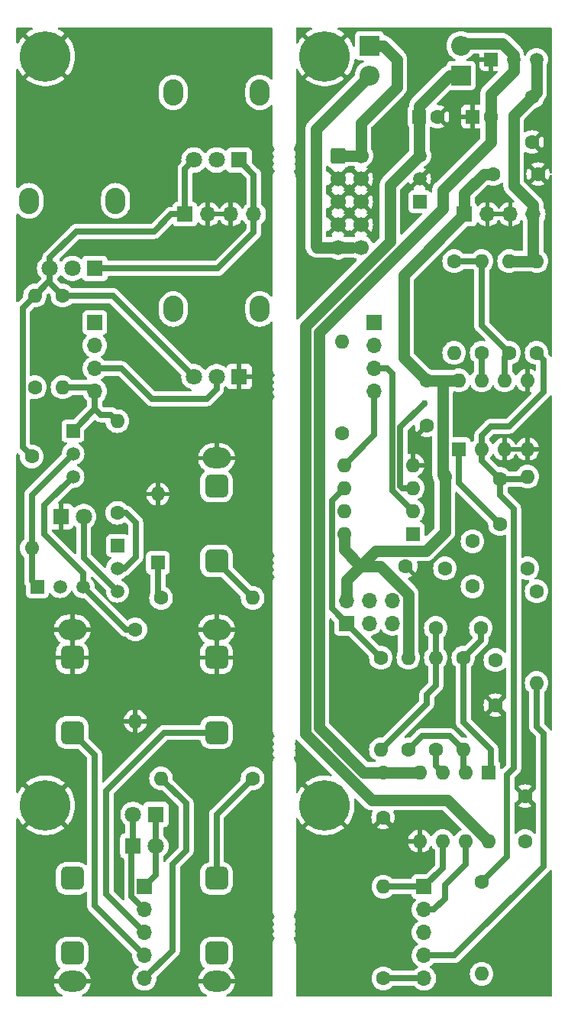
<source format=gtl>
%TF.GenerationSoftware,KiCad,Pcbnew,7.0.2-0*%
%TF.CreationDate,2023-07-19T20:31:15+01:00*%
%TF.ProjectId,attiny-modulator,61747469-6e79-42d6-9d6f-64756c61746f,rev02*%
%TF.SameCoordinates,Original*%
%TF.FileFunction,Copper,L1,Top*%
%TF.FilePolarity,Positive*%
%FSLAX46Y46*%
G04 Gerber Fmt 4.6, Leading zero omitted, Abs format (unit mm)*
G04 Created by KiCad (PCBNEW 7.0.2-0) date 2023-07-19 20:31:15*
%MOMM*%
%LPD*%
G01*
G04 APERTURE LIST*
G04 Aperture macros list*
%AMRoundRect*
0 Rectangle with rounded corners*
0 $1 Rounding radius*
0 $2 $3 $4 $5 $6 $7 $8 $9 X,Y pos of 4 corners*
0 Add a 4 corners polygon primitive as box body*
4,1,4,$2,$3,$4,$5,$6,$7,$8,$9,$2,$3,0*
0 Add four circle primitives for the rounded corners*
1,1,$1+$1,$2,$3*
1,1,$1+$1,$4,$5*
1,1,$1+$1,$6,$7*
1,1,$1+$1,$8,$9*
0 Add four rect primitives between the rounded corners*
20,1,$1+$1,$2,$3,$4,$5,0*
20,1,$1+$1,$4,$5,$6,$7,0*
20,1,$1+$1,$6,$7,$8,$9,0*
20,1,$1+$1,$8,$9,$2,$3,0*%
G04 Aperture macros list end*
%TA.AperFunction,ComponentPad*%
%ADD10C,1.600000*%
%TD*%
%TA.AperFunction,ComponentPad*%
%ADD11O,1.600000X1.600000*%
%TD*%
%TA.AperFunction,ComponentPad*%
%ADD12R,1.600000X1.600000*%
%TD*%
%TA.AperFunction,ComponentPad*%
%ADD13R,1.700000X1.700000*%
%TD*%
%TA.AperFunction,ComponentPad*%
%ADD14O,1.700000X1.700000*%
%TD*%
%TA.AperFunction,ComponentPad*%
%ADD15C,5.600000*%
%TD*%
%TA.AperFunction,ComponentPad*%
%ADD16R,1.500000X1.500000*%
%TD*%
%TA.AperFunction,ComponentPad*%
%ADD17C,1.500000*%
%TD*%
%TA.AperFunction,ComponentPad*%
%ADD18R,2.200000X2.200000*%
%TD*%
%TA.AperFunction,ComponentPad*%
%ADD19O,2.200000X2.200000*%
%TD*%
%TA.AperFunction,ComponentPad*%
%ADD20RoundRect,0.250000X-0.600000X-0.600000X0.600000X-0.600000X0.600000X0.600000X-0.600000X0.600000X0*%
%TD*%
%TA.AperFunction,ComponentPad*%
%ADD21C,1.700000*%
%TD*%
%TA.AperFunction,ComponentPad*%
%ADD22O,3.100000X2.300000*%
%TD*%
%TA.AperFunction,ComponentPad*%
%ADD23RoundRect,0.650000X0.650000X0.650000X-0.650000X0.650000X-0.650000X-0.650000X0.650000X-0.650000X0*%
%TD*%
%TA.AperFunction,ComponentPad*%
%ADD24R,1.800000X1.800000*%
%TD*%
%TA.AperFunction,ComponentPad*%
%ADD25C,1.800000*%
%TD*%
%TA.AperFunction,ComponentPad*%
%ADD26O,2.200000X2.900000*%
%TD*%
%TA.AperFunction,ComponentPad*%
%ADD27RoundRect,0.650000X-0.650000X-0.650000X0.650000X-0.650000X0.650000X0.650000X-0.650000X0.650000X0*%
%TD*%
%TA.AperFunction,ViaPad*%
%ADD28C,0.762000*%
%TD*%
%TA.AperFunction,Conductor*%
%ADD29C,0.635000*%
%TD*%
%TA.AperFunction,Conductor*%
%ADD30C,1.270000*%
%TD*%
G04 APERTURE END LIST*
D10*
%TO.P,R19,1*%
%TO.N,Net-(Q1-E)*%
X113500000Y-117000000D03*
D11*
%TO.P,R19,2*%
%TO.N,GND*%
X113500000Y-127160000D03*
%TD*%
D10*
%TO.P,C7,1*%
%TO.N,VCC*%
X156718000Y-140462000D03*
%TO.P,C7,2*%
%TO.N,GND*%
X156718000Y-135462000D03*
%TD*%
%TO.P,R23,1*%
%TO.N,Net-(Q3-C)*%
X102362000Y-90170000D03*
D11*
%TO.P,R23,2*%
%TO.N,+5V*%
X102362000Y-80010000D03*
%TD*%
D10*
%TO.P,R4,1*%
%TO.N,Net-(U2A--)*%
X157988000Y-86360000D03*
D11*
%TO.P,R4,2*%
%TO.N,-5V*%
X157988000Y-76200000D03*
%TD*%
D10*
%TO.P,R12,1*%
%TO.N,Net-(U6A-+)*%
X146812000Y-130302000D03*
D11*
%TO.P,R12,2*%
%TO.N,Net-(C11-Pad2)*%
X146812000Y-120142000D03*
%TD*%
D10*
%TO.P,R7,1*%
%TO.N,/MCU_RESET*%
X147828000Y-110236000D03*
D11*
%TO.P,R7,2*%
%TO.N,+5V*%
X147828000Y-100076000D03*
%TD*%
D10*
%TO.P,R2,1*%
%TO.N,Net-(U2A--)*%
X136398000Y-95250000D03*
D11*
%TO.P,R2,2*%
%TO.N,/POT1_MAIN*%
X136398000Y-85090000D03*
%TD*%
D10*
%TO.P,R9,1*%
%TO.N,/OUT_MAIN*%
X149860000Y-120142000D03*
D11*
%TO.P,R9,2*%
%TO.N,Net-(U6A--)*%
X149860000Y-130302000D03*
%TD*%
D10*
%TO.P,R17,1*%
%TO.N,Net-(J11-Tip)*%
X126500000Y-133500000D03*
D11*
%TO.P,R17,2*%
%TO.N,/OUT_CTRL*%
X116340000Y-133500000D03*
%TD*%
D10*
%TO.P,C12,1*%
%TO.N,/OUT_MAIN*%
X151812000Y-116840000D03*
%TO.P,C12,2*%
%TO.N,Net-(C11-Pad2)*%
X146812000Y-116840000D03*
%TD*%
D12*
%TO.P,D6,1,K*%
%TO.N,Net-(D6-K)*%
X116000000Y-109620000D03*
D11*
%TO.P,D6,2,A*%
%TO.N,GND*%
X116000000Y-102000000D03*
%TD*%
D10*
%TO.P,R20,1*%
%TO.N,+5V*%
X102000000Y-97840000D03*
D11*
%TO.P,R20,2*%
%TO.N,Net-(Q1-C)*%
X102000000Y-108000000D03*
%TD*%
D10*
%TO.P,C6,1*%
%TO.N,+5V*%
X145796000Y-89408000D03*
%TO.P,C6,2*%
%TO.N,GND*%
X145796000Y-94408000D03*
%TD*%
D12*
%TO.P,U2,1*%
%TO.N,/MCU_ADC_1*%
X149352000Y-97028000D03*
D11*
%TO.P,U2,2,-*%
%TO.N,Net-(U2A--)*%
X151892000Y-97028000D03*
%TO.P,U2,3,+*%
%TO.N,GND*%
X154432000Y-97028000D03*
%TO.P,U2,4,V-*%
X156972000Y-97028000D03*
%TO.P,U2,5,+*%
X156972000Y-89408000D03*
%TO.P,U2,6,-*%
%TO.N,Net-(U2B--)*%
X154432000Y-89408000D03*
%TO.P,U2,7*%
%TO.N,/MCU_ADC_2*%
X151892000Y-89408000D03*
%TO.P,U2,8,V+*%
%TO.N,+5V*%
X149352000Y-89408000D03*
%TD*%
D13*
%TO.P,J10,1,Pin_1*%
%TO.N,+5V*%
X119000000Y-71000000D03*
D14*
%TO.P,J10,2,Pin_2*%
%TO.N,GND*%
X121540000Y-71000000D03*
%TO.P,J10,3,Pin_3*%
X124080000Y-71000000D03*
%TO.P,J10,4,Pin_4*%
%TO.N,-5V*%
X126620000Y-71000000D03*
%TD*%
D15*
%TO.P,H3,1,1*%
%TO.N,GND*%
X134500000Y-136500000D03*
%TD*%
D16*
%TO.P,Q3,1,C*%
%TO.N,Net-(Q3-C)*%
X111506000Y-107696000D03*
D17*
%TO.P,Q3,2,B*%
%TO.N,Net-(Q3-B)*%
X111506000Y-110236000D03*
%TO.P,Q3,3,E*%
%TO.N,Net-(D5-A)*%
X111506000Y-112776000D03*
%TD*%
D10*
%TO.P,C11,1*%
%TO.N,GND*%
X153416000Y-125396000D03*
%TO.P,C11,2*%
%TO.N,Net-(C11-Pad2)*%
X153416000Y-120396000D03*
%TD*%
D15*
%TO.P,H2,1,1*%
%TO.N,GND*%
X103500000Y-53500000D03*
%TD*%
%TO.P,H1,1,1*%
%TO.N,GND*%
X103500000Y-136500000D03*
%TD*%
D18*
%TO.P,D2,1,K*%
%TO.N,Net-(D2-K)*%
X139446000Y-52324000D03*
D19*
%TO.P,D2,2,A*%
%TO.N,VEE*%
X149606000Y-52324000D03*
%TD*%
D12*
%TO.P,C3,1*%
%TO.N,VCC*%
X145000000Y-60198000D03*
D10*
%TO.P,C3,2*%
%TO.N,GND*%
X147000000Y-60198000D03*
%TD*%
D12*
%TO.P,U6,1*%
%TO.N,/OUT_MAIN*%
X152654000Y-132842000D03*
D11*
%TO.P,U6,2,-*%
%TO.N,Net-(U6A--)*%
X150114000Y-132842000D03*
%TO.P,U6,3,+*%
%TO.N,Net-(U6A-+)*%
X147574000Y-132842000D03*
%TO.P,U6,4,V-*%
%TO.N,VEE*%
X145034000Y-132842000D03*
%TO.P,U6,5,+*%
%TO.N,GND*%
X145034000Y-140462000D03*
%TO.P,U6,6,-*%
%TO.N,/LED_NEG_MAIN*%
X147574000Y-140462000D03*
%TO.P,U6,7*%
%TO.N,/LED_POS_MAIN*%
X150114000Y-140462000D03*
%TO.P,U6,8,V+*%
%TO.N,VCC*%
X152654000Y-140462000D03*
%TD*%
D12*
%TO.P,C5,1*%
%TO.N,GND*%
X150908000Y-60198000D03*
D10*
%TO.P,C5,2*%
%TO.N,VEE*%
X152908000Y-60198000D03*
%TD*%
%TO.P,R24,1*%
%TO.N,Net-(U2B--)*%
X157988000Y-112776000D03*
D11*
%TO.P,R24,2*%
%TO.N,/CV2_MAIN*%
X157988000Y-122936000D03*
%TD*%
D10*
%TO.P,R18,1*%
%TO.N,Net-(D6-K)*%
X116340000Y-113500000D03*
D11*
%TO.P,R18,2*%
%TO.N,Net-(J3-Tip)*%
X126500000Y-113500000D03*
%TD*%
D10*
%TO.P,C2,1*%
%TO.N,GND*%
X157500000Y-63000000D03*
%TO.P,C2,2*%
%TO.N,-5V*%
X157500000Y-58000000D03*
%TD*%
D16*
%TO.P,Q1,1,C*%
%TO.N,Net-(Q1-C)*%
X102616000Y-112268000D03*
D17*
%TO.P,Q1,2,B*%
%TO.N,Net-(D6-K)*%
X105156000Y-112268000D03*
%TO.P,Q1,3,E*%
%TO.N,Net-(Q1-E)*%
X107696000Y-112268000D03*
%TD*%
D10*
%TO.P,R5,1*%
%TO.N,/MCU_ADC_1*%
X156972000Y-110236000D03*
D11*
%TO.P,R5,2*%
%TO.N,Net-(U2A--)*%
X156972000Y-100076000D03*
%TD*%
D13*
%TO.P,J13,1,Pin_1*%
%TO.N,/LED_NEG_CTRL*%
X114500000Y-145500000D03*
D14*
%TO.P,J13,2,Pin_2*%
%TO.N,/LED_POS_CTRL*%
X114500000Y-148040000D03*
%TO.P,J13,3,Pin_3*%
%TO.N,/CV1_CTRL*%
X114500000Y-150580000D03*
%TO.P,J13,4,Pin_4*%
%TO.N,/CV2_CTRL*%
X114500000Y-153120000D03*
%TO.P,J13,5,Pin_5*%
%TO.N,/OUT_CTRL*%
X114500000Y-155660000D03*
%TD*%
D10*
%TO.P,C10,1*%
%TO.N,+5V*%
X138470000Y-109982000D03*
%TO.P,C10,2*%
%TO.N,GND*%
X143470000Y-109982000D03*
%TD*%
D13*
%TO.P,J7,1,Pin_1*%
%TO.N,/POT1_CTRL*%
X109000000Y-83000000D03*
D14*
%TO.P,J7,2,Pin_2*%
%TO.N,/POT2_CTRL*%
X109000000Y-85540000D03*
%TO.P,J7,3,Pin_3*%
%TO.N,/POT3_CTRL*%
X109000000Y-88080000D03*
%TO.P,J7,4,Pin_4*%
%TO.N,/TRIG_CTRL*%
X109000000Y-90620000D03*
%TD*%
D16*
%TO.P,Q2,1,C*%
%TO.N,/TRIG_CTRL*%
X106574000Y-94996000D03*
D17*
%TO.P,Q2,2,B*%
%TO.N,Net-(Q1-C)*%
X106574000Y-97536000D03*
%TO.P,Q2,3,E*%
%TO.N,Net-(Q1-E)*%
X106574000Y-100076000D03*
%TD*%
D10*
%TO.P,C9,1*%
%TO.N,Net-(U2B--)*%
X150876000Y-112228000D03*
%TO.P,C9,2*%
%TO.N,/MCU_ADC_2*%
X150876000Y-107228000D03*
%TD*%
D15*
%TO.P,H4,1,1*%
%TO.N,GND*%
X134500000Y-53500000D03*
%TD*%
D13*
%TO.P,J6,1,MISO*%
%TO.N,/MCU_PWM*%
X136906000Y-116332000D03*
D14*
%TO.P,J6,2,VCC*%
%TO.N,+5V*%
X136906000Y-113792000D03*
%TO.P,J6,3,SCK*%
%TO.N,/MCU_ADC_1*%
X139446000Y-116332000D03*
%TO.P,J6,4,MOSI*%
%TO.N,/MCU_TRIG*%
X139446000Y-113792000D03*
%TO.P,J6,5,~{RST}*%
%TO.N,/MCU_RESET*%
X141986000Y-116332000D03*
%TO.P,J6,6,GND*%
%TO.N,GND*%
X141986000Y-113792000D03*
%TD*%
D20*
%TO.P,J1,1,-12V*%
%TO.N,Net-(D2-K)*%
X135960000Y-64500000D03*
D21*
%TO.P,J1,2,-12V*%
X138500000Y-64500000D03*
%TO.P,J1,3,GND*%
%TO.N,GND*%
X135960000Y-67040000D03*
%TO.P,J1,4,GND*%
X138500000Y-67040000D03*
%TO.P,J1,5,GND*%
X135960000Y-69580000D03*
%TO.P,J1,6,GND*%
X138500000Y-69580000D03*
%TO.P,J1,7,GND*%
X135960000Y-72120000D03*
%TO.P,J1,8,GND*%
X138500000Y-72120000D03*
%TO.P,J1,9,+12V*%
%TO.N,Net-(D1-A)*%
X135960000Y-74660000D03*
%TO.P,J1,10,+12V*%
X138500000Y-74660000D03*
%TD*%
D10*
%TO.P,C1,1*%
%TO.N,+5V*%
X153162000Y-66548000D03*
%TO.P,C1,2*%
%TO.N,GND*%
X158162000Y-66548000D03*
%TD*%
%TO.P,R10,1*%
%TO.N,Net-(U6A--)*%
X143764000Y-130302000D03*
D11*
%TO.P,R10,2*%
%TO.N,+5V*%
X143764000Y-120142000D03*
%TD*%
D10*
%TO.P,R21,1*%
%TO.N,+5V*%
X105410000Y-80010000D03*
D11*
%TO.P,R21,2*%
%TO.N,/TRIG_CTRL*%
X105410000Y-90170000D03*
%TD*%
D10*
%TO.P,R22,1*%
%TO.N,Net-(Q3-B)*%
X111500000Y-104080000D03*
D11*
%TO.P,R22,2*%
%TO.N,/TRIG_CTRL*%
X111500000Y-93920000D03*
%TD*%
D18*
%TO.P,D1,1,K*%
%TO.N,VCC*%
X149606000Y-55626000D03*
D19*
%TO.P,D1,2,A*%
%TO.N,Net-(D1-A)*%
X139446000Y-55626000D03*
%TD*%
D12*
%TO.P,U1,1,~{RESET}/PB5*%
%TO.N,/MCU_RESET*%
X144262000Y-106416000D03*
D11*
%TO.P,U1,2,XTAL1/PB3*%
%TO.N,/MCU_ADC_3*%
X144262000Y-103876000D03*
%TO.P,U1,3,XTAL2/PB4*%
%TO.N,/MCU_ADC_2*%
X144262000Y-101336000D03*
%TO.P,U1,4,GND*%
%TO.N,GND*%
X144262000Y-98796000D03*
%TO.P,U1,5,AREF/PB0*%
%TO.N,/MCU_TRIG*%
X136642000Y-98796000D03*
%TO.P,U1,6,PB1*%
%TO.N,/MCU_PWM*%
X136642000Y-101336000D03*
%TO.P,U1,7,PB2*%
%TO.N,/MCU_ADC_1*%
X136642000Y-103876000D03*
%TO.P,U1,8,VCC*%
%TO.N,+5V*%
X136642000Y-106416000D03*
%TD*%
D10*
%TO.P,C4,1*%
%TO.N,Net-(U2A--)*%
X153924000Y-100330000D03*
%TO.P,C4,2*%
%TO.N,/MCU_ADC_1*%
X153924000Y-105330000D03*
%TD*%
D16*
%TO.P,U5,1,GND*%
%TO.N,GND*%
X152908000Y-53848000D03*
D17*
%TO.P,U5,2,VI*%
%TO.N,VEE*%
X155448000Y-53848000D03*
%TO.P,U5,3,VO*%
%TO.N,-5V*%
X157988000Y-53848000D03*
%TD*%
D10*
%TO.P,C8,1*%
%TO.N,GND*%
X140970000Y-137842000D03*
%TO.P,C8,2*%
%TO.N,VEE*%
X140970000Y-132842000D03*
%TD*%
D16*
%TO.P,U4,1,VO*%
%TO.N,+5V*%
X145034000Y-69596000D03*
D17*
%TO.P,U4,2,GND*%
%TO.N,GND*%
X145034000Y-67056000D03*
%TO.P,U4,3,VI*%
%TO.N,VCC*%
X145034000Y-64516000D03*
%TD*%
D10*
%TO.P,R25,1*%
%TO.N,Net-(U2B--)*%
X154940000Y-86360000D03*
D11*
%TO.P,R25,2*%
%TO.N,-5V*%
X154940000Y-76200000D03*
%TD*%
D10*
%TO.P,R6,1*%
%TO.N,/OUT_MAIN*%
X141000000Y-155660000D03*
D11*
%TO.P,R6,2*%
%TO.N,/LED_NEG_MAIN*%
X141000000Y-145500000D03*
%TD*%
D10*
%TO.P,R26,1*%
%TO.N,/MCU_ADC_2*%
X151892000Y-86360000D03*
D11*
%TO.P,R26,2*%
%TO.N,Net-(U2B--)*%
X151892000Y-76200000D03*
%TD*%
D10*
%TO.P,R11,1*%
%TO.N,/MCU_PWM*%
X140716000Y-120142000D03*
D11*
%TO.P,R11,2*%
%TO.N,Net-(C11-Pad2)*%
X140716000Y-130302000D03*
%TD*%
D10*
%TO.P,R3,1*%
%TO.N,Net-(U2B--)*%
X148844000Y-76200000D03*
D11*
%TO.P,R3,2*%
%TO.N,/POT2_MAIN*%
X148844000Y-86360000D03*
%TD*%
D10*
%TO.P,R1,1*%
%TO.N,Net-(U2A--)*%
X151892000Y-145000000D03*
D11*
%TO.P,R1,2*%
%TO.N,/CV1_MAIN*%
X151892000Y-155160000D03*
%TD*%
D22*
%TO.P,J11,1,Sleeve*%
%TO.N,GND*%
X122500000Y-155980000D03*
D23*
%TO.P,J11,2,Tip*%
%TO.N,Net-(J11-Tip)*%
X122500000Y-144580000D03*
%TO.P,J11,3,Tip_normalize*%
%TO.N,unconnected-(J11-Tip_normalize-Pad3)*%
X122500000Y-152880000D03*
%TD*%
D24*
%TO.P,D5,1,K*%
%TO.N,GND*%
X105225000Y-104500000D03*
D25*
%TO.P,D5,2,A*%
%TO.N,Net-(D5-A)*%
X107765000Y-104500000D03*
%TD*%
D26*
%TO.P,RV2,*%
%TO.N,*%
X111300000Y-69500000D03*
X101700000Y-69500000D03*
D24*
%TO.P,RV2,1,1*%
%TO.N,-5V*%
X109000000Y-77000000D03*
D25*
%TO.P,RV2,2,2*%
%TO.N,/POT2_CTRL*%
X106500000Y-77000000D03*
%TO.P,RV2,3,3*%
%TO.N,+5V*%
X104000000Y-77000000D03*
%TD*%
D22*
%TO.P,J5,1,Sleeve*%
%TO.N,GND*%
X122500000Y-117020000D03*
D27*
%TO.P,J5,2,Tip*%
%TO.N,/CV1_CTRL*%
X122500000Y-128420000D03*
%TO.P,J5,3,Tip_normalize*%
%TO.N,GND*%
X122500000Y-120120000D03*
%TD*%
D13*
%TO.P,J9,1,Pin_1*%
%TO.N,+5V*%
X150000000Y-71000000D03*
D14*
%TO.P,J9,2,Pin_2*%
%TO.N,GND*%
X152540000Y-71000000D03*
%TO.P,J9,3,Pin_3*%
X155080000Y-71000000D03*
%TO.P,J9,4,Pin_4*%
%TO.N,-5V*%
X157620000Y-71000000D03*
%TD*%
D22*
%TO.P,J4,1,Sleeve*%
%TO.N,GND*%
X106500000Y-155980000D03*
D23*
%TO.P,J4,2,Tip*%
%TO.N,Net-(J11-Tip)*%
X106500000Y-144580000D03*
%TO.P,J4,3,Tip_normalize*%
%TO.N,unconnected-(J4-Tip_normalize-Pad3)*%
X106500000Y-152880000D03*
%TD*%
D26*
%TO.P,RV3,*%
%TO.N,*%
X127300000Y-81500000D03*
X117700000Y-81500000D03*
D24*
%TO.P,RV3,1,1*%
%TO.N,GND*%
X125000000Y-89000000D03*
D25*
%TO.P,RV3,2,2*%
%TO.N,/POT3_CTRL*%
X122500000Y-89000000D03*
%TO.P,RV3,3,3*%
%TO.N,+5V*%
X120000000Y-89000000D03*
%TD*%
D24*
%TO.P,D3,1,K*%
%TO.N,/LED_NEG_CTRL*%
X115775000Y-137500000D03*
D25*
%TO.P,D3,2,A*%
%TO.N,/LED_POS_CTRL*%
X113235000Y-137500000D03*
%TD*%
D26*
%TO.P,RV1,*%
%TO.N,*%
X127300000Y-57500000D03*
X117700000Y-57500000D03*
D24*
%TO.P,RV1,1,1*%
%TO.N,-5V*%
X125000000Y-65000000D03*
D25*
%TO.P,RV1,2,2*%
%TO.N,/POT1_CTRL*%
X122500000Y-65000000D03*
%TO.P,RV1,3,3*%
%TO.N,+5V*%
X120000000Y-65000000D03*
%TD*%
D22*
%TO.P,J3,1,Sleeve*%
%TO.N,GND*%
X122500000Y-98020000D03*
D27*
%TO.P,J3,2,Tip*%
%TO.N,Net-(J3-Tip)*%
X122500000Y-109420000D03*
%TO.P,J3,3,Tip_normalize*%
%TO.N,unconnected-(J3-Tip_normalize-Pad3)*%
X122500000Y-101120000D03*
%TD*%
D24*
%TO.P,D4,1,K*%
%TO.N,/LED_POS_CTRL*%
X113225000Y-141000000D03*
D25*
%TO.P,D4,2,A*%
%TO.N,/LED_NEG_CTRL*%
X115765000Y-141000000D03*
%TD*%
D13*
%TO.P,J12,1,Pin_1*%
%TO.N,/LED_NEG_MAIN*%
X145500000Y-145500000D03*
D14*
%TO.P,J12,2,Pin_2*%
%TO.N,/LED_POS_MAIN*%
X145500000Y-148040000D03*
%TO.P,J12,3,Pin_3*%
%TO.N,/CV1_MAIN*%
X145500000Y-150580000D03*
%TO.P,J12,4,Pin_4*%
%TO.N,/CV2_MAIN*%
X145500000Y-153120000D03*
%TO.P,J12,5,Pin_5*%
%TO.N,/OUT_MAIN*%
X145500000Y-155660000D03*
%TD*%
D22*
%TO.P,J2,1,Sleeve*%
%TO.N,GND*%
X106500000Y-117020000D03*
D27*
%TO.P,J2,2,Tip*%
%TO.N,/CV2_CTRL*%
X106500000Y-128420000D03*
%TO.P,J2,3,Tip_normalize*%
%TO.N,GND*%
X106500000Y-120120000D03*
%TD*%
D13*
%TO.P,J8,1,Pin_1*%
%TO.N,/POT1_MAIN*%
X140000000Y-83000000D03*
D14*
%TO.P,J8,2,Pin_2*%
%TO.N,/POT2_MAIN*%
X140000000Y-85540000D03*
%TO.P,J8,3,Pin_3*%
%TO.N,/MCU_ADC_3*%
X140000000Y-88080000D03*
%TO.P,J8,4,Pin_4*%
%TO.N,/MCU_TRIG*%
X140000000Y-90620000D03*
%TD*%
D28*
%TO.N,/MCU_ADC_2*%
X145542000Y-91948000D03*
%TD*%
D29*
%TO.N,+5V*%
X100990500Y-96830500D02*
X102000000Y-97840000D01*
D30*
X136906000Y-111546000D02*
X138470000Y-109982000D01*
X143256000Y-77744000D02*
X143256000Y-86868000D01*
D29*
X104000000Y-75832000D02*
X106934000Y-72898000D01*
D30*
X152146000Y-66548000D02*
X153162000Y-66548000D01*
D29*
X104000000Y-77000000D02*
X104000000Y-78372000D01*
X106934000Y-72898000D02*
X115570000Y-72898000D01*
X119000000Y-66000000D02*
X120000000Y-65000000D01*
D30*
X150000000Y-68694000D02*
X152146000Y-66548000D01*
X136642000Y-106416000D02*
X136642000Y-108154000D01*
D29*
X119000000Y-71000000D02*
X119000000Y-66000000D01*
D30*
X147574000Y-89408000D02*
X149352000Y-89408000D01*
D29*
X104000000Y-78600000D02*
X105410000Y-80010000D01*
X104000000Y-77000000D02*
X104000000Y-75832000D01*
X111010000Y-80010000D02*
X120000000Y-89000000D01*
D30*
X143256000Y-86868000D02*
X145796000Y-89408000D01*
X147574000Y-89408000D02*
X147574000Y-99822000D01*
D29*
X104000000Y-77000000D02*
X104000000Y-78600000D01*
X102362000Y-80010000D02*
X100990500Y-81381500D01*
D30*
X138470000Y-109982000D02*
X140159000Y-108293000D01*
X150000000Y-71000000D02*
X150000000Y-68694000D01*
D29*
X115570000Y-72898000D02*
X117468000Y-71000000D01*
D30*
X140635318Y-109982000D02*
X138470000Y-109982000D01*
D29*
X100990500Y-81381500D02*
X100990500Y-96830500D01*
D30*
X150000000Y-71000000D02*
X143256000Y-77744000D01*
X147574000Y-99822000D02*
X147828000Y-100076000D01*
X140159000Y-108293000D02*
X145707000Y-108293000D01*
D29*
X105410000Y-80010000D02*
X111010000Y-80010000D01*
D30*
X145707000Y-108293000D02*
X147828000Y-106172000D01*
X143764000Y-120142000D02*
X143764000Y-113110682D01*
X136906000Y-113792000D02*
X136906000Y-111546000D01*
D29*
X117468000Y-71000000D02*
X119000000Y-71000000D01*
D30*
X143764000Y-113110682D02*
X140635318Y-109982000D01*
X145796000Y-89408000D02*
X147574000Y-89408000D01*
D29*
X104000000Y-78372000D02*
X102362000Y-80010000D01*
D30*
X147828000Y-106172000D02*
X147828000Y-100076000D01*
X136642000Y-108154000D02*
X138470000Y-109982000D01*
%TO.N,-5V*%
X155448000Y-60052000D02*
X155448000Y-67818000D01*
X157620000Y-75832000D02*
X157988000Y-76200000D01*
X157988000Y-53848000D02*
X157988000Y-57512000D01*
D29*
X109000000Y-77000000D02*
X122644000Y-77000000D01*
X126620000Y-66620000D02*
X125000000Y-65000000D01*
X126620000Y-73024000D02*
X122644000Y-77000000D01*
X126620000Y-71000000D02*
X126620000Y-73024000D01*
D30*
X154940000Y-76200000D02*
X157988000Y-76200000D01*
X157988000Y-57512000D02*
X157500000Y-58000000D01*
X155448000Y-67818000D02*
X157620000Y-69990000D01*
X157620000Y-73914000D02*
X157620000Y-75832000D01*
D29*
X126620000Y-71000000D02*
X126620000Y-66620000D01*
D30*
X157620000Y-71000000D02*
X157620000Y-73914000D01*
X157620000Y-69990000D02*
X157620000Y-71000000D01*
X157500000Y-58000000D02*
X155448000Y-60052000D01*
%TO.N,VCC*%
X132334000Y-83442738D02*
X132334000Y-128524000D01*
X145034000Y-64516000D02*
X144984000Y-64516000D01*
X141732000Y-74044738D02*
X132334000Y-83442738D01*
X145000000Y-59000000D02*
X145000000Y-64482000D01*
X145000000Y-64482000D02*
X145034000Y-64516000D01*
X144984000Y-64516000D02*
X141732000Y-67768000D01*
X132334000Y-128524000D02*
X139700000Y-135890000D01*
X148374000Y-55626000D02*
X145000000Y-59000000D01*
X141732000Y-67768000D02*
X141732000Y-74044738D01*
X148082000Y-135890000D02*
X152654000Y-140462000D01*
X139700000Y-135890000D02*
X148082000Y-135890000D01*
X149606000Y-55626000D02*
X148374000Y-55626000D01*
D29*
%TO.N,Net-(U2B--)*%
X154432000Y-86868000D02*
X154940000Y-86360000D01*
X148844000Y-76200000D02*
X151892000Y-76200000D01*
X151892000Y-76200000D02*
X151892000Y-83312000D01*
X151892000Y-83312000D02*
X154940000Y-86360000D01*
X154432000Y-89408000D02*
X154432000Y-86868000D01*
%TO.N,/MCU_ADC_1*%
X149352000Y-97028000D02*
X149352000Y-100758000D01*
X149352000Y-100758000D02*
X153924000Y-105330000D01*
D30*
%TO.N,VEE*%
X152908000Y-60198000D02*
X152908000Y-62992000D01*
X140970000Y-132842000D02*
X145034000Y-132842000D01*
X138807262Y-132842000D02*
X140970000Y-132842000D01*
X152908000Y-62992000D02*
X147574000Y-68326000D01*
X149606000Y-52324000D02*
X149860000Y-52070000D01*
X154178000Y-52070000D02*
X155448000Y-53340000D01*
X149860000Y-52070000D02*
X154178000Y-52070000D01*
X155448000Y-53340000D02*
X155448000Y-53848000D01*
X147574000Y-70358000D02*
X133858000Y-84074000D01*
X155448000Y-55118000D02*
X155448000Y-53848000D01*
X133858000Y-127892738D02*
X138807262Y-132842000D01*
X152908000Y-60198000D02*
X152908000Y-57658000D01*
X147574000Y-68326000D02*
X147574000Y-70358000D01*
X133858000Y-84074000D02*
X133858000Y-127892738D01*
X152908000Y-57658000D02*
X155448000Y-55118000D01*
D29*
%TO.N,Net-(U2A--)*%
X152908000Y-94488000D02*
X151892000Y-95504000D01*
X153924000Y-100330000D02*
X153924000Y-102108000D01*
X157988000Y-86360000D02*
X158750000Y-87122000D01*
X154686000Y-142206000D02*
X151892000Y-145000000D01*
X151892000Y-98298000D02*
X153924000Y-100330000D01*
X154940000Y-94488000D02*
X152908000Y-94488000D01*
X151892000Y-95504000D02*
X151892000Y-97028000D01*
X151892000Y-97028000D02*
X151892000Y-98298000D01*
X158750000Y-90678000D02*
X154940000Y-94488000D01*
X153924000Y-100330000D02*
X156718000Y-100330000D01*
X156718000Y-100330000D02*
X156972000Y-100076000D01*
X154686000Y-133096000D02*
X154686000Y-142206000D01*
X155448000Y-103632000D02*
X155448000Y-132334000D01*
X153924000Y-102108000D02*
X155448000Y-103632000D01*
X158750000Y-87122000D02*
X158750000Y-90678000D01*
X155448000Y-132334000D02*
X154686000Y-133096000D01*
%TO.N,/MCU_ADC_2*%
X142875000Y-94615000D02*
X145542000Y-91948000D01*
X143130630Y-101336000D02*
X142875000Y-101080370D01*
X151892000Y-89408000D02*
X151892000Y-86360000D01*
X144262000Y-101336000D02*
X143130630Y-101336000D01*
X142875000Y-101080370D02*
X142875000Y-94615000D01*
D30*
%TO.N,Net-(D1-A)*%
X133500000Y-61572000D02*
X139446000Y-55626000D01*
X133500000Y-74540000D02*
X133500000Y-61572000D01*
X133620000Y-74660000D02*
X133500000Y-74540000D01*
X137540000Y-74660000D02*
X133620000Y-74660000D01*
%TO.N,Net-(D2-K)*%
X142494000Y-56896000D02*
X142494000Y-53848000D01*
X138500000Y-60890000D02*
X142494000Y-56896000D01*
X135960000Y-64500000D02*
X138500000Y-64500000D01*
X140970000Y-52324000D02*
X139446000Y-52324000D01*
X138500000Y-64500000D02*
X138500000Y-60890000D01*
X142494000Y-53848000D02*
X140970000Y-52324000D01*
D29*
%TO.N,/LED_NEG_CTRL*%
X115775000Y-137500000D02*
X115775000Y-140990000D01*
X115765000Y-141000000D02*
X115765000Y-144235000D01*
X115765000Y-144235000D02*
X114500000Y-145500000D01*
X115775000Y-140990000D02*
X115765000Y-141000000D01*
%TO.N,/LED_POS_CTRL*%
X113078500Y-146618500D02*
X114500000Y-148040000D01*
X113225000Y-141000000D02*
X113078500Y-141146500D01*
X113078500Y-141146500D02*
X113078500Y-146618500D01*
X113235000Y-137500000D02*
X113235000Y-140990000D01*
X113235000Y-140990000D02*
X113225000Y-141000000D01*
%TO.N,Net-(D5-A)*%
X107765000Y-104500000D02*
X107765000Y-109035000D01*
X107765000Y-109035000D02*
X111506000Y-112776000D01*
%TO.N,Net-(D6-K)*%
X116000000Y-113160000D02*
X116340000Y-113500000D01*
X116000000Y-109620000D02*
X116000000Y-113160000D01*
%TO.N,/CV2_CTRL*%
X108966000Y-130886000D02*
X106500000Y-128420000D01*
X108966000Y-147586000D02*
X108966000Y-130886000D01*
X114500000Y-153120000D02*
X108966000Y-147586000D01*
%TO.N,/TRIG_CTRL*%
X109000000Y-92570000D02*
X106574000Y-94996000D01*
X105410000Y-90170000D02*
X108550000Y-90170000D01*
X109000000Y-92570000D02*
X109648000Y-93218000D01*
X109000000Y-90620000D02*
X109000000Y-92570000D01*
X109648000Y-93218000D02*
X110798000Y-93218000D01*
X108550000Y-90170000D02*
X109000000Y-90620000D01*
X110798000Y-93218000D02*
X111500000Y-93920000D01*
%TO.N,/OUT_CTRL*%
X117602000Y-152558000D02*
X114500000Y-155660000D01*
X116340000Y-133500000D02*
X119126000Y-136286000D01*
X119126000Y-141478000D02*
X117602000Y-143002000D01*
X119126000Y-136286000D02*
X119126000Y-141478000D01*
X117602000Y-143002000D02*
X117602000Y-152558000D01*
%TO.N,/CV1_CTRL*%
X114500000Y-150580000D02*
X110236000Y-146316000D01*
X110236000Y-146316000D02*
X110236000Y-134874000D01*
X116690000Y-128420000D02*
X122500000Y-128420000D01*
X110236000Y-134874000D02*
X116690000Y-128420000D01*
%TO.N,/MCU_PWM*%
X136906000Y-116332000D02*
X135270500Y-114696500D01*
X135270500Y-102727500D02*
X135382000Y-102616000D01*
X136906000Y-116332000D02*
X140716000Y-120142000D01*
X135382000Y-102596000D02*
X136642000Y-101336000D01*
X135382000Y-102616000D02*
X135382000Y-102596000D01*
X135270500Y-114696500D02*
X135270500Y-102727500D01*
%TO.N,/MCU_TRIG*%
X140000000Y-95438000D02*
X140000000Y-90620000D01*
X136642000Y-98796000D02*
X140000000Y-95438000D01*
%TO.N,/POT3_CTRL*%
X122500000Y-90352000D02*
X122500000Y-89000000D01*
X115316000Y-91440000D02*
X121412000Y-91440000D01*
X121412000Y-91440000D02*
X122500000Y-90352000D01*
X111956000Y-88080000D02*
X115316000Y-91440000D01*
X109000000Y-88080000D02*
X111956000Y-88080000D01*
%TO.N,/CV2_MAIN*%
X158750000Y-128524000D02*
X157988000Y-127762000D01*
X158750000Y-143256000D02*
X158750000Y-128524000D01*
X148886000Y-153120000D02*
X158750000Y-143256000D01*
X157988000Y-127762000D02*
X157988000Y-122936000D01*
X145500000Y-153120000D02*
X148886000Y-153120000D01*
%TO.N,/MCU_ADC_3*%
X141986000Y-88646000D02*
X141986000Y-101600000D01*
X140000000Y-88080000D02*
X141420000Y-88080000D01*
X141986000Y-101600000D02*
X144262000Y-103876000D01*
X141420000Y-88080000D02*
X141986000Y-88646000D01*
%TO.N,/LED_NEG_MAIN*%
X147574000Y-143426000D02*
X145500000Y-145500000D01*
X145500000Y-145500000D02*
X141000000Y-145500000D01*
X147574000Y-140462000D02*
X147574000Y-143426000D01*
%TO.N,/OUT_MAIN*%
X152908000Y-130302000D02*
X152908000Y-132588000D01*
X149860000Y-127254000D02*
X152908000Y-130302000D01*
X152908000Y-132588000D02*
X152654000Y-132842000D01*
X151812000Y-116840000D02*
X151812000Y-118190000D01*
X141000000Y-155660000D02*
X145500000Y-155660000D01*
X151812000Y-118190000D02*
X149860000Y-120142000D01*
X149860000Y-120142000D02*
X149860000Y-127254000D01*
%TO.N,/LED_POS_MAIN*%
X147828000Y-145288000D02*
X150114000Y-143002000D01*
X145500000Y-148040000D02*
X146600000Y-148040000D01*
X147828000Y-146812000D02*
X147828000Y-145288000D01*
X146600000Y-148040000D02*
X147828000Y-146812000D01*
X150114000Y-143002000D02*
X150114000Y-140462000D01*
%TO.N,Net-(J3-Tip)*%
X122500000Y-109500000D02*
X126500000Y-113500000D01*
X122500000Y-109420000D02*
X122500000Y-109500000D01*
%TO.N,Net-(Q1-C)*%
X102000000Y-111652000D02*
X102616000Y-112268000D01*
X102000000Y-108000000D02*
X102000000Y-102110000D01*
X102000000Y-108000000D02*
X102000000Y-111652000D01*
X102000000Y-102110000D02*
X106574000Y-97536000D01*
%TO.N,Net-(Q1-E)*%
X103378000Y-103272000D02*
X103378000Y-106426000D01*
X106574000Y-100076000D02*
X103378000Y-103272000D01*
X107696000Y-110744000D02*
X107696000Y-112268000D01*
X107696000Y-112268000D02*
X112428000Y-117000000D01*
X103378000Y-106426000D02*
X107696000Y-110744000D01*
X112428000Y-117000000D02*
X113500000Y-117000000D01*
%TO.N,Net-(Q3-B)*%
X113538000Y-105156000D02*
X112462000Y-104080000D01*
X111506000Y-110236000D02*
X112268000Y-110236000D01*
X112462000Y-104080000D02*
X111500000Y-104080000D01*
X112268000Y-110236000D02*
X113538000Y-108966000D01*
X113538000Y-108966000D02*
X113538000Y-105156000D01*
%TO.N,Net-(J11-Tip)*%
X122500000Y-137500000D02*
X122500000Y-144580000D01*
X126500000Y-133500000D02*
X122500000Y-137500000D01*
%TO.N,Net-(C11-Pad2)*%
X145796000Y-124206000D02*
X146812000Y-123190000D01*
X145796000Y-125222000D02*
X145796000Y-124206000D01*
X146812000Y-116840000D02*
X146812000Y-120142000D01*
X146812000Y-123190000D02*
X146812000Y-120142000D01*
X140716000Y-130302000D02*
X145796000Y-125222000D01*
%TO.N,Net-(U6A--)*%
X143764000Y-130302000D02*
X145288000Y-128778000D01*
X149860000Y-132588000D02*
X150114000Y-132842000D01*
X149860000Y-130302000D02*
X149860000Y-132588000D01*
X145288000Y-128778000D02*
X148336000Y-128778000D01*
X148336000Y-128778000D02*
X149860000Y-130302000D01*
%TO.N,Net-(U6A-+)*%
X146812000Y-132080000D02*
X147574000Y-132842000D01*
X146812000Y-130302000D02*
X146812000Y-132080000D01*
%TD*%
%TA.AperFunction,Conductor*%
%TO.N,GND*%
G36*
X102060090Y-50320185D02*
G01*
X102105845Y-50372989D01*
X102115789Y-50442147D01*
X102086764Y-50505703D01*
X102045117Y-50537039D01*
X101955038Y-50578714D01*
X101949099Y-50581862D01*
X101648240Y-50762882D01*
X101642694Y-50766642D01*
X101363149Y-50979146D01*
X101358054Y-50983474D01*
X101347256Y-50993702D01*
X101347255Y-50993703D01*
X102555819Y-52202266D01*
X102365130Y-52365130D01*
X102202266Y-52555818D01*
X100996442Y-51349994D01*
X100996441Y-51349995D01*
X100871207Y-51497433D01*
X100867147Y-51502774D01*
X100670102Y-51793393D01*
X100666641Y-51799145D01*
X100534054Y-52049231D01*
X100485261Y-52099240D01*
X100417176Y-52114932D01*
X100351416Y-52091322D01*
X100308859Y-52035908D01*
X100300500Y-51991153D01*
X100300500Y-50424500D01*
X100320185Y-50357460D01*
X100372989Y-50311706D01*
X100424500Y-50300500D01*
X101993051Y-50300500D01*
X102060090Y-50320185D01*
G37*
%TD.AperFunction*%
%TA.AperFunction,Conductor*%
G36*
X106750000Y-119820000D02*
G01*
X106249999Y-119820000D01*
X106250000Y-117320000D01*
X106750000Y-117320000D01*
X106750000Y-119820000D01*
G37*
%TD.AperFunction*%
%TA.AperFunction,Conductor*%
G36*
X122750000Y-119820000D02*
G01*
X122249999Y-119820000D01*
X122250000Y-117320000D01*
X122750000Y-117320000D01*
X122750000Y-119820000D01*
G37*
%TD.AperFunction*%
%TA.AperFunction,Conductor*%
G36*
X128642539Y-50320185D02*
G01*
X128688294Y-50372989D01*
X128699500Y-50424500D01*
X128699500Y-55975769D01*
X128679815Y-56042808D01*
X128627011Y-56088563D01*
X128557853Y-56098507D01*
X128494297Y-56069482D01*
X128481215Y-56056307D01*
X128440898Y-56009102D01*
X128248376Y-55844672D01*
X128032502Y-55712384D01*
X127885124Y-55651338D01*
X127798590Y-55615494D01*
X127552404Y-55556391D01*
X127300000Y-55536526D01*
X127047595Y-55556391D01*
X126801409Y-55615494D01*
X126567496Y-55712385D01*
X126351625Y-55844671D01*
X126159102Y-56009102D01*
X125994671Y-56201625D01*
X125900500Y-56355298D01*
X125862384Y-56417498D01*
X125853882Y-56438023D01*
X125765494Y-56651409D01*
X125706391Y-56897595D01*
X125691691Y-57084366D01*
X125691690Y-57084382D01*
X125691500Y-57086801D01*
X125691500Y-57913199D01*
X125691690Y-57915618D01*
X125691691Y-57915633D01*
X125706391Y-58102404D01*
X125765494Y-58348590D01*
X125784903Y-58395446D01*
X125862384Y-58582502D01*
X125994672Y-58798376D01*
X126159102Y-58990898D01*
X126351624Y-59155328D01*
X126567498Y-59287616D01*
X126801409Y-59384505D01*
X127047597Y-59443609D01*
X127300000Y-59463474D01*
X127552403Y-59443609D01*
X127798591Y-59384505D01*
X128032502Y-59287616D01*
X128248376Y-59155328D01*
X128440898Y-58990898D01*
X128481212Y-58943696D01*
X128539714Y-58905506D01*
X128609582Y-58905006D01*
X128668629Y-58942359D01*
X128698108Y-59005706D01*
X128699499Y-59024230D01*
X128699500Y-62952405D01*
X128699500Y-63107761D01*
X128734974Y-63320350D01*
X128804489Y-63522839D01*
X128804955Y-63524195D01*
X128907534Y-63713744D01*
X128907536Y-63713747D01*
X128907537Y-63713748D01*
X128914646Y-63722882D01*
X128940288Y-63787876D01*
X128926721Y-63856416D01*
X128897996Y-63892755D01*
X128867857Y-63918870D01*
X128821632Y-63990799D01*
X128790047Y-64039947D01*
X128749500Y-64178039D01*
X128749500Y-64321961D01*
X128790047Y-64460053D01*
X128815719Y-64500000D01*
X128852968Y-64557961D01*
X128872652Y-64625001D01*
X128852968Y-64692039D01*
X128825121Y-64735371D01*
X128790047Y-64789947D01*
X128749500Y-64928039D01*
X128749500Y-65071961D01*
X128790047Y-65210053D01*
X128852968Y-65307960D01*
X128872653Y-65374999D01*
X128852969Y-65442038D01*
X128821361Y-65491222D01*
X128790047Y-65539947D01*
X128749500Y-65678039D01*
X128749500Y-65821961D01*
X128790047Y-65960053D01*
X128859056Y-66067433D01*
X128867857Y-66081128D01*
X128897995Y-66107243D01*
X128935769Y-66166021D01*
X128935769Y-66235891D01*
X128914648Y-66277114D01*
X128907539Y-66286248D01*
X128907536Y-66286253D01*
X128907534Y-66286256D01*
X128813771Y-66459514D01*
X128804953Y-66475809D01*
X128734974Y-66679649D01*
X128699500Y-66892238D01*
X128699500Y-66943827D01*
X128699499Y-79975768D01*
X128679814Y-80042807D01*
X128627010Y-80088562D01*
X128557852Y-80098506D01*
X128494296Y-80069481D01*
X128481209Y-80056300D01*
X128469685Y-80042807D01*
X128440898Y-80009102D01*
X128248376Y-79844672D01*
X128032502Y-79712384D01*
X127915546Y-79663939D01*
X127798590Y-79615494D01*
X127552404Y-79556391D01*
X127426201Y-79546458D01*
X127300000Y-79536526D01*
X127299999Y-79536526D01*
X127047595Y-79556391D01*
X126801409Y-79615494D01*
X126567496Y-79712385D01*
X126351625Y-79844671D01*
X126159102Y-80009102D01*
X125994671Y-80201625D01*
X125862385Y-80417496D01*
X125765494Y-80651409D01*
X125706391Y-80897595D01*
X125691691Y-81084366D01*
X125691690Y-81084382D01*
X125691500Y-81086801D01*
X125691500Y-81913199D01*
X125691690Y-81915618D01*
X125691691Y-81915633D01*
X125706391Y-82102404D01*
X125765494Y-82348590D01*
X125813939Y-82465546D01*
X125862384Y-82582502D01*
X125994672Y-82798376D01*
X126159102Y-82990898D01*
X126351624Y-83155328D01*
X126567498Y-83287616D01*
X126801409Y-83384505D01*
X127047597Y-83443609D01*
X127300000Y-83463474D01*
X127552403Y-83443609D01*
X127798591Y-83384505D01*
X128032502Y-83287616D01*
X128248376Y-83155328D01*
X128440898Y-82990898D01*
X128481211Y-82943697D01*
X128539716Y-82905506D01*
X128609583Y-82905007D01*
X128668630Y-82942361D01*
X128698108Y-83005708D01*
X128699499Y-83024231D01*
X128699499Y-87977066D01*
X128699500Y-87977071D01*
X128699499Y-88107761D01*
X128734974Y-88320350D01*
X128804953Y-88524190D01*
X128804955Y-88524195D01*
X128907534Y-88713744D01*
X128907536Y-88713747D01*
X128907537Y-88713748D01*
X128914646Y-88722882D01*
X128940288Y-88787876D01*
X128926721Y-88856416D01*
X128897996Y-88892755D01*
X128867857Y-88918870D01*
X128794850Y-89032474D01*
X128790047Y-89039947D01*
X128749500Y-89178039D01*
X128749500Y-89321961D01*
X128790047Y-89460053D01*
X128852968Y-89557960D01*
X128872653Y-89624999D01*
X128852969Y-89692038D01*
X128809500Y-89759677D01*
X128790047Y-89789947D01*
X128749500Y-89928039D01*
X128749500Y-90071961D01*
X128790047Y-90210053D01*
X128820339Y-90257188D01*
X128852968Y-90307961D01*
X128872652Y-90375001D01*
X128852968Y-90442039D01*
X128809500Y-90509677D01*
X128790047Y-90539947D01*
X128749500Y-90678039D01*
X128749500Y-90821961D01*
X128790047Y-90960053D01*
X128838199Y-91034979D01*
X128867857Y-91081128D01*
X128897995Y-91107243D01*
X128935769Y-91166021D01*
X128935769Y-91235891D01*
X128914648Y-91277114D01*
X128907539Y-91286248D01*
X128907536Y-91286253D01*
X128907534Y-91286256D01*
X128806444Y-91473053D01*
X128804953Y-91475809D01*
X128734974Y-91679649D01*
X128699499Y-91892238D01*
X128699499Y-108107761D01*
X128734974Y-108320350D01*
X128804953Y-108524190D01*
X128804955Y-108524195D01*
X128907534Y-108713744D01*
X128907536Y-108713747D01*
X128907537Y-108713748D01*
X128914646Y-108722882D01*
X128940288Y-108787876D01*
X128926721Y-108856416D01*
X128897996Y-108892755D01*
X128867857Y-108918870D01*
X128792934Y-109035454D01*
X128790047Y-109039947D01*
X128749500Y-109178039D01*
X128749500Y-109321961D01*
X128790047Y-109460053D01*
X128852968Y-109557960D01*
X128872653Y-109624999D01*
X128852969Y-109692038D01*
X128852968Y-109692040D01*
X128790047Y-109789947D01*
X128749500Y-109928039D01*
X128749500Y-110071961D01*
X128790047Y-110210053D01*
X128806722Y-110236000D01*
X128852968Y-110307961D01*
X128872652Y-110375001D01*
X128852968Y-110442039D01*
X128809500Y-110509677D01*
X128790047Y-110539947D01*
X128749500Y-110678039D01*
X128749500Y-110821961D01*
X128790047Y-110960053D01*
X128847738Y-111049822D01*
X128867857Y-111081128D01*
X128897995Y-111107243D01*
X128935769Y-111166021D01*
X128935769Y-111235891D01*
X128914648Y-111277114D01*
X128907539Y-111286248D01*
X128907536Y-111286253D01*
X128907534Y-111286256D01*
X128806651Y-111472671D01*
X128804953Y-111475809D01*
X128734974Y-111679649D01*
X128699499Y-111892238D01*
X128699499Y-128107761D01*
X128734974Y-128320350D01*
X128774722Y-128436131D01*
X128804955Y-128524195D01*
X128907534Y-128713744D01*
X128907536Y-128713747D01*
X128907537Y-128713748D01*
X128914646Y-128722882D01*
X128940288Y-128787876D01*
X128926721Y-128856416D01*
X128897996Y-128892755D01*
X128867857Y-128918870D01*
X128792998Y-129035355D01*
X128790047Y-129039947D01*
X128749500Y-129178039D01*
X128749500Y-129321961D01*
X128790047Y-129460053D01*
X128852967Y-129557959D01*
X128852968Y-129557960D01*
X128872652Y-129624999D01*
X128852968Y-129692037D01*
X128790047Y-129789945D01*
X128767130Y-129867996D01*
X128749500Y-129928039D01*
X128749500Y-130071961D01*
X128790047Y-130210053D01*
X128825214Y-130264775D01*
X128852968Y-130307961D01*
X128872652Y-130375001D01*
X128852968Y-130442039D01*
X128796384Y-130530087D01*
X128790047Y-130539947D01*
X128749500Y-130678039D01*
X128749500Y-130821961D01*
X128790047Y-130960053D01*
X128867856Y-131081127D01*
X128867857Y-131081128D01*
X128897995Y-131107243D01*
X128935769Y-131166021D01*
X128935769Y-131235891D01*
X128914648Y-131277114D01*
X128907539Y-131286248D01*
X128907536Y-131286253D01*
X128907534Y-131286256D01*
X128812449Y-131461958D01*
X128804953Y-131475809D01*
X128734974Y-131679649D01*
X128699499Y-131892238D01*
X128699499Y-148107761D01*
X128734974Y-148320350D01*
X128804953Y-148524190D01*
X128804955Y-148524195D01*
X128907534Y-148713744D01*
X128907536Y-148713747D01*
X128907537Y-148713748D01*
X128914646Y-148722882D01*
X128940288Y-148787876D01*
X128926721Y-148856416D01*
X128897996Y-148892755D01*
X128867857Y-148918870D01*
X128790047Y-149039947D01*
X128749500Y-149178039D01*
X128749500Y-149321961D01*
X128790047Y-149460053D01*
X128852967Y-149557959D01*
X128852968Y-149557960D01*
X128872652Y-149624999D01*
X128852968Y-149692037D01*
X128790047Y-149789945D01*
X128749499Y-149928038D01*
X128749500Y-149928039D01*
X128749500Y-150071961D01*
X128790047Y-150210053D01*
X128825214Y-150264775D01*
X128852968Y-150307961D01*
X128872652Y-150375001D01*
X128852968Y-150442039D01*
X128790047Y-150539946D01*
X128790047Y-150539947D01*
X128749500Y-150678039D01*
X128749500Y-150821961D01*
X128790047Y-150960053D01*
X128861765Y-151071648D01*
X128867857Y-151081128D01*
X128897995Y-151107243D01*
X128935769Y-151166021D01*
X128935769Y-151235891D01*
X128914648Y-151277114D01*
X128907539Y-151286248D01*
X128907536Y-151286253D01*
X128907534Y-151286256D01*
X128804955Y-151475805D01*
X128804953Y-151475809D01*
X128734974Y-151679649D01*
X128699500Y-151892238D01*
X128699500Y-157575500D01*
X128679815Y-157642539D01*
X128627011Y-157688294D01*
X128575500Y-157699500D01*
X123683808Y-157699500D01*
X123616769Y-157679815D01*
X123571014Y-157627011D01*
X123561070Y-157557853D01*
X123590095Y-157494297D01*
X123636354Y-157460939D01*
X123651404Y-157454704D01*
X123872843Y-157319006D01*
X124070333Y-157150333D01*
X124239006Y-156952843D01*
X124374705Y-156731402D01*
X124474096Y-156491455D01*
X124534725Y-156238912D01*
X124535426Y-156230000D01*
X123166111Y-156230000D01*
X123205610Y-156205543D01*
X123273201Y-156116038D01*
X123303895Y-156008160D01*
X123293546Y-155896479D01*
X123243552Y-155796078D01*
X123171069Y-155730000D01*
X124535426Y-155730000D01*
X124535426Y-155729999D01*
X124534725Y-155721087D01*
X124474096Y-155468544D01*
X124374705Y-155228597D01*
X124239006Y-155007156D01*
X124070333Y-154809666D01*
X123865424Y-154634656D01*
X123867867Y-154631795D01*
X123833477Y-154593786D01*
X123822052Y-154524857D01*
X123849706Y-154460693D01*
X123875060Y-154437569D01*
X123893275Y-154425092D01*
X124045092Y-154273275D01*
X124166427Y-154096146D01*
X124253150Y-153899739D01*
X124302306Y-153690740D01*
X124308500Y-153601502D01*
X124308500Y-152158498D01*
X124302306Y-152069260D01*
X124253150Y-151860261D01*
X124166427Y-151663854D01*
X124045092Y-151486725D01*
X123893275Y-151334908D01*
X123716146Y-151213573D01*
X123519739Y-151126850D01*
X123519737Y-151126849D01*
X123310739Y-151077693D01*
X123223644Y-151071648D01*
X123223624Y-151071647D01*
X123221502Y-151071500D01*
X121778498Y-151071500D01*
X121776376Y-151071647D01*
X121776355Y-151071648D01*
X121689260Y-151077693D01*
X121480262Y-151126849D01*
X121283853Y-151213573D01*
X121106724Y-151334908D01*
X120954908Y-151486724D01*
X120833573Y-151663853D01*
X120746849Y-151860262D01*
X120697693Y-152069260D01*
X120691648Y-152156355D01*
X120691647Y-152156376D01*
X120691500Y-152158498D01*
X120691500Y-153601502D01*
X120691647Y-153603624D01*
X120691648Y-153603644D01*
X120697693Y-153690739D01*
X120746849Y-153899737D01*
X120769293Y-153950567D01*
X120833573Y-154096146D01*
X120954908Y-154273275D01*
X121106725Y-154425092D01*
X121124937Y-154437567D01*
X121169119Y-154491692D01*
X121177025Y-154561113D01*
X121146145Y-154623788D01*
X121133902Y-154633868D01*
X121134576Y-154634656D01*
X120929666Y-154809666D01*
X120760993Y-155007156D01*
X120625294Y-155228597D01*
X120525903Y-155468544D01*
X120465274Y-155721087D01*
X120464573Y-155729999D01*
X120464574Y-155730000D01*
X121833889Y-155730000D01*
X121794390Y-155754457D01*
X121726799Y-155843962D01*
X121696105Y-155951840D01*
X121706454Y-156063521D01*
X121756448Y-156163922D01*
X121828931Y-156230000D01*
X120464573Y-156230000D01*
X120465274Y-156238912D01*
X120525903Y-156491455D01*
X120625294Y-156731402D01*
X120760993Y-156952843D01*
X120929666Y-157150333D01*
X121127156Y-157319006D01*
X121348595Y-157454704D01*
X121363646Y-157460939D01*
X121418049Y-157504781D01*
X121440113Y-157571075D01*
X121422833Y-157638774D01*
X121371696Y-157686384D01*
X121316192Y-157699500D01*
X107683808Y-157699500D01*
X107616769Y-157679815D01*
X107571014Y-157627011D01*
X107561070Y-157557853D01*
X107590095Y-157494297D01*
X107636354Y-157460939D01*
X107651404Y-157454704D01*
X107872843Y-157319006D01*
X108070333Y-157150333D01*
X108239006Y-156952843D01*
X108374705Y-156731402D01*
X108474096Y-156491455D01*
X108534725Y-156238912D01*
X108535426Y-156230000D01*
X107166111Y-156230000D01*
X107205610Y-156205543D01*
X107273201Y-156116038D01*
X107303895Y-156008160D01*
X107293546Y-155896479D01*
X107243552Y-155796078D01*
X107171069Y-155730000D01*
X108535426Y-155730000D01*
X108535426Y-155729999D01*
X108534725Y-155721087D01*
X108474096Y-155468544D01*
X108374705Y-155228597D01*
X108239006Y-155007156D01*
X108070333Y-154809666D01*
X107865424Y-154634656D01*
X107867867Y-154631795D01*
X107833477Y-154593786D01*
X107822052Y-154524857D01*
X107849706Y-154460693D01*
X107875060Y-154437569D01*
X107893275Y-154425092D01*
X108045092Y-154273275D01*
X108166427Y-154096146D01*
X108253150Y-153899739D01*
X108302306Y-153690740D01*
X108308500Y-153601502D01*
X108308500Y-152158498D01*
X108302306Y-152069260D01*
X108253150Y-151860261D01*
X108166427Y-151663854D01*
X108045092Y-151486725D01*
X107893275Y-151334908D01*
X107716146Y-151213573D01*
X107519739Y-151126850D01*
X107519737Y-151126849D01*
X107310739Y-151077693D01*
X107223644Y-151071648D01*
X107223624Y-151071647D01*
X107221502Y-151071500D01*
X105778498Y-151071500D01*
X105776376Y-151071647D01*
X105776355Y-151071648D01*
X105689260Y-151077693D01*
X105480262Y-151126849D01*
X105283853Y-151213573D01*
X105106724Y-151334908D01*
X104954908Y-151486724D01*
X104833573Y-151663853D01*
X104746849Y-151860262D01*
X104697693Y-152069260D01*
X104691648Y-152156355D01*
X104691647Y-152156376D01*
X104691500Y-152158498D01*
X104691500Y-153601502D01*
X104691647Y-153603624D01*
X104691648Y-153603644D01*
X104697693Y-153690739D01*
X104746849Y-153899737D01*
X104769293Y-153950567D01*
X104833573Y-154096146D01*
X104954908Y-154273275D01*
X105106725Y-154425092D01*
X105124937Y-154437567D01*
X105169119Y-154491692D01*
X105177025Y-154561113D01*
X105146145Y-154623788D01*
X105133902Y-154633868D01*
X105134576Y-154634656D01*
X104929666Y-154809666D01*
X104760993Y-155007156D01*
X104625294Y-155228597D01*
X104525903Y-155468544D01*
X104465274Y-155721087D01*
X104464573Y-155729999D01*
X104464574Y-155730000D01*
X105833889Y-155730000D01*
X105794390Y-155754457D01*
X105726799Y-155843962D01*
X105696105Y-155951840D01*
X105706454Y-156063521D01*
X105756448Y-156163922D01*
X105828931Y-156230000D01*
X104464573Y-156230000D01*
X104465274Y-156238912D01*
X104525903Y-156491455D01*
X104625294Y-156731402D01*
X104760993Y-156952843D01*
X104929666Y-157150333D01*
X105127156Y-157319006D01*
X105348595Y-157454704D01*
X105363646Y-157460939D01*
X105418049Y-157504781D01*
X105440113Y-157571075D01*
X105422833Y-157638774D01*
X105371696Y-157686384D01*
X105316192Y-157699500D01*
X100424500Y-157699500D01*
X100357461Y-157679815D01*
X100311706Y-157627011D01*
X100300500Y-157575500D01*
X100300500Y-145301502D01*
X104691500Y-145301502D01*
X104691647Y-145303624D01*
X104691648Y-145303644D01*
X104697693Y-145390739D01*
X104746849Y-145599737D01*
X104746850Y-145599739D01*
X104833573Y-145796146D01*
X104954908Y-145973275D01*
X105106725Y-146125092D01*
X105283854Y-146246427D01*
X105480261Y-146333150D01*
X105689260Y-146382306D01*
X105778498Y-146388500D01*
X105780638Y-146388500D01*
X107219362Y-146388500D01*
X107221502Y-146388500D01*
X107310740Y-146382306D01*
X107519739Y-146333150D01*
X107716146Y-146246427D01*
X107893275Y-146125092D01*
X107928318Y-146090048D01*
X107989642Y-146056563D01*
X108059334Y-146061547D01*
X108115267Y-146103419D01*
X108139684Y-146168883D01*
X108140000Y-146177729D01*
X108140000Y-147547373D01*
X108139591Y-147557436D01*
X108135433Y-147608499D01*
X108145825Y-147684782D01*
X108146233Y-147688112D01*
X108154595Y-147764993D01*
X108159558Y-147786169D01*
X108186232Y-147858775D01*
X108187346Y-147861940D01*
X108212039Y-147935224D01*
X108221444Y-147954851D01*
X108263095Y-148020013D01*
X108264846Y-148022836D01*
X108296671Y-148075729D01*
X108304745Y-148089148D01*
X108318142Y-148106283D01*
X108372830Y-148160971D01*
X108375138Y-148163341D01*
X108428106Y-148219258D01*
X108428110Y-148219261D01*
X108428373Y-148219538D01*
X108445793Y-148233934D01*
X110791859Y-150580000D01*
X113111125Y-152899265D01*
X113144610Y-152960588D01*
X113147020Y-152997186D01*
X113136843Y-153119999D01*
X113155435Y-153344363D01*
X113210705Y-153562618D01*
X113301138Y-153768788D01*
X113301140Y-153768791D01*
X113424278Y-153957268D01*
X113576760Y-154122906D01*
X113754424Y-154261189D01*
X113754426Y-154261190D01*
X113790931Y-154280946D01*
X113840521Y-154330165D01*
X113855629Y-154398382D01*
X113831458Y-154463937D01*
X113790931Y-154499054D01*
X113754426Y-154518809D01*
X113576760Y-154657094D01*
X113424279Y-154822730D01*
X113301138Y-155011211D01*
X113213611Y-155210757D01*
X113210704Y-155217384D01*
X113167477Y-155388084D01*
X113155435Y-155435636D01*
X113136843Y-155660000D01*
X113155435Y-155884363D01*
X113155435Y-155884366D01*
X113155436Y-155884368D01*
X113186784Y-156008160D01*
X113210705Y-156102618D01*
X113301138Y-156308788D01*
X113301140Y-156308791D01*
X113424278Y-156497268D01*
X113576760Y-156662906D01*
X113754424Y-156801189D01*
X113952426Y-156908342D01*
X114165365Y-156981444D01*
X114387431Y-157018500D01*
X114612569Y-157018500D01*
X114834635Y-156981444D01*
X115047574Y-156908342D01*
X115245576Y-156801189D01*
X115423240Y-156662906D01*
X115575722Y-156497268D01*
X115698860Y-156308791D01*
X115789296Y-156102616D01*
X115844564Y-155884368D01*
X115863156Y-155660000D01*
X115852978Y-155537185D01*
X115867058Y-155468751D01*
X115888870Y-155439268D01*
X118158767Y-153169371D01*
X118166135Y-153162578D01*
X118205209Y-153129390D01*
X118251825Y-153068066D01*
X118253842Y-153065485D01*
X118302077Y-153005481D01*
X118302078Y-153005478D01*
X118302319Y-153005179D01*
X118313776Y-152986710D01*
X118346248Y-152916520D01*
X118347701Y-152913488D01*
X118382072Y-152844186D01*
X118389294Y-152823677D01*
X118389376Y-152823300D01*
X118389378Y-152823298D01*
X118405924Y-152748123D01*
X118406689Y-152744860D01*
X118423471Y-152677381D01*
X118425265Y-152670168D01*
X118425265Y-152670165D01*
X118425354Y-152669808D01*
X118428000Y-152648214D01*
X118428000Y-152570874D01*
X118428045Y-152567517D01*
X118430139Y-152490181D01*
X118427999Y-152467676D01*
X118427999Y-147934874D01*
X118427999Y-145301502D01*
X120691500Y-145301502D01*
X120691647Y-145303624D01*
X120691648Y-145303644D01*
X120697693Y-145390739D01*
X120746849Y-145599737D01*
X120746850Y-145599739D01*
X120833573Y-145796146D01*
X120954908Y-145973275D01*
X121106725Y-146125092D01*
X121283854Y-146246427D01*
X121480261Y-146333150D01*
X121689260Y-146382306D01*
X121778498Y-146388500D01*
X121780638Y-146388500D01*
X123219362Y-146388500D01*
X123221502Y-146388500D01*
X123310740Y-146382306D01*
X123519739Y-146333150D01*
X123716146Y-146246427D01*
X123893275Y-146125092D01*
X124045092Y-145973275D01*
X124166427Y-145796146D01*
X124253150Y-145599739D01*
X124302306Y-145390740D01*
X124308500Y-145301502D01*
X124308500Y-143858498D01*
X124302306Y-143769260D01*
X124253150Y-143560261D01*
X124166427Y-143363854D01*
X124045092Y-143186725D01*
X123893275Y-143034908D01*
X123716146Y-142913573D01*
X123687970Y-142901132D01*
X123519737Y-142826848D01*
X123421610Y-142803769D01*
X123360858Y-142769258D01*
X123328408Y-142707381D01*
X123326000Y-142683063D01*
X123326000Y-137893502D01*
X123345685Y-137826463D01*
X123362314Y-137805826D01*
X126325451Y-134842688D01*
X126386772Y-134809205D01*
X126423935Y-134806843D01*
X126500000Y-134813498D01*
X126500000Y-134813497D01*
X126500001Y-134813498D01*
X126576067Y-134806843D01*
X126728087Y-134793543D01*
X126949243Y-134734284D01*
X127156749Y-134637523D01*
X127344300Y-134506198D01*
X127506198Y-134344300D01*
X127637523Y-134156749D01*
X127734284Y-133949243D01*
X127793543Y-133728087D01*
X127813498Y-133500000D01*
X127813388Y-133498748D01*
X127805123Y-133404277D01*
X127793543Y-133271913D01*
X127734284Y-133050757D01*
X127637523Y-132843251D01*
X127506198Y-132655700D01*
X127344300Y-132493802D01*
X127156749Y-132362477D01*
X127156746Y-132362476D01*
X127156744Y-132362474D01*
X126949246Y-132265717D01*
X126949243Y-132265716D01*
X126809766Y-132228343D01*
X126728084Y-132206456D01*
X126500000Y-132186501D01*
X126271915Y-132206456D01*
X126050753Y-132265717D01*
X125843255Y-132362474D01*
X125843250Y-132362477D01*
X125843251Y-132362477D01*
X125663724Y-132488184D01*
X125655696Y-132493805D01*
X125493805Y-132655696D01*
X125362474Y-132843255D01*
X125265717Y-133050753D01*
X125206456Y-133271915D01*
X125186501Y-133500000D01*
X125193155Y-133576062D01*
X125179388Y-133644562D01*
X125157308Y-133674549D01*
X121943238Y-136888619D01*
X121935835Y-136895444D01*
X121896792Y-136928608D01*
X121850208Y-136989887D01*
X121848143Y-136992529D01*
X121799686Y-137052813D01*
X121788217Y-137071302D01*
X121755740Y-137141502D01*
X121754290Y-137144529D01*
X121719929Y-137213811D01*
X121712700Y-137234341D01*
X121696074Y-137309872D01*
X121695309Y-137313136D01*
X121676646Y-137388187D01*
X121674000Y-137409794D01*
X121674000Y-137487102D01*
X121673955Y-137490460D01*
X121671859Y-137567814D01*
X121673999Y-137590317D01*
X121673999Y-142683063D01*
X121654314Y-142750102D01*
X121601510Y-142795857D01*
X121578390Y-142803769D01*
X121480261Y-142826849D01*
X121283853Y-142913573D01*
X121106724Y-143034908D01*
X120954908Y-143186724D01*
X120833573Y-143363853D01*
X120746849Y-143560262D01*
X120697693Y-143769260D01*
X120691648Y-143856355D01*
X120691647Y-143856376D01*
X120691500Y-143858498D01*
X120691500Y-145301502D01*
X118427999Y-145301502D01*
X118427999Y-143395497D01*
X118447684Y-143328462D01*
X118464309Y-143307830D01*
X119682767Y-142089371D01*
X119690135Y-142082578D01*
X119729209Y-142049390D01*
X119775825Y-141988066D01*
X119777842Y-141985485D01*
X119826077Y-141925481D01*
X119826078Y-141925478D01*
X119826319Y-141925179D01*
X119837776Y-141906710D01*
X119870248Y-141836520D01*
X119871701Y-141833488D01*
X119906072Y-141764186D01*
X119913294Y-141743677D01*
X119913376Y-141743300D01*
X119913378Y-141743298D01*
X119929924Y-141668123D01*
X119930689Y-141664860D01*
X119949265Y-141590168D01*
X119949265Y-141590165D01*
X119949354Y-141589808D01*
X119952000Y-141568214D01*
X119952000Y-141490874D01*
X119952045Y-141487517D01*
X119954139Y-141410186D01*
X119952000Y-141387681D01*
X119952000Y-136324625D01*
X119952409Y-136314562D01*
X119952643Y-136311685D01*
X119956567Y-136263501D01*
X119946167Y-136187174D01*
X119945763Y-136183869D01*
X119941649Y-136146041D01*
X119937446Y-136107387D01*
X119937445Y-136107386D01*
X119937404Y-136107001D01*
X119932444Y-136085838D01*
X119905770Y-136013236D01*
X119904654Y-136010065D01*
X119879959Y-135936772D01*
X119870558Y-135917153D01*
X119828910Y-135851996D01*
X119827138Y-135849140D01*
X119825950Y-135847165D01*
X119787451Y-135783178D01*
X119787448Y-135783175D01*
X119787254Y-135782852D01*
X119773860Y-135765719D01*
X119719168Y-135711027D01*
X119716826Y-135708621D01*
X119663634Y-135652467D01*
X119646204Y-135638063D01*
X117682690Y-133674549D01*
X117649205Y-133613226D01*
X117646843Y-133576062D01*
X117653498Y-133500000D01*
X117653388Y-133498748D01*
X117633543Y-133271915D01*
X117633543Y-133271913D01*
X117574284Y-133050757D01*
X117477523Y-132843251D01*
X117346198Y-132655700D01*
X117184300Y-132493802D01*
X116996749Y-132362477D01*
X116996746Y-132362476D01*
X116996744Y-132362474D01*
X116789246Y-132265717D01*
X116789243Y-132265716D01*
X116649766Y-132228343D01*
X116568084Y-132206456D01*
X116339999Y-132186501D01*
X116111915Y-132206456D01*
X115890753Y-132265717D01*
X115683255Y-132362474D01*
X115683250Y-132362477D01*
X115683251Y-132362477D01*
X115503724Y-132488184D01*
X115495696Y-132493805D01*
X115333805Y-132655696D01*
X115202474Y-132843255D01*
X115105717Y-133050753D01*
X115046456Y-133271915D01*
X115026501Y-133500000D01*
X115046456Y-133728084D01*
X115105717Y-133949246D01*
X115202474Y-134156744D01*
X115202476Y-134156746D01*
X115202477Y-134156749D01*
X115333802Y-134344300D01*
X115495700Y-134506198D01*
X115683251Y-134637523D01*
X115683254Y-134637524D01*
X115683255Y-134637525D01*
X115772954Y-134679352D01*
X115890757Y-134734284D01*
X116111913Y-134793543D01*
X116206337Y-134801804D01*
X116339998Y-134813498D01*
X116339998Y-134813497D01*
X116340000Y-134813498D01*
X116416061Y-134806843D01*
X116484559Y-134820609D01*
X116514549Y-134842690D01*
X118263681Y-136591822D01*
X118297166Y-136653145D01*
X118300000Y-136679503D01*
X118300000Y-141084496D01*
X118280315Y-141151535D01*
X118263681Y-141172177D01*
X117045238Y-142390619D01*
X117037835Y-142397444D01*
X116998792Y-142430608D01*
X116952208Y-142491887D01*
X116950143Y-142494529D01*
X116901686Y-142554813D01*
X116890217Y-142573302D01*
X116857740Y-142643502D01*
X116856289Y-142646530D01*
X116826087Y-142707426D01*
X116778665Y-142758739D01*
X116711030Y-142776267D01*
X116644655Y-142754447D01*
X116600614Y-142700206D01*
X116590999Y-142652334D01*
X116590999Y-142202566D01*
X116610684Y-142135531D01*
X116638831Y-142104722D01*
X116722220Y-142039818D01*
X116880314Y-141868083D01*
X117007984Y-141672669D01*
X117101749Y-141458907D01*
X117159051Y-141232626D01*
X117178327Y-141000000D01*
X117159051Y-140767374D01*
X117101749Y-140541093D01*
X117007984Y-140327331D01*
X116889547Y-140146049D01*
X116880315Y-140131918D01*
X116809204Y-140054671D01*
X116722220Y-139960182D01*
X116722219Y-139960181D01*
X116722218Y-139960180D01*
X116648836Y-139903063D01*
X116608024Y-139846352D01*
X116601000Y-139805211D01*
X116601000Y-139032427D01*
X116620685Y-138965388D01*
X116673489Y-138919633D01*
X116718368Y-138908604D01*
X116720306Y-138908500D01*
X116723638Y-138908500D01*
X116784201Y-138901989D01*
X116784203Y-138901988D01*
X116784205Y-138901988D01*
X116862124Y-138872924D01*
X116921204Y-138850889D01*
X117038261Y-138763261D01*
X117125889Y-138646204D01*
X117163462Y-138545469D01*
X117176988Y-138509205D01*
X117176988Y-138509203D01*
X117176989Y-138509201D01*
X117183500Y-138448638D01*
X117183500Y-136551362D01*
X117176989Y-136490799D01*
X117176988Y-136490797D01*
X117176988Y-136490794D01*
X117125889Y-136353796D01*
X117038261Y-136236738D01*
X116921203Y-136149110D01*
X116784205Y-136098011D01*
X116726924Y-136091853D01*
X116726918Y-136091852D01*
X116723638Y-136091500D01*
X114826362Y-136091500D01*
X114823082Y-136091852D01*
X114823075Y-136091853D01*
X114765794Y-136098011D01*
X114628796Y-136149110D01*
X114511738Y-136236738D01*
X114424111Y-136353795D01*
X114399602Y-136419504D01*
X114357730Y-136475436D01*
X114292265Y-136499852D01*
X114223992Y-136484999D01*
X114195063Y-136462395D01*
X114192220Y-136460182D01*
X114008017Y-136316810D01*
X113802727Y-136205713D01*
X113802726Y-136205712D01*
X113802725Y-136205712D01*
X113581953Y-136129919D01*
X113351712Y-136091500D01*
X113118288Y-136091500D01*
X112888046Y-136129919D01*
X112667274Y-136205712D01*
X112461983Y-136316810D01*
X112277780Y-136460181D01*
X112119684Y-136631918D01*
X111992016Y-136827330D01*
X111898251Y-137041091D01*
X111840948Y-137267378D01*
X111821672Y-137500000D01*
X111840948Y-137732621D01*
X111840948Y-137732624D01*
X111840949Y-137732626D01*
X111864712Y-137826463D01*
X111898251Y-137958908D01*
X111992016Y-138172669D01*
X112119684Y-138368081D01*
X112119686Y-138368083D01*
X112277780Y-138539818D01*
X112361163Y-138604718D01*
X112401975Y-138661427D01*
X112409000Y-138702570D01*
X112409000Y-139467500D01*
X112389315Y-139534539D01*
X112336511Y-139580294D01*
X112285000Y-139591500D01*
X112276362Y-139591500D01*
X112273082Y-139591852D01*
X112273075Y-139591853D01*
X112215794Y-139598011D01*
X112078796Y-139649110D01*
X111961738Y-139736738D01*
X111874110Y-139853796D01*
X111823011Y-139990794D01*
X111816853Y-140048075D01*
X111816500Y-140051362D01*
X111816500Y-141948638D01*
X111816852Y-141951918D01*
X111816853Y-141951924D01*
X111823011Y-142009205D01*
X111874110Y-142146203D01*
X111961738Y-142263261D01*
X112078793Y-142350887D01*
X112078796Y-142350889D01*
X112171835Y-142385591D01*
X112227767Y-142427462D01*
X112252184Y-142492926D01*
X112252500Y-142501772D01*
X112252500Y-146579873D01*
X112252091Y-146589936D01*
X112247933Y-146640999D01*
X112258325Y-146717282D01*
X112258733Y-146720612D01*
X112267095Y-146797493D01*
X112272057Y-146818666D01*
X112289906Y-146867248D01*
X112294547Y-146936963D01*
X112260760Y-146998121D01*
X112199273Y-147031304D01*
X112129607Y-147025976D01*
X112085831Y-146997690D01*
X111098318Y-146010177D01*
X111064833Y-145948854D01*
X111062000Y-145922505D01*
X111061999Y-135267502D01*
X111081685Y-135200463D01*
X111098319Y-135179821D01*
X116995822Y-129282319D01*
X117057145Y-129248834D01*
X117083503Y-129246000D01*
X120603064Y-129246000D01*
X120670103Y-129265685D01*
X120715858Y-129318489D01*
X120723770Y-129341611D01*
X120746848Y-129439736D01*
X120828652Y-129625001D01*
X120833573Y-129636146D01*
X120954908Y-129813275D01*
X121106725Y-129965092D01*
X121283854Y-130086427D01*
X121480261Y-130173150D01*
X121689260Y-130222306D01*
X121778498Y-130228500D01*
X121780638Y-130228500D01*
X123219362Y-130228500D01*
X123221502Y-130228500D01*
X123310740Y-130222306D01*
X123519739Y-130173150D01*
X123716146Y-130086427D01*
X123893275Y-129965092D01*
X124045092Y-129813275D01*
X124166427Y-129636146D01*
X124253150Y-129439739D01*
X124302306Y-129230740D01*
X124308500Y-129141502D01*
X124308500Y-127698498D01*
X124302306Y-127609260D01*
X124253150Y-127400261D01*
X124166427Y-127203854D01*
X124045092Y-127026725D01*
X123893275Y-126874908D01*
X123716146Y-126753573D01*
X123519739Y-126666850D01*
X123519737Y-126666849D01*
X123310739Y-126617693D01*
X123223644Y-126611648D01*
X123223624Y-126611647D01*
X123221502Y-126611500D01*
X121778498Y-126611500D01*
X121776376Y-126611647D01*
X121776355Y-126611648D01*
X121689260Y-126617693D01*
X121480262Y-126666849D01*
X121283853Y-126753573D01*
X121106724Y-126874908D01*
X120954908Y-127026724D01*
X120833573Y-127203853D01*
X120746848Y-127400263D01*
X120723770Y-127498389D01*
X120689260Y-127559142D01*
X120627383Y-127591592D01*
X120603064Y-127594000D01*
X116728626Y-127594000D01*
X116718563Y-127593591D01*
X116705037Y-127592489D01*
X116667500Y-127589433D01*
X116667499Y-127589433D01*
X116667498Y-127589433D01*
X116591215Y-127599825D01*
X116587887Y-127600233D01*
X116511007Y-127608595D01*
X116489833Y-127613558D01*
X116417207Y-127640238D01*
X116414045Y-127641351D01*
X116374163Y-127654789D01*
X116341126Y-127665922D01*
X116341124Y-127665922D01*
X116340774Y-127666041D01*
X116321150Y-127675443D01*
X116255963Y-127717108D01*
X116253114Y-127718875D01*
X116186863Y-127758738D01*
X116169720Y-127772139D01*
X116115044Y-127826815D01*
X116112640Y-127829155D01*
X116056462Y-127882371D01*
X116042065Y-127899793D01*
X110003680Y-133938177D01*
X109942357Y-133971662D01*
X109872665Y-133966678D01*
X109816732Y-133924806D01*
X109792315Y-133859342D01*
X109791999Y-133850496D01*
X109791999Y-132587222D01*
X109791999Y-130924601D01*
X109792406Y-130914590D01*
X109796567Y-130863501D01*
X109786166Y-130787167D01*
X109785763Y-130783869D01*
X109782215Y-130751246D01*
X109777446Y-130707387D01*
X109777445Y-130707386D01*
X109777404Y-130707002D01*
X109772446Y-130685846D01*
X109745760Y-130613206D01*
X109744645Y-130610038D01*
X109724540Y-130550369D01*
X109720078Y-130537126D01*
X109720077Y-130537125D01*
X109719956Y-130536764D01*
X109710560Y-130517155D01*
X109668906Y-130451989D01*
X109667134Y-130449133D01*
X109627451Y-130383178D01*
X109627447Y-130383174D01*
X109627253Y-130382851D01*
X109613873Y-130365733D01*
X109588765Y-130340625D01*
X109559148Y-130311008D01*
X109556843Y-130308639D01*
X109503635Y-130252469D01*
X109486202Y-130238062D01*
X108344819Y-129096678D01*
X108311334Y-129035355D01*
X108308500Y-129008997D01*
X108308500Y-127700638D01*
X108308500Y-127698498D01*
X108302306Y-127609260D01*
X108255441Y-127410000D01*
X112221128Y-127410000D01*
X112273733Y-127606326D01*
X112369865Y-127812480D01*
X112500341Y-127998819D01*
X112661180Y-128159658D01*
X112847519Y-128290134D01*
X113053673Y-128386266D01*
X113250000Y-128438871D01*
X113250000Y-127475686D01*
X113261955Y-127487641D01*
X113374852Y-127545165D01*
X113468519Y-127560000D01*
X113531481Y-127560000D01*
X113625148Y-127545165D01*
X113738045Y-127487641D01*
X113750000Y-127475686D01*
X113750000Y-128438871D01*
X113946326Y-128386266D01*
X114152480Y-128290134D01*
X114338819Y-128159658D01*
X114499658Y-127998819D01*
X114630134Y-127812480D01*
X114726266Y-127606326D01*
X114778872Y-127410000D01*
X113815686Y-127410000D01*
X113827641Y-127398045D01*
X113885165Y-127285148D01*
X113904986Y-127160000D01*
X113885165Y-127034852D01*
X113827641Y-126921955D01*
X113815686Y-126910000D01*
X114778872Y-126910000D01*
X114778871Y-126909999D01*
X114726266Y-126713673D01*
X114630134Y-126507519D01*
X114499658Y-126321180D01*
X114338819Y-126160341D01*
X114152480Y-126029865D01*
X113946326Y-125933733D01*
X113750000Y-125881126D01*
X113750000Y-126844314D01*
X113738045Y-126832359D01*
X113625148Y-126774835D01*
X113531481Y-126760000D01*
X113468519Y-126760000D01*
X113374852Y-126774835D01*
X113261955Y-126832359D01*
X113249999Y-126844314D01*
X113250000Y-125881127D01*
X113249999Y-125881126D01*
X113053673Y-125933733D01*
X112847519Y-126029865D01*
X112661180Y-126160341D01*
X112500341Y-126321180D01*
X112369865Y-126507519D01*
X112273733Y-126713673D01*
X112221128Y-126909999D01*
X112221128Y-126910000D01*
X113184314Y-126910000D01*
X113172359Y-126921955D01*
X113114835Y-127034852D01*
X113095014Y-127160000D01*
X113114835Y-127285148D01*
X113172359Y-127398045D01*
X113184314Y-127410000D01*
X112221128Y-127410000D01*
X108255441Y-127410000D01*
X108253150Y-127400261D01*
X108166427Y-127203854D01*
X108045092Y-127026725D01*
X107893275Y-126874908D01*
X107716146Y-126753573D01*
X107519739Y-126666850D01*
X107519737Y-126666849D01*
X107310739Y-126617693D01*
X107223644Y-126611648D01*
X107223624Y-126611647D01*
X107221502Y-126611500D01*
X105778498Y-126611500D01*
X105776376Y-126611647D01*
X105776355Y-126611648D01*
X105689260Y-126617693D01*
X105480262Y-126666849D01*
X105283853Y-126753573D01*
X105106724Y-126874908D01*
X104954908Y-127026724D01*
X104833573Y-127203853D01*
X104746849Y-127400262D01*
X104697693Y-127609260D01*
X104691648Y-127696355D01*
X104691647Y-127696376D01*
X104691500Y-127698498D01*
X104691500Y-129141502D01*
X104691647Y-129143624D01*
X104691648Y-129143644D01*
X104697693Y-129230739D01*
X104746849Y-129439737D01*
X104799050Y-129557959D01*
X104833573Y-129636146D01*
X104954908Y-129813275D01*
X105106725Y-129965092D01*
X105283854Y-130086427D01*
X105480261Y-130173150D01*
X105689260Y-130222306D01*
X105778498Y-130228500D01*
X107088998Y-130228500D01*
X107156037Y-130248185D01*
X107176679Y-130264819D01*
X108103681Y-131191821D01*
X108137166Y-131253144D01*
X108140000Y-131279502D01*
X108140000Y-142982271D01*
X108120315Y-143049310D01*
X108067511Y-143095065D01*
X107998353Y-143105009D01*
X107934797Y-143075984D01*
X107928319Y-143069952D01*
X107893275Y-143034908D01*
X107716146Y-142913573D01*
X107519737Y-142826849D01*
X107310739Y-142777693D01*
X107223644Y-142771648D01*
X107223624Y-142771647D01*
X107221502Y-142771500D01*
X105778498Y-142771500D01*
X105776376Y-142771647D01*
X105776355Y-142771648D01*
X105689260Y-142777693D01*
X105480262Y-142826849D01*
X105283853Y-142913573D01*
X105106724Y-143034908D01*
X104954908Y-143186724D01*
X104833573Y-143363853D01*
X104746849Y-143560262D01*
X104697693Y-143769260D01*
X104691648Y-143856355D01*
X104691647Y-143856376D01*
X104691500Y-143858498D01*
X104691500Y-145301502D01*
X100300500Y-145301502D01*
X100300500Y-138008853D01*
X100320185Y-137941814D01*
X100372989Y-137896059D01*
X100442147Y-137886115D01*
X100505703Y-137915140D01*
X100534056Y-137950770D01*
X100666649Y-138200868D01*
X100670102Y-138206606D01*
X100867147Y-138497225D01*
X100871207Y-138502566D01*
X100996441Y-138650003D01*
X100996442Y-138650004D01*
X102202266Y-137444179D01*
X102365130Y-137634870D01*
X102555818Y-137797732D01*
X101347255Y-139006295D01*
X101358047Y-139016518D01*
X101363157Y-139020858D01*
X101642694Y-139233357D01*
X101648240Y-139237117D01*
X101949099Y-139418137D01*
X101955038Y-139421285D01*
X102273695Y-139568712D01*
X102279937Y-139571199D01*
X102612684Y-139683315D01*
X102619129Y-139685104D01*
X102962053Y-139760588D01*
X102968677Y-139761674D01*
X103317740Y-139799636D01*
X103324437Y-139800000D01*
X103675563Y-139800000D01*
X103682259Y-139799636D01*
X104031322Y-139761674D01*
X104037946Y-139760588D01*
X104380870Y-139685104D01*
X104387315Y-139683315D01*
X104720062Y-139571199D01*
X104726304Y-139568712D01*
X105044961Y-139421285D01*
X105050900Y-139418137D01*
X105351759Y-139237117D01*
X105357305Y-139233357D01*
X105636846Y-139020856D01*
X105641950Y-139016519D01*
X105652742Y-139006296D01*
X105652743Y-139006295D01*
X104444180Y-137797733D01*
X104634870Y-137634870D01*
X104797733Y-137444180D01*
X106003556Y-138650003D01*
X106003557Y-138650003D01*
X106128792Y-138502566D01*
X106132852Y-138497225D01*
X106329897Y-138206606D01*
X106333350Y-138200868D01*
X106497830Y-137890626D01*
X106500639Y-137884552D01*
X106630603Y-137558368D01*
X106632748Y-137552001D01*
X106726682Y-137213684D01*
X106728125Y-137207130D01*
X106784930Y-136860630D01*
X106785656Y-136853958D01*
X106804664Y-136503356D01*
X106804664Y-136496643D01*
X106785656Y-136146041D01*
X106784930Y-136139369D01*
X106728125Y-135792869D01*
X106726682Y-135786315D01*
X106632748Y-135447998D01*
X106630603Y-135441631D01*
X106500639Y-135115447D01*
X106497830Y-135109373D01*
X106333350Y-134799131D01*
X106329897Y-134793393D01*
X106132852Y-134502774D01*
X106128792Y-134497433D01*
X106003557Y-134349995D01*
X106003556Y-134349994D01*
X104797732Y-135555818D01*
X104634870Y-135365130D01*
X104444180Y-135202266D01*
X105652743Y-133993703D01*
X105641942Y-133983473D01*
X105636842Y-133979141D01*
X105357305Y-133766642D01*
X105351759Y-133762882D01*
X105050900Y-133581862D01*
X105044961Y-133578714D01*
X104726304Y-133431287D01*
X104720062Y-133428800D01*
X104387315Y-133316684D01*
X104380870Y-133314895D01*
X104037946Y-133239411D01*
X104031322Y-133238325D01*
X103682259Y-133200363D01*
X103675563Y-133200000D01*
X103324437Y-133200000D01*
X103317740Y-133200363D01*
X102968677Y-133238325D01*
X102962053Y-133239411D01*
X102619129Y-133314895D01*
X102612684Y-133316684D01*
X102279937Y-133428800D01*
X102273695Y-133431287D01*
X101955038Y-133578714D01*
X101949099Y-133581862D01*
X101648240Y-133762882D01*
X101642694Y-133766642D01*
X101363149Y-133979146D01*
X101358054Y-133983474D01*
X101347256Y-133993702D01*
X101347255Y-133993703D01*
X102555819Y-135202266D01*
X102365130Y-135365130D01*
X102202266Y-135555819D01*
X100996442Y-134349994D01*
X100996441Y-134349995D01*
X100871207Y-134497433D01*
X100867147Y-134502774D01*
X100670102Y-134793393D01*
X100666641Y-134799145D01*
X100534055Y-135049229D01*
X100485262Y-135099238D01*
X100417177Y-135114930D01*
X100351417Y-135091320D01*
X100308860Y-135035906D01*
X100300500Y-134991146D01*
X100300500Y-117270000D01*
X104464573Y-117270000D01*
X104465274Y-117278912D01*
X104525903Y-117531455D01*
X104625294Y-117771402D01*
X104760993Y-117992843D01*
X104929666Y-118190333D01*
X105127152Y-118359003D01*
X105127584Y-118359268D01*
X105127999Y-118359726D01*
X105134576Y-118365344D01*
X105133850Y-118366193D01*
X105174461Y-118411078D01*
X105185886Y-118480007D01*
X105158232Y-118544171D01*
X105132876Y-118567297D01*
X105112178Y-118581475D01*
X104961477Y-118732176D01*
X104841028Y-118908011D01*
X104754943Y-119102973D01*
X104706147Y-119310439D01*
X104700148Y-119396872D01*
X104700000Y-119401155D01*
X104700000Y-119870000D01*
X105833889Y-119870000D01*
X105794390Y-119894457D01*
X105726799Y-119983962D01*
X105696105Y-120091840D01*
X105706454Y-120203521D01*
X105756448Y-120303922D01*
X105828931Y-120370000D01*
X104700001Y-120370000D01*
X104700001Y-120838842D01*
X104700148Y-120843100D01*
X104706148Y-120929566D01*
X104754943Y-121137026D01*
X104841028Y-121331988D01*
X104961477Y-121507823D01*
X105112176Y-121658522D01*
X105288011Y-121778971D01*
X105482973Y-121865056D01*
X105690439Y-121913852D01*
X105776872Y-121919851D01*
X105781154Y-121919999D01*
X106249999Y-121919999D01*
X106250000Y-121919998D01*
X106250000Y-120420000D01*
X106750000Y-120420000D01*
X106750000Y-121919999D01*
X107218843Y-121919999D01*
X107223100Y-121919851D01*
X107309566Y-121913851D01*
X107517026Y-121865056D01*
X107711988Y-121778971D01*
X107887823Y-121658522D01*
X108038522Y-121507823D01*
X108158971Y-121331988D01*
X108245056Y-121137026D01*
X108293852Y-120929560D01*
X108299851Y-120843127D01*
X108300000Y-120838844D01*
X108300000Y-120370000D01*
X107166111Y-120370000D01*
X107205610Y-120345543D01*
X107273201Y-120256038D01*
X107303895Y-120148160D01*
X107293546Y-120036479D01*
X107243552Y-119936078D01*
X107171069Y-119870000D01*
X108299999Y-119870000D01*
X108299999Y-119401157D01*
X108299851Y-119396899D01*
X108293851Y-119310433D01*
X108245056Y-119102973D01*
X108158971Y-118908011D01*
X108038522Y-118732176D01*
X107887823Y-118581477D01*
X107867124Y-118567298D01*
X107822941Y-118513172D01*
X107815035Y-118443751D01*
X107845915Y-118381076D01*
X107872421Y-118359265D01*
X107872847Y-118359003D01*
X108070333Y-118190333D01*
X108239006Y-117992843D01*
X108374705Y-117771402D01*
X108474096Y-117531455D01*
X108534725Y-117278912D01*
X108535426Y-117270000D01*
X107166111Y-117270000D01*
X107205610Y-117245543D01*
X107273201Y-117156038D01*
X107303895Y-117048160D01*
X107293546Y-116936479D01*
X107243552Y-116836078D01*
X107171069Y-116770000D01*
X108535426Y-116770000D01*
X108535426Y-116769999D01*
X108534725Y-116761087D01*
X108474096Y-116508544D01*
X108374705Y-116268597D01*
X108239006Y-116047156D01*
X108070333Y-115849666D01*
X107872843Y-115680993D01*
X107651402Y-115545294D01*
X107411455Y-115445903D01*
X107158916Y-115385275D01*
X106967261Y-115370191D01*
X106962382Y-115370000D01*
X106750000Y-115370000D01*
X106750000Y-116720000D01*
X106250000Y-116720000D01*
X106250000Y-115370000D01*
X106037618Y-115370000D01*
X106032738Y-115370191D01*
X105841083Y-115385275D01*
X105588544Y-115445903D01*
X105348597Y-115545294D01*
X105127156Y-115680993D01*
X104929666Y-115849666D01*
X104760993Y-116047156D01*
X104625294Y-116268597D01*
X104525903Y-116508544D01*
X104465274Y-116761087D01*
X104464573Y-116769999D01*
X104464574Y-116770000D01*
X105833889Y-116770000D01*
X105794390Y-116794457D01*
X105726799Y-116883962D01*
X105696105Y-116991840D01*
X105706454Y-117103521D01*
X105756448Y-117203922D01*
X105828931Y-117270000D01*
X104464573Y-117270000D01*
X100300500Y-117270000D01*
X100300500Y-97608002D01*
X100320185Y-97540963D01*
X100372989Y-97495208D01*
X100442147Y-97485264D01*
X100505703Y-97514289D01*
X100512169Y-97520310D01*
X100599862Y-97608002D01*
X100657309Y-97665449D01*
X100690794Y-97726772D01*
X100693156Y-97763937D01*
X100686501Y-97839999D01*
X100706456Y-98068084D01*
X100765717Y-98289246D01*
X100862474Y-98496744D01*
X100862476Y-98496746D01*
X100862477Y-98496749D01*
X100993802Y-98684300D01*
X101155700Y-98846198D01*
X101343251Y-98977523D01*
X101550757Y-99074284D01*
X101771913Y-99133543D01*
X102000000Y-99153498D01*
X102228087Y-99133543D01*
X102449243Y-99074284D01*
X102656749Y-98977523D01*
X102844300Y-98846198D01*
X103006198Y-98684300D01*
X103137523Y-98496749D01*
X103234284Y-98289243D01*
X103293543Y-98068087D01*
X103313498Y-97840000D01*
X103293543Y-97611913D01*
X103234284Y-97390757D01*
X103137523Y-97183251D01*
X103006198Y-96995700D01*
X102844300Y-96833802D01*
X102656749Y-96702477D01*
X102656746Y-96702476D01*
X102656744Y-96702474D01*
X102449246Y-96605717D01*
X102449243Y-96605716D01*
X102338664Y-96576086D01*
X102228084Y-96546456D01*
X101999998Y-96526501D01*
X101951306Y-96530761D01*
X101882806Y-96516994D01*
X101832624Y-96468378D01*
X101816500Y-96407233D01*
X101816500Y-91540092D01*
X101836185Y-91473053D01*
X101888989Y-91427298D01*
X101958147Y-91417354D01*
X101972587Y-91420315D01*
X102133913Y-91463543D01*
X102274114Y-91475809D01*
X102361999Y-91483498D01*
X102361999Y-91483497D01*
X102362000Y-91483498D01*
X102590087Y-91463543D01*
X102811243Y-91404284D01*
X103018749Y-91307523D01*
X103206300Y-91176198D01*
X103368198Y-91014300D01*
X103499523Y-90826749D01*
X103596284Y-90619243D01*
X103655543Y-90398087D01*
X103675498Y-90170000D01*
X103655543Y-89941913D01*
X103596284Y-89720757D01*
X103531174Y-89581128D01*
X103499525Y-89513255D01*
X103499524Y-89513254D01*
X103499523Y-89513251D01*
X103368198Y-89325700D01*
X103206300Y-89163802D01*
X103018749Y-89032477D01*
X103018746Y-89032476D01*
X103018744Y-89032474D01*
X102811246Y-88935717D01*
X102811243Y-88935716D01*
X102650912Y-88892755D01*
X102590084Y-88876456D01*
X102361999Y-88856501D01*
X102133913Y-88876456D01*
X101972593Y-88919682D01*
X101902744Y-88918019D01*
X101844881Y-88878857D01*
X101817377Y-88814628D01*
X101816500Y-88799907D01*
X101816500Y-81775002D01*
X101836185Y-81707963D01*
X101852815Y-81687325D01*
X102187451Y-81352688D01*
X102248772Y-81319205D01*
X102285935Y-81316843D01*
X102362000Y-81323498D01*
X102362000Y-81323497D01*
X102362001Y-81323498D01*
X102438067Y-81316843D01*
X102590087Y-81303543D01*
X102811243Y-81244284D01*
X103018749Y-81147523D01*
X103206300Y-81016198D01*
X103368198Y-80854300D01*
X103499523Y-80666749D01*
X103596284Y-80459243D01*
X103655543Y-80238087D01*
X103675498Y-80010000D01*
X103668843Y-79933936D01*
X103682609Y-79865437D01*
X103704687Y-79835451D01*
X103798319Y-79741819D01*
X103859640Y-79708336D01*
X103929332Y-79713320D01*
X103973679Y-79741820D01*
X104067309Y-79835450D01*
X104100793Y-79896771D01*
X104103155Y-79933936D01*
X104096501Y-80009998D01*
X104116456Y-80238084D01*
X104116457Y-80238087D01*
X104164530Y-80417498D01*
X104175717Y-80459246D01*
X104272474Y-80666744D01*
X104272476Y-80666746D01*
X104272477Y-80666749D01*
X104403802Y-80854300D01*
X104565700Y-81016198D01*
X104753251Y-81147523D01*
X104960757Y-81244284D01*
X105181913Y-81303543D01*
X105410000Y-81323498D01*
X105638087Y-81303543D01*
X105859243Y-81244284D01*
X106066749Y-81147523D01*
X106254300Y-81016198D01*
X106398178Y-80872319D01*
X106459502Y-80838834D01*
X106485860Y-80836000D01*
X110616497Y-80836000D01*
X110683536Y-80855685D01*
X110704178Y-80872319D01*
X118564793Y-88732934D01*
X118598278Y-88794257D01*
X118600688Y-88830855D01*
X118586672Y-88999999D01*
X118605948Y-89232621D01*
X118605948Y-89232624D01*
X118605949Y-89232626D01*
X118633549Y-89341616D01*
X118663251Y-89458908D01*
X118757016Y-89672669D01*
X118884684Y-89868081D01*
X118884686Y-89868083D01*
X119042780Y-90039818D01*
X119226983Y-90183190D01*
X119432273Y-90294287D01*
X119472101Y-90307960D01*
X119660734Y-90372719D01*
X119717750Y-90413105D01*
X119743880Y-90477904D01*
X119730828Y-90546544D01*
X119682739Y-90597232D01*
X119620471Y-90614000D01*
X115709502Y-90614000D01*
X115642463Y-90594315D01*
X115621821Y-90577681D01*
X114109290Y-89065150D01*
X112567381Y-87523240D01*
X112560553Y-87515834D01*
X112527388Y-87476789D01*
X112466103Y-87430201D01*
X112463458Y-87428133D01*
X112403191Y-87379689D01*
X112384703Y-87368221D01*
X112314482Y-87335733D01*
X112311455Y-87334282D01*
X112242185Y-87299927D01*
X112221662Y-87292702D01*
X112146128Y-87276075D01*
X112142861Y-87275309D01*
X112067809Y-87256645D01*
X112046205Y-87254000D01*
X112045833Y-87254000D01*
X111968897Y-87254000D01*
X111965540Y-87253955D01*
X111888189Y-87251859D01*
X111865675Y-87254000D01*
X110140486Y-87254000D01*
X110073447Y-87234315D01*
X110049257Y-87213983D01*
X109923242Y-87077096D01*
X109923241Y-87077095D01*
X109923240Y-87077094D01*
X109745576Y-86938811D01*
X109745575Y-86938810D01*
X109709067Y-86919053D01*
X109659477Y-86869833D01*
X109644370Y-86801616D01*
X109668541Y-86736061D01*
X109709066Y-86700946D01*
X109745576Y-86681189D01*
X109923240Y-86542906D01*
X110075722Y-86377268D01*
X110198860Y-86188791D01*
X110289296Y-85982616D01*
X110344564Y-85764368D01*
X110363156Y-85540000D01*
X110344564Y-85315632D01*
X110289296Y-85097384D01*
X110198860Y-84891209D01*
X110075722Y-84702732D01*
X110075721Y-84702731D01*
X110075718Y-84702726D01*
X109930510Y-84544990D01*
X109899587Y-84482336D01*
X109907447Y-84412910D01*
X109951594Y-84358754D01*
X109978396Y-84344829D01*
X110096204Y-84300889D01*
X110213261Y-84213261D01*
X110300889Y-84096204D01*
X110351989Y-83959201D01*
X110358500Y-83898638D01*
X110358500Y-82101362D01*
X110351989Y-82040799D01*
X110351988Y-82040797D01*
X110351988Y-82040794D01*
X110300889Y-81903796D01*
X110213261Y-81786738D01*
X110096203Y-81699110D01*
X109959205Y-81648011D01*
X109901924Y-81641853D01*
X109901918Y-81641852D01*
X109898638Y-81641500D01*
X108101362Y-81641500D01*
X108098082Y-81641852D01*
X108098075Y-81641853D01*
X108040794Y-81648011D01*
X107903796Y-81699110D01*
X107786738Y-81786738D01*
X107699110Y-81903796D01*
X107648011Y-82040794D01*
X107641853Y-82098075D01*
X107641500Y-82101362D01*
X107641500Y-83898638D01*
X107641852Y-83901918D01*
X107641853Y-83901924D01*
X107648011Y-83959205D01*
X107699110Y-84096203D01*
X107786738Y-84213261D01*
X107830072Y-84245700D01*
X107903796Y-84300889D01*
X108021596Y-84344826D01*
X108077527Y-84386697D01*
X108101944Y-84452161D01*
X108087092Y-84520434D01*
X108069490Y-84544990D01*
X107924279Y-84702730D01*
X107801138Y-84891211D01*
X107719293Y-85077803D01*
X107710704Y-85097384D01*
X107703529Y-85125717D01*
X107655435Y-85315636D01*
X107636843Y-85540000D01*
X107655435Y-85764363D01*
X107655435Y-85764366D01*
X107655436Y-85764368D01*
X107698469Y-85934303D01*
X107710705Y-85982618D01*
X107801138Y-86188788D01*
X107801140Y-86188791D01*
X107924278Y-86377268D01*
X108076760Y-86542906D01*
X108254424Y-86681189D01*
X108254426Y-86681190D01*
X108290931Y-86700946D01*
X108340521Y-86750165D01*
X108355629Y-86818382D01*
X108331458Y-86883937D01*
X108290931Y-86919054D01*
X108254426Y-86938809D01*
X108076760Y-87077094D01*
X107924279Y-87242730D01*
X107801138Y-87431211D01*
X107723074Y-87609182D01*
X107710704Y-87637384D01*
X107684709Y-87740036D01*
X107655435Y-87855636D01*
X107636843Y-88080000D01*
X107655435Y-88304363D01*
X107655435Y-88304366D01*
X107655436Y-88304368D01*
X107710704Y-88522616D01*
X107711397Y-88524195D01*
X107801138Y-88728788D01*
X107801140Y-88728791D01*
X107924278Y-88917268D01*
X108076760Y-89082906D01*
X108127177Y-89122148D01*
X108167989Y-89178857D01*
X108171664Y-89248630D01*
X108137032Y-89309313D01*
X108075091Y-89341640D01*
X108051014Y-89344000D01*
X106485860Y-89344000D01*
X106418821Y-89324315D01*
X106398179Y-89307681D01*
X106254303Y-89163805D01*
X106254303Y-89163804D01*
X106254300Y-89163802D01*
X106066749Y-89032477D01*
X106066746Y-89032476D01*
X106066744Y-89032474D01*
X105859246Y-88935717D01*
X105859243Y-88935716D01*
X105698912Y-88892755D01*
X105638084Y-88876456D01*
X105410000Y-88856501D01*
X105181915Y-88876456D01*
X104960753Y-88935717D01*
X104753255Y-89032474D01*
X104565696Y-89163805D01*
X104403805Y-89325696D01*
X104403802Y-89325699D01*
X104403802Y-89325700D01*
X104392641Y-89341640D01*
X104272474Y-89513255D01*
X104175717Y-89720753D01*
X104116456Y-89941915D01*
X104096501Y-90170000D01*
X104116456Y-90398084D01*
X104119247Y-90408500D01*
X104175338Y-90617834D01*
X104175717Y-90619246D01*
X104272474Y-90826744D01*
X104272476Y-90826746D01*
X104272477Y-90826749D01*
X104403802Y-91014300D01*
X104565700Y-91176198D01*
X104753251Y-91307523D01*
X104753254Y-91307524D01*
X104753255Y-91307525D01*
X104797743Y-91328270D01*
X104960757Y-91404284D01*
X105181913Y-91463543D01*
X105322114Y-91475809D01*
X105409999Y-91483498D01*
X105409999Y-91483497D01*
X105410000Y-91483498D01*
X105638087Y-91463543D01*
X105859243Y-91404284D01*
X106066749Y-91307523D01*
X106254300Y-91176198D01*
X106398178Y-91032319D01*
X106459502Y-90998834D01*
X106485860Y-90996000D01*
X107600471Y-90996000D01*
X107667510Y-91015685D01*
X107713265Y-91068489D01*
X107714027Y-91070191D01*
X107801137Y-91268786D01*
X107801139Y-91268789D01*
X107801140Y-91268791D01*
X107826445Y-91307523D01*
X107924281Y-91457273D01*
X108076754Y-91622901D01*
X108076758Y-91622904D01*
X108076760Y-91622906D01*
X108126163Y-91661358D01*
X108166975Y-91718065D01*
X108174000Y-91759210D01*
X108174000Y-92176497D01*
X108154315Y-92243536D01*
X108137681Y-92264178D01*
X106700678Y-93701181D01*
X106639355Y-93734666D01*
X106612997Y-93737500D01*
X105775362Y-93737500D01*
X105772082Y-93737852D01*
X105772075Y-93737853D01*
X105714794Y-93744011D01*
X105577796Y-93795110D01*
X105460738Y-93882738D01*
X105373110Y-93999796D01*
X105322011Y-94136794D01*
X105320797Y-94148087D01*
X105315500Y-94197362D01*
X105315500Y-95794638D01*
X105315852Y-95797918D01*
X105315853Y-95797924D01*
X105322011Y-95855205D01*
X105373110Y-95992203D01*
X105460738Y-96109261D01*
X105577796Y-96196889D01*
X105714794Y-96247988D01*
X105714797Y-96247988D01*
X105714799Y-96247989D01*
X105775362Y-96254500D01*
X105778672Y-96254500D01*
X105816767Y-96254500D01*
X105883806Y-96274185D01*
X105929561Y-96326989D01*
X105939505Y-96396147D01*
X105910480Y-96459703D01*
X105887893Y-96480072D01*
X105793087Y-96546457D01*
X105761958Y-96568254D01*
X105606254Y-96723958D01*
X105479943Y-96904349D01*
X105386880Y-97103922D01*
X105329884Y-97316631D01*
X105310692Y-97535999D01*
X105313308Y-97565911D01*
X105299540Y-97634411D01*
X105277461Y-97664396D01*
X101443238Y-101498619D01*
X101435835Y-101505444D01*
X101396792Y-101538608D01*
X101350208Y-101599887D01*
X101348143Y-101602529D01*
X101299686Y-101662813D01*
X101288217Y-101681302D01*
X101255740Y-101751502D01*
X101254301Y-101754505D01*
X101250607Y-101761955D01*
X101219929Y-101823811D01*
X101212700Y-101844341D01*
X101196074Y-101919872D01*
X101195309Y-101923136D01*
X101176646Y-101998187D01*
X101174000Y-102019794D01*
X101174000Y-102097102D01*
X101173955Y-102100460D01*
X101171859Y-102177814D01*
X101173999Y-102200317D01*
X101173999Y-106924140D01*
X101154314Y-106991179D01*
X101137681Y-107011821D01*
X100993802Y-107155700D01*
X100862474Y-107343255D01*
X100765717Y-107550753D01*
X100706456Y-107771915D01*
X100686501Y-108000000D01*
X100706456Y-108228084D01*
X100727244Y-108305666D01*
X100752591Y-108400262D01*
X100765717Y-108449246D01*
X100862474Y-108656744D01*
X100862476Y-108656746D01*
X100862477Y-108656749D01*
X100993802Y-108844300D01*
X100993805Y-108844303D01*
X101137681Y-108988179D01*
X101171166Y-109049502D01*
X101174000Y-109075860D01*
X101173999Y-111613373D01*
X101173590Y-111623434D01*
X101169433Y-111674498D01*
X101179825Y-111750782D01*
X101180233Y-111754112D01*
X101188595Y-111830993D01*
X101193558Y-111852169D01*
X101220232Y-111924775D01*
X101221346Y-111927940D01*
X101246039Y-112001224D01*
X101255444Y-112020851D01*
X101297095Y-112086013D01*
X101298846Y-112088836D01*
X101332248Y-112144349D01*
X101339751Y-112156819D01*
X101357500Y-112220747D01*
X101357500Y-113066638D01*
X101357852Y-113069918D01*
X101357853Y-113069924D01*
X101364011Y-113127205D01*
X101415110Y-113264203D01*
X101502738Y-113381261D01*
X101619796Y-113468889D01*
X101756794Y-113519988D01*
X101756797Y-113519988D01*
X101756799Y-113519989D01*
X101817362Y-113526500D01*
X101820672Y-113526500D01*
X103411328Y-113526500D01*
X103414638Y-113526500D01*
X103475201Y-113519989D01*
X103475203Y-113519988D01*
X103475205Y-113519988D01*
X103553124Y-113490924D01*
X103612204Y-113468889D01*
X103729261Y-113381261D01*
X103816889Y-113264204D01*
X103860237Y-113147985D01*
X103867988Y-113127205D01*
X103867988Y-113127203D01*
X103867989Y-113127201D01*
X103874500Y-113066638D01*
X103874500Y-113025233D01*
X103894185Y-112958194D01*
X103946989Y-112912439D01*
X104016147Y-112902495D01*
X104079703Y-112931520D01*
X104100070Y-112954104D01*
X104188251Y-113080038D01*
X104343962Y-113235749D01*
X104524346Y-113362056D01*
X104723924Y-113455120D01*
X104936629Y-113512115D01*
X105156000Y-113531307D01*
X105375371Y-113512115D01*
X105588076Y-113455120D01*
X105787654Y-113362056D01*
X105968038Y-113235749D01*
X106123749Y-113080038D01*
X106250056Y-112899654D01*
X106313617Y-112763344D01*
X106359790Y-112710904D01*
X106426983Y-112691752D01*
X106493865Y-112711967D01*
X106538382Y-112763344D01*
X106601941Y-112899649D01*
X106601943Y-112899651D01*
X106601944Y-112899654D01*
X106728251Y-113080038D01*
X106883962Y-113235749D01*
X107064346Y-113362056D01*
X107263924Y-113455120D01*
X107476629Y-113512115D01*
X107549752Y-113518512D01*
X107695996Y-113531307D01*
X107695997Y-113531306D01*
X107696000Y-113531307D01*
X107725907Y-113528690D01*
X107794405Y-113542455D01*
X107824396Y-113564537D01*
X111816612Y-117556752D01*
X111823439Y-117564157D01*
X111837186Y-117580342D01*
X111856610Y-117603209D01*
X111917911Y-117649808D01*
X111920531Y-117651858D01*
X111980812Y-117700313D01*
X111999287Y-117711773D01*
X111999636Y-117711934D01*
X111999641Y-117711938D01*
X112069563Y-117744287D01*
X112072460Y-117745675D01*
X112141478Y-117779905D01*
X112141482Y-117779906D01*
X112141823Y-117780075D01*
X112162330Y-117787296D01*
X112162701Y-117787377D01*
X112162702Y-117787378D01*
X112237847Y-117803918D01*
X112241108Y-117804683D01*
X112316189Y-117823355D01*
X112337778Y-117826000D01*
X112338167Y-117826000D01*
X112415090Y-117826000D01*
X112418435Y-117826045D01*
X112421744Y-117826134D01*
X112427737Y-117826296D01*
X112494220Y-117847782D01*
X112512072Y-117862570D01*
X112655700Y-118006198D01*
X112843251Y-118137523D01*
X113050757Y-118234284D01*
X113271913Y-118293543D01*
X113500000Y-118313498D01*
X113728087Y-118293543D01*
X113949243Y-118234284D01*
X114156749Y-118137523D01*
X114344300Y-118006198D01*
X114506198Y-117844300D01*
X114637523Y-117656749D01*
X114734284Y-117449243D01*
X114782312Y-117270000D01*
X120464573Y-117270000D01*
X120465274Y-117278912D01*
X120525903Y-117531455D01*
X120625294Y-117771402D01*
X120760993Y-117992843D01*
X120929666Y-118190333D01*
X121127152Y-118359003D01*
X121127584Y-118359268D01*
X121127999Y-118359726D01*
X121134576Y-118365344D01*
X121133850Y-118366193D01*
X121174461Y-118411078D01*
X121185886Y-118480007D01*
X121158232Y-118544171D01*
X121132876Y-118567297D01*
X121112178Y-118581475D01*
X120961477Y-118732176D01*
X120841028Y-118908011D01*
X120754943Y-119102973D01*
X120706147Y-119310439D01*
X120700148Y-119396872D01*
X120700000Y-119401155D01*
X120700000Y-119870000D01*
X121833889Y-119870000D01*
X121794390Y-119894457D01*
X121726799Y-119983962D01*
X121696105Y-120091840D01*
X121706454Y-120203521D01*
X121756448Y-120303922D01*
X121828931Y-120370000D01*
X120700001Y-120370000D01*
X120700001Y-120838842D01*
X120700148Y-120843100D01*
X120706148Y-120929566D01*
X120754943Y-121137026D01*
X120841028Y-121331988D01*
X120961477Y-121507823D01*
X121112176Y-121658522D01*
X121288011Y-121778971D01*
X121482973Y-121865056D01*
X121690439Y-121913852D01*
X121776872Y-121919851D01*
X121781154Y-121919999D01*
X122249999Y-121919999D01*
X122250000Y-121919998D01*
X122250000Y-120420000D01*
X122750000Y-120420000D01*
X122750000Y-121919999D01*
X123218843Y-121919999D01*
X123223100Y-121919851D01*
X123309566Y-121913851D01*
X123517026Y-121865056D01*
X123711988Y-121778971D01*
X123887823Y-121658522D01*
X124038522Y-121507823D01*
X124158971Y-121331988D01*
X124245056Y-121137026D01*
X124293852Y-120929560D01*
X124299851Y-120843127D01*
X124300000Y-120838844D01*
X124300000Y-120370000D01*
X123166111Y-120370000D01*
X123205610Y-120345543D01*
X123273201Y-120256038D01*
X123303895Y-120148160D01*
X123293546Y-120036479D01*
X123243552Y-119936078D01*
X123171069Y-119870000D01*
X124299998Y-119870000D01*
X124299999Y-119401157D01*
X124299851Y-119396899D01*
X124293851Y-119310433D01*
X124245056Y-119102973D01*
X124158971Y-118908011D01*
X124038522Y-118732176D01*
X123887823Y-118581477D01*
X123867124Y-118567298D01*
X123822941Y-118513172D01*
X123815035Y-118443751D01*
X123845915Y-118381076D01*
X123872421Y-118359265D01*
X123872847Y-118359003D01*
X124070333Y-118190333D01*
X124239006Y-117992843D01*
X124374705Y-117771402D01*
X124474096Y-117531455D01*
X124534725Y-117278912D01*
X124535426Y-117270000D01*
X123166111Y-117270000D01*
X123205610Y-117245543D01*
X123273201Y-117156038D01*
X123303895Y-117048160D01*
X123293546Y-116936479D01*
X123243552Y-116836078D01*
X123171069Y-116770000D01*
X124535426Y-116770000D01*
X124535426Y-116769999D01*
X124534725Y-116761087D01*
X124474096Y-116508544D01*
X124374705Y-116268597D01*
X124239006Y-116047156D01*
X124070333Y-115849666D01*
X123872843Y-115680993D01*
X123651402Y-115545294D01*
X123411455Y-115445903D01*
X123158916Y-115385275D01*
X122967261Y-115370191D01*
X122962382Y-115370000D01*
X122750000Y-115370000D01*
X122750000Y-116720000D01*
X122250000Y-116720000D01*
X122250000Y-115370000D01*
X122037618Y-115370000D01*
X122032738Y-115370191D01*
X121841083Y-115385275D01*
X121588544Y-115445903D01*
X121348597Y-115545294D01*
X121127156Y-115680993D01*
X120929666Y-115849666D01*
X120760993Y-116047156D01*
X120625294Y-116268597D01*
X120525903Y-116508544D01*
X120465274Y-116761087D01*
X120464573Y-116769999D01*
X120464574Y-116770000D01*
X121833889Y-116770000D01*
X121794390Y-116794457D01*
X121726799Y-116883962D01*
X121696105Y-116991840D01*
X121706454Y-117103521D01*
X121756448Y-117203922D01*
X121828931Y-117270000D01*
X120464573Y-117270000D01*
X114782312Y-117270000D01*
X114793543Y-117228087D01*
X114813498Y-117000000D01*
X114793543Y-116771913D01*
X114734284Y-116550757D01*
X114637523Y-116343251D01*
X114506198Y-116155700D01*
X114344300Y-115993802D01*
X114156749Y-115862477D01*
X114156746Y-115862476D01*
X114156744Y-115862474D01*
X113949246Y-115765717D01*
X113949243Y-115765716D01*
X113838665Y-115736086D01*
X113728084Y-115706456D01*
X113499999Y-115686501D01*
X113271915Y-115706456D01*
X113050753Y-115765717D01*
X112843251Y-115862476D01*
X112702254Y-115961203D01*
X112636048Y-115983530D01*
X112568280Y-115966520D01*
X112543450Y-115947309D01*
X108992537Y-112396396D01*
X108959052Y-112335073D01*
X108956690Y-112297909D01*
X108959307Y-112268000D01*
X108959107Y-112265717D01*
X108940115Y-112048631D01*
X108940115Y-112048629D01*
X108883120Y-111835924D01*
X108790056Y-111636347D01*
X108663749Y-111455962D01*
X108558319Y-111350532D01*
X108524834Y-111289209D01*
X108522000Y-111262851D01*
X108522000Y-111259503D01*
X108541685Y-111192464D01*
X108594489Y-111146709D01*
X108663647Y-111136765D01*
X108727203Y-111165790D01*
X108733681Y-111171822D01*
X110209461Y-112647602D01*
X110242946Y-112708925D01*
X110245309Y-112746086D01*
X110242692Y-112776002D01*
X110261884Y-112995368D01*
X110318880Y-113208077D01*
X110348647Y-113271913D01*
X110411944Y-113407654D01*
X110538251Y-113588038D01*
X110693962Y-113743749D01*
X110874346Y-113870056D01*
X111073924Y-113963120D01*
X111286629Y-114020115D01*
X111506000Y-114039307D01*
X111725371Y-114020115D01*
X111938076Y-113963120D01*
X112137654Y-113870056D01*
X112318038Y-113743749D01*
X112473749Y-113588038D01*
X112600056Y-113407654D01*
X112693120Y-113208076D01*
X112750115Y-112995371D01*
X112769307Y-112776000D01*
X112750115Y-112556629D01*
X112693120Y-112343924D01*
X112600056Y-112144347D01*
X112473749Y-111963962D01*
X112318038Y-111808251D01*
X112137654Y-111681944D01*
X112085758Y-111657744D01*
X112001343Y-111618381D01*
X111948904Y-111572209D01*
X111929752Y-111505015D01*
X111949968Y-111438134D01*
X112001339Y-111393620D01*
X112137654Y-111330056D01*
X112318038Y-111203749D01*
X112466541Y-111055245D01*
X112511456Y-111026537D01*
X112540807Y-111015753D01*
X112543887Y-111014669D01*
X112616874Y-110990078D01*
X112616879Y-110990074D01*
X112617232Y-110989956D01*
X112636845Y-110980558D01*
X112637161Y-110980355D01*
X112637166Y-110980354D01*
X112702051Y-110938878D01*
X112704821Y-110937160D01*
X112770822Y-110897451D01*
X112770823Y-110897449D01*
X112771150Y-110897253D01*
X112788273Y-110883866D01*
X112788543Y-110883595D01*
X112788549Y-110883592D01*
X112843044Y-110829095D01*
X112845300Y-110826899D01*
X112901258Y-110773894D01*
X112901261Y-110773888D01*
X112901539Y-110773626D01*
X112915933Y-110756206D01*
X113203501Y-110468638D01*
X114691500Y-110468638D01*
X114691852Y-110471918D01*
X114691853Y-110471924D01*
X114698011Y-110529205D01*
X114749110Y-110666203D01*
X114836738Y-110783261D01*
X114953793Y-110870887D01*
X114953796Y-110870889D01*
X115090799Y-110921989D01*
X115090800Y-110921989D01*
X115093334Y-110922934D01*
X115149267Y-110964806D01*
X115173684Y-111030270D01*
X115174000Y-111039116D01*
X115174000Y-112876831D01*
X115162382Y-112929235D01*
X115105717Y-113050753D01*
X115046456Y-113271915D01*
X115026501Y-113500000D01*
X115046456Y-113728084D01*
X115105717Y-113949246D01*
X115202474Y-114156744D01*
X115202476Y-114156746D01*
X115202477Y-114156749D01*
X115333802Y-114344300D01*
X115495700Y-114506198D01*
X115683251Y-114637523D01*
X115683254Y-114637524D01*
X115683255Y-114637525D01*
X115787004Y-114685903D01*
X115890757Y-114734284D01*
X116111913Y-114793543D01*
X116263970Y-114806846D01*
X116339999Y-114813498D01*
X116339999Y-114813497D01*
X116340000Y-114813498D01*
X116568087Y-114793543D01*
X116789243Y-114734284D01*
X116996749Y-114637523D01*
X117184300Y-114506198D01*
X117346198Y-114344300D01*
X117477523Y-114156749D01*
X117574284Y-113949243D01*
X117633543Y-113728087D01*
X117653498Y-113500000D01*
X117633543Y-113271913D01*
X117574284Y-113050757D01*
X117517618Y-112929235D01*
X117477525Y-112843255D01*
X117477524Y-112843254D01*
X117477523Y-112843251D01*
X117346198Y-112655700D01*
X117184300Y-112493802D01*
X116996749Y-112362477D01*
X116897594Y-112316240D01*
X116845156Y-112270067D01*
X116826000Y-112203858D01*
X116826000Y-111623434D01*
X116826000Y-111039112D01*
X116845684Y-110972077D01*
X116898487Y-110926322D01*
X116906665Y-110922934D01*
X116909197Y-110921989D01*
X116909201Y-110921989D01*
X117046204Y-110870889D01*
X117163261Y-110783261D01*
X117250889Y-110666204D01*
X117290446Y-110560150D01*
X117301988Y-110529205D01*
X117301988Y-110529203D01*
X117301989Y-110529201D01*
X117308500Y-110468638D01*
X117308500Y-110141502D01*
X120691500Y-110141502D01*
X120691647Y-110143624D01*
X120691648Y-110143644D01*
X120697693Y-110230739D01*
X120746849Y-110439737D01*
X120757599Y-110464084D01*
X120833573Y-110636146D01*
X120954908Y-110813275D01*
X121106725Y-110965092D01*
X121283854Y-111086427D01*
X121480261Y-111173150D01*
X121689260Y-111222306D01*
X121778498Y-111228500D01*
X123008997Y-111228500D01*
X123076036Y-111248185D01*
X123096678Y-111264819D01*
X125157308Y-113325449D01*
X125190793Y-113386772D01*
X125193155Y-113423936D01*
X125186501Y-113499998D01*
X125206456Y-113728084D01*
X125265717Y-113949246D01*
X125362474Y-114156744D01*
X125362476Y-114156746D01*
X125362477Y-114156749D01*
X125493802Y-114344300D01*
X125655700Y-114506198D01*
X125843251Y-114637523D01*
X125843254Y-114637524D01*
X125843255Y-114637525D01*
X125947004Y-114685903D01*
X126050757Y-114734284D01*
X126271913Y-114793543D01*
X126423970Y-114806846D01*
X126499999Y-114813498D01*
X126499999Y-114813497D01*
X126500000Y-114813498D01*
X126728087Y-114793543D01*
X126949243Y-114734284D01*
X127156749Y-114637523D01*
X127344300Y-114506198D01*
X127506198Y-114344300D01*
X127637523Y-114156749D01*
X127734284Y-113949243D01*
X127793543Y-113728087D01*
X127813498Y-113500000D01*
X127793543Y-113271913D01*
X127734284Y-113050757D01*
X127677618Y-112929235D01*
X127637525Y-112843255D01*
X127637524Y-112843254D01*
X127637523Y-112843251D01*
X127506198Y-112655700D01*
X127344300Y-112493802D01*
X127156749Y-112362477D01*
X127156746Y-112362476D01*
X127156744Y-112362474D01*
X126949246Y-112265717D01*
X126949243Y-112265716D01*
X126781418Y-112220747D01*
X126728084Y-112206456D01*
X126499998Y-112186501D01*
X126423936Y-112193155D01*
X126355436Y-112179388D01*
X126325449Y-112157308D01*
X124344819Y-110176677D01*
X124311334Y-110115354D01*
X124308500Y-110088996D01*
X124308500Y-108700638D01*
X124308500Y-108698498D01*
X124302306Y-108609260D01*
X124253150Y-108400261D01*
X124166427Y-108203854D01*
X124045092Y-108026725D01*
X123893275Y-107874908D01*
X123716146Y-107753573D01*
X123716146Y-107753572D01*
X123519737Y-107666849D01*
X123310739Y-107617693D01*
X123223644Y-107611648D01*
X123223624Y-107611647D01*
X123221502Y-107611500D01*
X121778498Y-107611500D01*
X121776376Y-107611647D01*
X121776355Y-107611648D01*
X121689260Y-107617693D01*
X121480262Y-107666849D01*
X121283853Y-107753573D01*
X121106724Y-107874908D01*
X120954908Y-108026724D01*
X120833573Y-108203853D01*
X120746849Y-108400262D01*
X120697693Y-108609260D01*
X120691648Y-108696355D01*
X120691647Y-108696376D01*
X120691500Y-108698498D01*
X120691500Y-110141502D01*
X117308500Y-110141502D01*
X117308500Y-108771362D01*
X117301989Y-108710799D01*
X117301988Y-108710797D01*
X117301988Y-108710794D01*
X117250889Y-108573796D01*
X117163261Y-108456738D01*
X117046203Y-108369110D01*
X116909205Y-108318011D01*
X116851924Y-108311853D01*
X116851918Y-108311852D01*
X116848638Y-108311500D01*
X115151362Y-108311500D01*
X115148082Y-108311852D01*
X115148075Y-108311853D01*
X115090794Y-108318011D01*
X114953796Y-108369110D01*
X114836738Y-108456738D01*
X114749110Y-108573796D01*
X114698011Y-108710794D01*
X114696035Y-108729178D01*
X114691500Y-108771362D01*
X114691500Y-110468638D01*
X113203501Y-110468638D01*
X114094774Y-109577365D01*
X114102142Y-109570572D01*
X114141209Y-109537390D01*
X114187808Y-109476087D01*
X114189812Y-109473523D01*
X114238077Y-109413481D01*
X114238076Y-109413481D01*
X114238319Y-109413180D01*
X114249776Y-109394710D01*
X114282248Y-109324520D01*
X114283701Y-109321488D01*
X114318072Y-109252186D01*
X114325294Y-109231677D01*
X114325376Y-109231300D01*
X114325378Y-109231298D01*
X114341924Y-109156123D01*
X114342689Y-109152860D01*
X114345404Y-109141944D01*
X114361265Y-109078168D01*
X114361265Y-109078165D01*
X114361354Y-109077808D01*
X114364000Y-109056214D01*
X114364000Y-108978874D01*
X114364045Y-108975517D01*
X114364624Y-108954146D01*
X114366129Y-108898568D01*
X114366128Y-108898566D01*
X114366139Y-108898186D01*
X114364000Y-108875681D01*
X114364000Y-105194626D01*
X114364409Y-105184561D01*
X114368567Y-105133502D01*
X114365696Y-105112429D01*
X114358166Y-105057167D01*
X114357763Y-105053869D01*
X114349404Y-104977002D01*
X114344446Y-104955843D01*
X114317769Y-104883232D01*
X114316666Y-104880100D01*
X114292078Y-104807126D01*
X114292075Y-104807122D01*
X114291955Y-104806764D01*
X114282557Y-104787151D01*
X114240910Y-104721996D01*
X114239138Y-104719140D01*
X114199451Y-104653178D01*
X114199448Y-104653175D01*
X114199254Y-104652852D01*
X114185860Y-104635719D01*
X114131168Y-104581027D01*
X114128826Y-104578621D01*
X114075634Y-104522467D01*
X114058204Y-104508063D01*
X113073381Y-103523240D01*
X113066553Y-103515834D01*
X113033388Y-103476789D01*
X112972103Y-103430201D01*
X112969458Y-103428133D01*
X112909191Y-103379689D01*
X112890703Y-103368221D01*
X112820482Y-103335733D01*
X112817455Y-103334282D01*
X112748185Y-103299927D01*
X112727662Y-103292702D01*
X112652128Y-103276075D01*
X112648861Y-103275309D01*
X112561087Y-103253482D01*
X112561389Y-103252266D01*
X112508817Y-103235263D01*
X112490990Y-103220492D01*
X112344303Y-103073805D01*
X112344300Y-103073802D01*
X112156749Y-102942477D01*
X112156746Y-102942476D01*
X112156744Y-102942474D01*
X111949246Y-102845717D01*
X111949243Y-102845716D01*
X111838664Y-102816086D01*
X111728084Y-102786456D01*
X111500000Y-102766501D01*
X111271915Y-102786456D01*
X111050753Y-102845717D01*
X110843255Y-102942474D01*
X110843250Y-102942477D01*
X110843251Y-102942477D01*
X110715834Y-103031696D01*
X110655696Y-103073805D01*
X110493805Y-103235696D01*
X110493802Y-103235699D01*
X110493802Y-103235700D01*
X110465531Y-103276075D01*
X110362474Y-103423255D01*
X110265717Y-103630753D01*
X110206456Y-103851915D01*
X110186501Y-104080000D01*
X110206456Y-104308084D01*
X110206457Y-104308087D01*
X110263900Y-104522467D01*
X110265717Y-104529246D01*
X110362474Y-104736744D01*
X110362476Y-104736746D01*
X110362477Y-104736749D01*
X110493802Y-104924300D01*
X110655700Y-105086198D01*
X110843251Y-105217523D01*
X111050757Y-105314284D01*
X111271913Y-105373543D01*
X111500000Y-105393498D01*
X111728087Y-105373543D01*
X111949243Y-105314284D01*
X112156749Y-105217523D01*
X112233048Y-105164096D01*
X112299251Y-105141770D01*
X112367019Y-105158779D01*
X112391851Y-105177991D01*
X112675681Y-105461821D01*
X112709166Y-105523144D01*
X112712000Y-105549502D01*
X112712000Y-106404442D01*
X112692315Y-106471481D01*
X112639511Y-106517236D01*
X112570353Y-106527180D01*
X112513690Y-106503709D01*
X112502203Y-106495110D01*
X112365205Y-106444011D01*
X112307924Y-106437853D01*
X112307918Y-106437852D01*
X112304638Y-106437500D01*
X110707362Y-106437500D01*
X110704082Y-106437852D01*
X110704075Y-106437853D01*
X110646794Y-106444011D01*
X110509796Y-106495110D01*
X110392738Y-106582738D01*
X110305110Y-106699796D01*
X110254011Y-106836794D01*
X110248883Y-106884494D01*
X110247500Y-106897362D01*
X110247500Y-108494638D01*
X110247852Y-108497918D01*
X110247853Y-108497924D01*
X110254011Y-108555205D01*
X110305110Y-108692203D01*
X110392738Y-108809261D01*
X110509796Y-108896889D01*
X110646794Y-108947988D01*
X110646797Y-108947988D01*
X110646799Y-108947989D01*
X110707362Y-108954500D01*
X110710672Y-108954500D01*
X110748767Y-108954500D01*
X110815806Y-108974185D01*
X110861561Y-109026989D01*
X110871505Y-109096147D01*
X110842480Y-109159703D01*
X110819893Y-109180072D01*
X110707814Y-109258552D01*
X110693958Y-109268254D01*
X110538254Y-109423958D01*
X110538251Y-109423961D01*
X110538251Y-109423962D01*
X110428203Y-109581128D01*
X110411943Y-109604349D01*
X110318880Y-109803922D01*
X110261884Y-110016631D01*
X110257135Y-110070912D01*
X110231682Y-110135981D01*
X110175091Y-110176959D01*
X110105329Y-110180837D01*
X110045926Y-110147785D01*
X108627319Y-108729178D01*
X108593834Y-108667855D01*
X108591000Y-108641497D01*
X108591000Y-105702570D01*
X108610685Y-105635531D01*
X108638834Y-105604719D01*
X108722220Y-105539818D01*
X108880314Y-105368083D01*
X109007984Y-105172669D01*
X109101749Y-104958907D01*
X109159051Y-104732626D01*
X109178327Y-104500000D01*
X109159051Y-104267374D01*
X109101749Y-104041093D01*
X109007984Y-103827331D01*
X108944149Y-103729624D01*
X108880315Y-103631918D01*
X108722219Y-103460181D01*
X108678964Y-103426514D01*
X108538017Y-103316810D01*
X108332727Y-103205713D01*
X108332726Y-103205712D01*
X108332725Y-103205712D01*
X108111953Y-103129919D01*
X107881712Y-103091500D01*
X107648288Y-103091500D01*
X107418046Y-103129919D01*
X107197274Y-103205712D01*
X106991983Y-103316810D01*
X106807777Y-103460184D01*
X106801348Y-103467168D01*
X106741460Y-103503156D01*
X106671622Y-103501053D01*
X106614007Y-103461526D01*
X106593940Y-103426514D01*
X106568352Y-103357911D01*
X106482188Y-103242811D01*
X106367089Y-103156647D01*
X106232371Y-103106400D01*
X106176132Y-103100354D01*
X106169518Y-103100000D01*
X105475000Y-103100000D01*
X105474999Y-104125810D01*
X105422453Y-104089984D01*
X105292827Y-104050000D01*
X105191276Y-104050000D01*
X105090862Y-104065135D01*
X104975000Y-104120931D01*
X104975000Y-103100000D01*
X104957331Y-103082331D01*
X104950463Y-103080315D01*
X104904708Y-103027511D01*
X104894764Y-102958353D01*
X104923789Y-102894797D01*
X104929821Y-102888319D01*
X105304865Y-102513275D01*
X105568140Y-102250000D01*
X114721128Y-102250000D01*
X114773733Y-102446326D01*
X114869865Y-102652480D01*
X115000341Y-102838819D01*
X115161180Y-102999658D01*
X115347519Y-103130134D01*
X115553673Y-103226266D01*
X115749999Y-103278871D01*
X115750000Y-103278871D01*
X115749999Y-102315686D01*
X115761955Y-102327641D01*
X115874852Y-102385165D01*
X115968519Y-102400000D01*
X116031481Y-102400000D01*
X116125148Y-102385165D01*
X116238045Y-102327641D01*
X116250000Y-102315686D01*
X116250000Y-103278871D01*
X116446326Y-103226266D01*
X116652480Y-103130134D01*
X116838819Y-102999658D01*
X116999658Y-102838819D01*
X117130134Y-102652480D01*
X117226266Y-102446326D01*
X117278872Y-102250000D01*
X116315686Y-102250000D01*
X116327641Y-102238045D01*
X116385165Y-102125148D01*
X116404986Y-102000000D01*
X116385165Y-101874852D01*
X116327641Y-101761955D01*
X116315686Y-101750000D01*
X117278872Y-101750000D01*
X117278871Y-101749999D01*
X117226266Y-101553673D01*
X117130134Y-101347519D01*
X116999658Y-101161180D01*
X116838819Y-101000341D01*
X116652480Y-100869865D01*
X116446326Y-100773733D01*
X116250000Y-100721126D01*
X116250000Y-101684314D01*
X116238045Y-101672359D01*
X116125148Y-101614835D01*
X116031481Y-101600000D01*
X115968519Y-101600000D01*
X115874852Y-101614835D01*
X115761955Y-101672359D01*
X115750000Y-101684313D01*
X115750000Y-100721127D01*
X115749999Y-100721126D01*
X115553673Y-100773733D01*
X115347519Y-100869865D01*
X115161180Y-101000341D01*
X115000341Y-101161180D01*
X114869865Y-101347519D01*
X114773733Y-101553673D01*
X114721128Y-101749999D01*
X114721128Y-101750000D01*
X115684314Y-101750000D01*
X115672359Y-101761955D01*
X115614835Y-101874852D01*
X115595014Y-102000000D01*
X115614835Y-102125148D01*
X115672359Y-102238045D01*
X115684314Y-102250000D01*
X114721128Y-102250000D01*
X105568140Y-102250000D01*
X106445603Y-101372535D01*
X106506924Y-101339052D01*
X106544091Y-101336690D01*
X106574000Y-101339307D01*
X106574000Y-101339306D01*
X106574001Y-101339307D01*
X106628842Y-101334509D01*
X106793371Y-101320115D01*
X107006076Y-101263120D01*
X107205654Y-101170056D01*
X107386038Y-101043749D01*
X107541749Y-100888038D01*
X107668056Y-100707654D01*
X107761120Y-100508076D01*
X107818115Y-100295371D01*
X107837307Y-100076000D01*
X107833307Y-100030284D01*
X107824196Y-99926133D01*
X107818115Y-99856629D01*
X107761120Y-99643924D01*
X107668056Y-99444347D01*
X107541749Y-99263962D01*
X107386038Y-99108251D01*
X107205654Y-98981944D01*
X107128430Y-98945934D01*
X107069343Y-98918381D01*
X107016904Y-98872209D01*
X106997752Y-98805015D01*
X107017968Y-98738134D01*
X107069339Y-98693620D01*
X107205654Y-98630056D01*
X107386038Y-98503749D01*
X107541749Y-98348038D01*
X107596392Y-98270000D01*
X120464573Y-98270000D01*
X120465274Y-98278912D01*
X120525903Y-98531455D01*
X120625294Y-98771402D01*
X120760993Y-98992843D01*
X120929666Y-99190333D01*
X121134576Y-99365344D01*
X121132128Y-99368209D01*
X121166503Y-99406174D01*
X121177952Y-99475100D01*
X121150320Y-99539273D01*
X121124938Y-99562431D01*
X121106725Y-99574907D01*
X120954908Y-99726724D01*
X120833573Y-99903853D01*
X120746849Y-100100262D01*
X120697693Y-100309260D01*
X120691648Y-100396355D01*
X120691647Y-100396376D01*
X120691500Y-100398498D01*
X120691500Y-101841502D01*
X120691647Y-101843624D01*
X120691648Y-101843644D01*
X120697693Y-101930739D01*
X120746849Y-102139737D01*
X120763494Y-102177433D01*
X120833573Y-102336146D01*
X120954908Y-102513275D01*
X121106725Y-102665092D01*
X121283854Y-102786427D01*
X121480261Y-102873150D01*
X121689260Y-102922306D01*
X121778498Y-102928500D01*
X121780638Y-102928500D01*
X123219362Y-102928500D01*
X123221502Y-102928500D01*
X123310740Y-102922306D01*
X123519739Y-102873150D01*
X123716146Y-102786427D01*
X123893275Y-102665092D01*
X124045092Y-102513275D01*
X124166427Y-102336146D01*
X124253150Y-102139739D01*
X124302306Y-101930740D01*
X124308500Y-101841502D01*
X124308500Y-100398498D01*
X124302306Y-100309260D01*
X124253150Y-100100261D01*
X124166427Y-99903854D01*
X124045092Y-99726725D01*
X123893275Y-99574908D01*
X123893274Y-99574907D01*
X123893273Y-99574906D01*
X123875063Y-99562432D01*
X123830880Y-99508306D01*
X123822974Y-99438885D01*
X123853855Y-99376210D01*
X123866103Y-99366139D01*
X123865424Y-99365344D01*
X124070333Y-99190333D01*
X124239006Y-98992843D01*
X124374705Y-98771402D01*
X124474096Y-98531455D01*
X124534725Y-98278912D01*
X124535426Y-98270000D01*
X123166111Y-98270000D01*
X123205610Y-98245543D01*
X123273201Y-98156038D01*
X123303895Y-98048160D01*
X123293546Y-97936479D01*
X123243552Y-97836078D01*
X123171069Y-97770000D01*
X124535426Y-97770000D01*
X124535426Y-97769999D01*
X124534725Y-97761087D01*
X124474096Y-97508544D01*
X124374705Y-97268597D01*
X124239006Y-97047156D01*
X124070333Y-96849666D01*
X123872843Y-96680993D01*
X123651402Y-96545294D01*
X123411455Y-96445903D01*
X123158916Y-96385275D01*
X122967261Y-96370191D01*
X122962382Y-96370000D01*
X122750000Y-96370000D01*
X122750000Y-97720000D01*
X122250000Y-97720000D01*
X122250000Y-96370000D01*
X122037618Y-96370000D01*
X122032738Y-96370191D01*
X121841083Y-96385275D01*
X121588544Y-96445903D01*
X121348597Y-96545294D01*
X121127156Y-96680993D01*
X120929666Y-96849666D01*
X120760993Y-97047156D01*
X120625294Y-97268597D01*
X120525903Y-97508544D01*
X120465274Y-97761087D01*
X120464573Y-97769999D01*
X120464574Y-97770000D01*
X121833889Y-97770000D01*
X121794390Y-97794457D01*
X121726799Y-97883962D01*
X121696105Y-97991840D01*
X121706454Y-98103521D01*
X121756448Y-98203922D01*
X121828931Y-98270000D01*
X120464573Y-98270000D01*
X107596392Y-98270000D01*
X107668056Y-98167654D01*
X107761120Y-97968076D01*
X107818115Y-97755371D01*
X107837307Y-97536000D01*
X107818115Y-97316629D01*
X107761120Y-97103924D01*
X107668056Y-96904347D01*
X107541749Y-96723962D01*
X107386038Y-96568251D01*
X107260107Y-96480072D01*
X107216484Y-96425498D01*
X107209292Y-96355999D01*
X107240814Y-96293645D01*
X107301044Y-96258231D01*
X107331233Y-96254500D01*
X107369328Y-96254500D01*
X107372638Y-96254500D01*
X107433201Y-96247989D01*
X107433203Y-96247988D01*
X107433205Y-96247988D01*
X107533283Y-96210660D01*
X107570204Y-96196889D01*
X107687261Y-96109261D01*
X107774889Y-95992204D01*
X107805290Y-95910697D01*
X107825988Y-95855205D01*
X107825988Y-95855203D01*
X107825989Y-95855201D01*
X107832500Y-95794638D01*
X107832500Y-94957003D01*
X107852185Y-94889964D01*
X107868819Y-94869322D01*
X108368898Y-94369243D01*
X108909350Y-93828790D01*
X108970671Y-93795307D01*
X109040363Y-93800291D01*
X109072071Y-93817758D01*
X109076608Y-93821207D01*
X109076610Y-93821209D01*
X109093860Y-93834322D01*
X109137895Y-93867797D01*
X109140520Y-93869848D01*
X109200519Y-93918077D01*
X109200522Y-93918078D01*
X109200819Y-93918317D01*
X109219297Y-93929779D01*
X109289510Y-93962263D01*
X109292537Y-93963714D01*
X109361822Y-93998076D01*
X109382330Y-94005295D01*
X109382697Y-94005375D01*
X109382702Y-94005378D01*
X109457868Y-94021922D01*
X109461083Y-94022675D01*
X109535832Y-94041265D01*
X109535837Y-94041265D01*
X109536195Y-94041354D01*
X109557787Y-94044000D01*
X109558167Y-94044000D01*
X109635125Y-94044000D01*
X109638481Y-94044044D01*
X109715432Y-94046129D01*
X109715433Y-94046128D01*
X109715813Y-94046139D01*
X109738319Y-94044000D01*
X110083725Y-94044000D01*
X110150764Y-94063685D01*
X110196519Y-94116489D01*
X110202192Y-94137997D01*
X110203649Y-94137607D01*
X110206456Y-94148086D01*
X110206457Y-94148087D01*
X110252606Y-94320318D01*
X110265717Y-94369246D01*
X110362474Y-94576744D01*
X110362476Y-94576746D01*
X110362477Y-94576749D01*
X110493802Y-94764300D01*
X110655700Y-94926198D01*
X110843251Y-95057523D01*
X110843254Y-95057524D01*
X110843255Y-95057525D01*
X110891402Y-95079976D01*
X111050757Y-95154284D01*
X111271913Y-95213543D01*
X111500000Y-95233498D01*
X111728087Y-95213543D01*
X111949243Y-95154284D01*
X112156749Y-95057523D01*
X112344300Y-94926198D01*
X112506198Y-94764300D01*
X112637523Y-94576749D01*
X112734284Y-94369243D01*
X112793543Y-94148087D01*
X112813498Y-93920000D01*
X112793543Y-93691913D01*
X112734284Y-93470757D01*
X112637523Y-93263251D01*
X112506198Y-93075700D01*
X112344300Y-92913802D01*
X112156749Y-92782477D01*
X112156746Y-92782476D01*
X112156744Y-92782474D01*
X111949246Y-92685717D01*
X111949243Y-92685716D01*
X111838664Y-92656086D01*
X111728084Y-92626456D01*
X111499998Y-92606501D01*
X111420806Y-92613429D01*
X111352306Y-92599662D01*
X111334960Y-92588618D01*
X111330938Y-92585561D01*
X111308082Y-92568186D01*
X111305504Y-92566170D01*
X111245481Y-92517923D01*
X111245480Y-92517922D01*
X111245186Y-92517686D01*
X111226703Y-92506221D01*
X111156482Y-92473733D01*
X111153455Y-92472282D01*
X111084185Y-92437927D01*
X111063662Y-92430702D01*
X110988128Y-92414075D01*
X110984861Y-92413309D01*
X110909809Y-92394645D01*
X110888205Y-92392000D01*
X110887833Y-92392000D01*
X110810897Y-92392000D01*
X110807540Y-92391955D01*
X110730189Y-92389859D01*
X110707675Y-92392000D01*
X110041503Y-92392000D01*
X109974464Y-92372315D01*
X109953821Y-92355681D01*
X109862318Y-92264177D01*
X109828834Y-92202853D01*
X109826000Y-92176496D01*
X109826000Y-91759210D01*
X109845685Y-91692171D01*
X109873834Y-91661359D01*
X109923240Y-91622906D01*
X109939585Y-91605151D01*
X110075718Y-91457273D01*
X110075719Y-91457270D01*
X110075722Y-91457268D01*
X110198860Y-91268791D01*
X110289296Y-91062616D01*
X110344564Y-90844368D01*
X110363156Y-90620000D01*
X110344564Y-90395632D01*
X110289296Y-90177384D01*
X110198860Y-89971209D01*
X110075722Y-89782732D01*
X109923240Y-89617094D01*
X109760365Y-89490322D01*
X109745575Y-89478810D01*
X109709067Y-89459053D01*
X109659477Y-89409833D01*
X109644370Y-89341616D01*
X109668541Y-89276061D01*
X109709066Y-89240946D01*
X109745576Y-89221189D01*
X109923240Y-89082906D01*
X110010479Y-88988140D01*
X110049257Y-88946017D01*
X110109144Y-88910026D01*
X110140486Y-88906000D01*
X111562497Y-88906000D01*
X111629536Y-88925685D01*
X111650178Y-88942319D01*
X114704612Y-91996752D01*
X114711439Y-92004157D01*
X114736082Y-92033170D01*
X114744610Y-92043209D01*
X114805911Y-92089808D01*
X114808531Y-92091858D01*
X114868812Y-92140313D01*
X114887287Y-92151773D01*
X114887636Y-92151934D01*
X114887641Y-92151938D01*
X114957563Y-92184287D01*
X114960460Y-92185675D01*
X115029478Y-92219905D01*
X115029482Y-92219906D01*
X115029823Y-92220075D01*
X115050330Y-92227296D01*
X115050701Y-92227377D01*
X115050702Y-92227378D01*
X115125847Y-92243918D01*
X115129108Y-92244683D01*
X115204189Y-92263355D01*
X115225778Y-92266000D01*
X115226167Y-92266000D01*
X115303089Y-92266000D01*
X115306445Y-92266044D01*
X115383433Y-92268130D01*
X115383433Y-92268129D01*
X115383809Y-92268140D01*
X115406325Y-92266000D01*
X121373373Y-92266000D01*
X121383436Y-92266409D01*
X121386780Y-92266681D01*
X121434499Y-92270567D01*
X121510841Y-92260165D01*
X121514098Y-92259766D01*
X121567137Y-92253998D01*
X121591001Y-92251404D01*
X121612160Y-92246444D01*
X121612518Y-92246312D01*
X121612521Y-92246312D01*
X121684801Y-92219756D01*
X121687899Y-92218665D01*
X121760874Y-92194078D01*
X121760875Y-92194077D01*
X121761232Y-92193957D01*
X121780845Y-92184558D01*
X121781161Y-92184355D01*
X121781166Y-92184354D01*
X121846051Y-92142878D01*
X121848821Y-92141160D01*
X121914822Y-92101451D01*
X121914823Y-92101449D01*
X121915150Y-92101253D01*
X121932273Y-92087866D01*
X121932543Y-92087595D01*
X121932549Y-92087592D01*
X121987044Y-92033095D01*
X121989300Y-92030899D01*
X122045258Y-91977894D01*
X122045261Y-91977888D01*
X122045539Y-91977626D01*
X122059933Y-91960206D01*
X123056774Y-90963365D01*
X123064142Y-90956572D01*
X123103209Y-90923390D01*
X123149808Y-90862087D01*
X123151812Y-90859523D01*
X123200077Y-90799481D01*
X123200076Y-90799481D01*
X123200319Y-90799180D01*
X123211776Y-90780710D01*
X123244248Y-90710520D01*
X123245701Y-90707488D01*
X123280072Y-90638186D01*
X123287294Y-90617677D01*
X123287376Y-90617300D01*
X123287378Y-90617298D01*
X123303924Y-90542123D01*
X123304689Y-90538860D01*
X123311947Y-90509677D01*
X123323265Y-90464168D01*
X123323265Y-90464165D01*
X123323354Y-90463808D01*
X123326000Y-90442214D01*
X123326000Y-90364874D01*
X123326045Y-90361517D01*
X123327495Y-90307960D01*
X123328129Y-90284568D01*
X123328128Y-90284566D01*
X123328139Y-90284186D01*
X123326000Y-90261681D01*
X123326000Y-90202570D01*
X123345685Y-90135531D01*
X123373834Y-90104719D01*
X123448907Y-90046288D01*
X123513899Y-90020646D01*
X123582439Y-90034212D01*
X123632764Y-90082681D01*
X123641249Y-90100807D01*
X123656646Y-90142086D01*
X123742811Y-90257188D01*
X123857910Y-90343352D01*
X123992628Y-90393599D01*
X124048867Y-90399645D01*
X124055482Y-90400000D01*
X124750000Y-90400000D01*
X124750000Y-89435501D01*
X124857685Y-89484680D01*
X124964237Y-89500000D01*
X125035763Y-89500000D01*
X125142315Y-89484680D01*
X125249999Y-89435501D01*
X125249999Y-90399999D01*
X125250000Y-90400000D01*
X125944518Y-90400000D01*
X125951132Y-90399645D01*
X126007371Y-90393599D01*
X126142089Y-90343352D01*
X126257188Y-90257188D01*
X126343352Y-90142089D01*
X126393599Y-90007371D01*
X126399645Y-89951132D01*
X126400000Y-89944518D01*
X126400000Y-89250000D01*
X125433686Y-89250000D01*
X125459493Y-89209844D01*
X125500000Y-89071889D01*
X125500000Y-88928111D01*
X125459493Y-88790156D01*
X125433686Y-88750000D01*
X126400000Y-88750000D01*
X126400000Y-88055481D01*
X126399645Y-88048867D01*
X126393599Y-87992628D01*
X126343352Y-87857910D01*
X126257188Y-87742811D01*
X126142089Y-87656647D01*
X126007371Y-87606400D01*
X125951132Y-87600354D01*
X125944518Y-87600000D01*
X125250000Y-87600000D01*
X125249999Y-88564498D01*
X125142315Y-88515320D01*
X125035763Y-88500000D01*
X124964237Y-88500000D01*
X124857685Y-88515320D01*
X124750000Y-88564498D01*
X124750000Y-87600000D01*
X124055482Y-87600000D01*
X124048867Y-87600354D01*
X123992628Y-87606400D01*
X123857910Y-87656647D01*
X123742811Y-87742811D01*
X123656645Y-87857913D01*
X123641249Y-87899192D01*
X123599377Y-87955125D01*
X123533912Y-87979541D01*
X123465639Y-87964688D01*
X123448905Y-87953710D01*
X123424012Y-87934335D01*
X123273017Y-87816810D01*
X123067727Y-87705713D01*
X123067726Y-87705712D01*
X123067725Y-87705712D01*
X122846953Y-87629919D01*
X122616712Y-87591500D01*
X122383288Y-87591500D01*
X122153046Y-87629919D01*
X121932274Y-87705712D01*
X121726983Y-87816810D01*
X121542780Y-87960181D01*
X121384683Y-88131920D01*
X121353808Y-88179178D01*
X121300662Y-88224535D01*
X121231430Y-88233958D01*
X121168095Y-88204455D01*
X121146192Y-88179178D01*
X121115316Y-88131920D01*
X121115315Y-88131919D01*
X121115314Y-88131917D01*
X120957220Y-87960182D01*
X120773017Y-87816810D01*
X120567727Y-87705713D01*
X120567726Y-87705712D01*
X120567725Y-87705712D01*
X120346953Y-87629919D01*
X120116712Y-87591500D01*
X119883288Y-87591500D01*
X119883285Y-87591500D01*
X119840277Y-87598676D01*
X119770913Y-87590293D01*
X119732189Y-87564048D01*
X114081340Y-81913199D01*
X116091500Y-81913199D01*
X116091690Y-81915618D01*
X116091691Y-81915633D01*
X116106391Y-82102404D01*
X116165494Y-82348590D01*
X116213939Y-82465546D01*
X116262384Y-82582502D01*
X116394672Y-82798376D01*
X116559102Y-82990898D01*
X116751624Y-83155328D01*
X116967498Y-83287616D01*
X117201409Y-83384505D01*
X117447597Y-83443609D01*
X117700000Y-83463474D01*
X117952403Y-83443609D01*
X118198591Y-83384505D01*
X118432502Y-83287616D01*
X118648376Y-83155328D01*
X118840898Y-82990898D01*
X119005328Y-82798376D01*
X119137616Y-82582502D01*
X119234505Y-82348591D01*
X119293609Y-82102403D01*
X119308500Y-81913199D01*
X119308500Y-81086801D01*
X119293609Y-80897597D01*
X119234505Y-80651409D01*
X119137616Y-80417498D01*
X119005328Y-80201624D01*
X118840898Y-80009102D01*
X118648376Y-79844672D01*
X118432502Y-79712384D01*
X118315546Y-79663939D01*
X118198590Y-79615494D01*
X117952404Y-79556391D01*
X117826201Y-79546458D01*
X117700000Y-79536526D01*
X117699999Y-79536526D01*
X117447595Y-79556391D01*
X117201409Y-79615494D01*
X116967496Y-79712385D01*
X116751625Y-79844671D01*
X116559102Y-80009102D01*
X116394671Y-80201625D01*
X116262385Y-80417496D01*
X116165494Y-80651409D01*
X116106391Y-80897595D01*
X116091691Y-81084366D01*
X116091690Y-81084382D01*
X116091500Y-81086801D01*
X116091500Y-81913199D01*
X114081340Y-81913199D01*
X111621381Y-79453240D01*
X111614553Y-79445834D01*
X111581388Y-79406789D01*
X111520103Y-79360201D01*
X111517458Y-79358133D01*
X111457191Y-79309689D01*
X111438703Y-79298221D01*
X111368482Y-79265733D01*
X111365455Y-79264282D01*
X111296185Y-79229927D01*
X111275662Y-79222702D01*
X111200128Y-79206075D01*
X111196861Y-79205309D01*
X111121809Y-79186645D01*
X111100205Y-79184000D01*
X111099833Y-79184000D01*
X111022897Y-79184000D01*
X111019540Y-79183955D01*
X110942189Y-79181859D01*
X110919675Y-79184000D01*
X106485860Y-79184000D01*
X106418821Y-79164315D01*
X106398179Y-79147681D01*
X106254303Y-79003805D01*
X106254300Y-79003802D01*
X106066749Y-78872477D01*
X106066746Y-78872476D01*
X106066744Y-78872474D01*
X105859246Y-78775717D01*
X105859243Y-78775716D01*
X105748664Y-78746086D01*
X105638084Y-78716456D01*
X105409998Y-78696501D01*
X105333936Y-78703155D01*
X105265436Y-78689388D01*
X105235449Y-78667308D01*
X104862319Y-78294178D01*
X104828834Y-78232855D01*
X104826000Y-78206497D01*
X104826000Y-78202570D01*
X104845685Y-78135531D01*
X104873834Y-78104719D01*
X104957220Y-78039818D01*
X105115314Y-77868083D01*
X105146191Y-77820821D01*
X105199338Y-77775465D01*
X105268569Y-77766041D01*
X105331905Y-77795543D01*
X105353809Y-77820822D01*
X105384684Y-77868081D01*
X105384686Y-77868083D01*
X105542780Y-78039818D01*
X105726983Y-78183190D01*
X105932273Y-78294287D01*
X105987467Y-78313235D01*
X106153046Y-78370080D01*
X106383288Y-78408500D01*
X106616712Y-78408500D01*
X106846953Y-78370080D01*
X106957339Y-78332183D01*
X107067727Y-78294287D01*
X107273017Y-78183190D01*
X107441879Y-78051758D01*
X107506869Y-78026117D01*
X107575409Y-78039683D01*
X107625734Y-78088151D01*
X107634219Y-78106279D01*
X107649110Y-78146203D01*
X107736738Y-78263261D01*
X107853796Y-78350889D01*
X107990794Y-78401988D01*
X107990797Y-78401988D01*
X107990799Y-78401989D01*
X108051362Y-78408500D01*
X108054672Y-78408500D01*
X109945328Y-78408500D01*
X109948638Y-78408500D01*
X110009201Y-78401989D01*
X110009203Y-78401988D01*
X110009205Y-78401988D01*
X110094751Y-78370080D01*
X110146204Y-78350889D01*
X110263261Y-78263261D01*
X110350889Y-78146204D01*
X110386115Y-78051760D01*
X110401988Y-78009205D01*
X110401988Y-78009203D01*
X110401989Y-78009201D01*
X110408500Y-77948638D01*
X110408500Y-77945306D01*
X110408604Y-77943368D01*
X110431846Y-77877477D01*
X110487022Y-77834612D01*
X110532427Y-77826000D01*
X122605373Y-77826000D01*
X122615436Y-77826409D01*
X122618780Y-77826681D01*
X122666499Y-77830567D01*
X122742841Y-77820165D01*
X122746098Y-77819766D01*
X122799137Y-77813998D01*
X122823001Y-77811404D01*
X122844160Y-77806444D01*
X122844518Y-77806312D01*
X122844521Y-77806312D01*
X122916801Y-77779756D01*
X122919899Y-77778665D01*
X122992874Y-77754078D01*
X122992875Y-77754077D01*
X122993232Y-77753957D01*
X123012845Y-77744558D01*
X123013161Y-77744355D01*
X123013166Y-77744354D01*
X123078051Y-77702878D01*
X123080821Y-77701160D01*
X123146822Y-77661451D01*
X123146823Y-77661449D01*
X123147150Y-77661253D01*
X123164273Y-77647866D01*
X123164543Y-77647595D01*
X123164549Y-77647592D01*
X123219044Y-77593095D01*
X123221300Y-77590899D01*
X123277258Y-77537894D01*
X123277261Y-77537888D01*
X123277539Y-77537626D01*
X123291933Y-77520206D01*
X127176774Y-73635365D01*
X127184142Y-73628572D01*
X127223209Y-73595390D01*
X127269808Y-73534087D01*
X127271812Y-73531523D01*
X127320077Y-73471481D01*
X127320076Y-73471481D01*
X127320319Y-73471180D01*
X127331776Y-73452710D01*
X127364248Y-73382520D01*
X127365701Y-73379488D01*
X127400072Y-73310186D01*
X127407294Y-73289677D01*
X127407376Y-73289300D01*
X127407378Y-73289298D01*
X127423924Y-73214123D01*
X127424689Y-73210860D01*
X127440116Y-73148830D01*
X127443265Y-73136168D01*
X127443265Y-73136165D01*
X127443354Y-73135808D01*
X127446000Y-73114214D01*
X127446000Y-73036874D01*
X127446045Y-73033517D01*
X127448139Y-72956186D01*
X127446000Y-72933681D01*
X127446000Y-72139210D01*
X127465685Y-72072171D01*
X127493834Y-72041359D01*
X127543240Y-72002906D01*
X127543245Y-72002901D01*
X127695718Y-71837273D01*
X127695719Y-71837270D01*
X127695722Y-71837268D01*
X127818860Y-71648791D01*
X127909296Y-71442616D01*
X127964564Y-71224368D01*
X127983156Y-71000000D01*
X127964564Y-70775632D01*
X127909296Y-70557384D01*
X127818860Y-70351209D01*
X127695722Y-70162732D01*
X127543240Y-69997094D01*
X127543239Y-69997093D01*
X127543238Y-69997092D01*
X127493836Y-69958640D01*
X127453024Y-69901929D01*
X127446000Y-69860788D01*
X127446000Y-66658625D01*
X127446409Y-66648562D01*
X127446787Y-66643919D01*
X127450567Y-66597501D01*
X127440167Y-66521174D01*
X127439763Y-66517869D01*
X127431404Y-66441001D01*
X127426444Y-66419838D01*
X127399770Y-66347236D01*
X127398654Y-66344065D01*
X127373959Y-66270772D01*
X127364558Y-66251153D01*
X127322910Y-66185996D01*
X127321138Y-66183140D01*
X127281451Y-66117178D01*
X127281448Y-66117175D01*
X127281254Y-66116852D01*
X127267860Y-66099719D01*
X127213168Y-66045027D01*
X127210826Y-66042621D01*
X127157634Y-65986467D01*
X127140204Y-65972063D01*
X126444819Y-65276678D01*
X126411334Y-65215355D01*
X126408500Y-65188997D01*
X126408500Y-64624999D01*
X126408500Y-64051362D01*
X126401989Y-63990799D01*
X126401988Y-63990797D01*
X126401988Y-63990794D01*
X126350889Y-63853796D01*
X126263261Y-63736738D01*
X126146203Y-63649110D01*
X126009205Y-63598011D01*
X125951924Y-63591853D01*
X125951918Y-63591852D01*
X125948638Y-63591500D01*
X124051362Y-63591500D01*
X124048082Y-63591852D01*
X124048075Y-63591853D01*
X123990794Y-63598011D01*
X123853796Y-63649110D01*
X123736738Y-63736738D01*
X123649110Y-63853796D01*
X123634219Y-63893721D01*
X123592347Y-63949654D01*
X123526882Y-63974070D01*
X123458610Y-63959217D01*
X123441879Y-63948242D01*
X123273017Y-63816810D01*
X123067727Y-63705713D01*
X123067726Y-63705712D01*
X123067725Y-63705712D01*
X122846953Y-63629919D01*
X122616712Y-63591500D01*
X122383288Y-63591500D01*
X122153046Y-63629919D01*
X121932274Y-63705712D01*
X121726983Y-63816810D01*
X121542780Y-63960181D01*
X121384683Y-64131920D01*
X121353808Y-64179178D01*
X121300662Y-64224535D01*
X121231430Y-64233958D01*
X121168095Y-64204455D01*
X121146192Y-64179178D01*
X121115316Y-64131920D01*
X121115315Y-64131919D01*
X121115314Y-64131917D01*
X120957220Y-63960182D01*
X120773017Y-63816810D01*
X120567727Y-63705713D01*
X120567726Y-63705712D01*
X120567725Y-63705712D01*
X120346953Y-63629919D01*
X120116712Y-63591500D01*
X119883288Y-63591500D01*
X119653046Y-63629919D01*
X119432274Y-63705712D01*
X119226983Y-63816810D01*
X119042780Y-63960181D01*
X118884684Y-64131918D01*
X118757016Y-64327330D01*
X118663251Y-64541091D01*
X118605948Y-64767378D01*
X118586672Y-65000000D01*
X118600688Y-65169143D01*
X118586607Y-65237579D01*
X118564793Y-65267065D01*
X118443231Y-65388626D01*
X118435828Y-65395450D01*
X118396792Y-65428608D01*
X118350208Y-65489887D01*
X118348143Y-65492529D01*
X118299686Y-65552813D01*
X118288217Y-65571302D01*
X118255740Y-65641502D01*
X118254301Y-65644505D01*
X118247390Y-65658442D01*
X118219929Y-65713811D01*
X118212700Y-65734341D01*
X118196074Y-65809872D01*
X118195309Y-65813136D01*
X118176646Y-65888187D01*
X118174000Y-65909794D01*
X118174000Y-65987102D01*
X118173955Y-65990459D01*
X118171859Y-66067812D01*
X118174000Y-66090323D01*
X118174000Y-69522306D01*
X118154315Y-69589345D01*
X118101511Y-69635100D01*
X118063258Y-69645595D01*
X118040798Y-69648010D01*
X117903796Y-69699110D01*
X117786738Y-69786738D01*
X117699110Y-69903796D01*
X117648011Y-70040795D01*
X117645597Y-70063254D01*
X117618859Y-70127806D01*
X117561467Y-70167654D01*
X117522307Y-70174000D01*
X117506626Y-70174000D01*
X117496563Y-70173591D01*
X117475176Y-70171849D01*
X117445500Y-70169433D01*
X117445499Y-70169433D01*
X117369224Y-70179825D01*
X117365893Y-70180233D01*
X117289015Y-70188594D01*
X117267837Y-70193557D01*
X117218741Y-70211593D01*
X117195223Y-70220233D01*
X117192075Y-70221341D01*
X117118776Y-70246040D01*
X117099150Y-70255443D01*
X117033963Y-70297108D01*
X117031114Y-70298875D01*
X116964863Y-70338738D01*
X116947720Y-70352139D01*
X116893044Y-70406815D01*
X116890640Y-70409155D01*
X116834462Y-70462371D01*
X116820065Y-70479793D01*
X115264178Y-72035681D01*
X115202855Y-72069166D01*
X115176497Y-72072000D01*
X106972627Y-72072000D01*
X106962564Y-72071591D01*
X106949038Y-72070489D01*
X106911501Y-72067433D01*
X106911500Y-72067433D01*
X106911499Y-72067433D01*
X106835216Y-72077825D01*
X106831888Y-72078233D01*
X106755010Y-72086595D01*
X106733840Y-72091555D01*
X106661238Y-72118227D01*
X106658076Y-72119340D01*
X106584771Y-72144041D01*
X106565142Y-72153447D01*
X106499993Y-72195090D01*
X106497141Y-72196859D01*
X106430860Y-72236740D01*
X106413722Y-72250136D01*
X106359044Y-72304815D01*
X106356640Y-72307155D01*
X106300462Y-72360371D01*
X106286065Y-72377793D01*
X103443238Y-75220619D01*
X103435835Y-75227444D01*
X103396792Y-75260608D01*
X103350208Y-75321887D01*
X103348143Y-75324529D01*
X103299686Y-75384813D01*
X103288217Y-75403302D01*
X103255740Y-75473502D01*
X103254290Y-75476529D01*
X103219929Y-75545811D01*
X103212700Y-75566341D01*
X103196074Y-75641872D01*
X103195309Y-75645136D01*
X103176646Y-75720187D01*
X103174000Y-75741794D01*
X103174000Y-75797428D01*
X103154315Y-75864467D01*
X103126165Y-75895279D01*
X103042780Y-75960182D01*
X103042778Y-75960183D01*
X103042778Y-75960184D01*
X102884684Y-76131918D01*
X102757016Y-76327330D01*
X102663251Y-76541091D01*
X102605948Y-76767378D01*
X102586672Y-76999999D01*
X102605948Y-77232621D01*
X102663251Y-77458908D01*
X102722144Y-77593170D01*
X102757016Y-77672669D01*
X102884686Y-77868083D01*
X102961884Y-77951942D01*
X103020321Y-78015421D01*
X103051243Y-78078075D01*
X103043383Y-78147502D01*
X103016772Y-78187085D01*
X102536549Y-78667308D01*
X102475226Y-78700793D01*
X102438062Y-78703155D01*
X102362001Y-78696501D01*
X102133915Y-78716456D01*
X101912753Y-78775717D01*
X101705255Y-78872474D01*
X101517696Y-79003805D01*
X101355805Y-79165696D01*
X101355802Y-79165699D01*
X101355802Y-79165700D01*
X101327531Y-79206075D01*
X101224474Y-79353255D01*
X101127717Y-79560753D01*
X101068456Y-79781915D01*
X101048501Y-80010000D01*
X101055155Y-80086062D01*
X101041388Y-80154562D01*
X101019308Y-80184549D01*
X100512181Y-80691677D01*
X100450858Y-80725162D01*
X100381167Y-80720178D01*
X100325233Y-80678307D01*
X100300816Y-80612842D01*
X100300500Y-80603996D01*
X100300500Y-71024230D01*
X100320185Y-70957191D01*
X100372989Y-70911436D01*
X100442147Y-70901492D01*
X100505703Y-70930517D01*
X100518784Y-70943692D01*
X100559102Y-70990898D01*
X100751624Y-71155328D01*
X100967498Y-71287616D01*
X101201409Y-71384505D01*
X101447597Y-71443609D01*
X101700000Y-71463474D01*
X101952403Y-71443609D01*
X102198591Y-71384505D01*
X102432502Y-71287616D01*
X102648376Y-71155328D01*
X102840898Y-70990898D01*
X103005328Y-70798376D01*
X103137616Y-70582502D01*
X103234505Y-70348591D01*
X103293609Y-70102403D01*
X103308500Y-69913199D01*
X109691500Y-69913199D01*
X109691690Y-69915618D01*
X109691691Y-69915633D01*
X109706391Y-70102404D01*
X109765494Y-70348590D01*
X109783015Y-70390888D01*
X109862384Y-70582502D01*
X109994672Y-70798376D01*
X110159102Y-70990898D01*
X110351624Y-71155328D01*
X110567498Y-71287616D01*
X110801409Y-71384505D01*
X111047597Y-71443609D01*
X111300000Y-71463474D01*
X111552403Y-71443609D01*
X111798591Y-71384505D01*
X112032502Y-71287616D01*
X112248376Y-71155328D01*
X112440898Y-70990898D01*
X112605328Y-70798376D01*
X112737616Y-70582502D01*
X112834505Y-70348591D01*
X112893609Y-70102403D01*
X112908500Y-69913199D01*
X112908500Y-69086801D01*
X112893609Y-68897597D01*
X112834505Y-68651409D01*
X112737616Y-68417498D01*
X112605328Y-68201624D01*
X112440898Y-68009102D01*
X112248376Y-67844672D01*
X112032502Y-67712384D01*
X111855393Y-67639023D01*
X111798590Y-67615494D01*
X111552404Y-67556391D01*
X111300000Y-67536526D01*
X111047595Y-67556391D01*
X110801409Y-67615494D01*
X110632346Y-67685523D01*
X110580294Y-67707084D01*
X110567496Y-67712385D01*
X110351625Y-67844671D01*
X110159102Y-68009102D01*
X109994671Y-68201625D01*
X109862385Y-68417496D01*
X109765494Y-68651409D01*
X109706391Y-68897595D01*
X109691691Y-69084366D01*
X109691690Y-69084382D01*
X109691500Y-69086801D01*
X109691500Y-69913199D01*
X103308500Y-69913199D01*
X103308500Y-69086801D01*
X103293609Y-68897597D01*
X103234505Y-68651409D01*
X103137616Y-68417498D01*
X103005328Y-68201624D01*
X102840898Y-68009102D01*
X102648376Y-67844672D01*
X102432502Y-67712384D01*
X102255393Y-67639023D01*
X102198590Y-67615494D01*
X101952404Y-67556391D01*
X101700000Y-67536526D01*
X101447595Y-67556391D01*
X101201409Y-67615494D01*
X101032346Y-67685523D01*
X100980294Y-67707084D01*
X100967496Y-67712385D01*
X100751625Y-67844671D01*
X100559104Y-68009100D01*
X100518788Y-68056303D01*
X100460280Y-68094494D01*
X100390412Y-68094992D01*
X100331367Y-68057637D01*
X100301890Y-67994289D01*
X100300499Y-67975782D01*
X100300500Y-57913199D01*
X116091500Y-57913199D01*
X116091690Y-57915618D01*
X116091691Y-57915633D01*
X116106391Y-58102404D01*
X116165494Y-58348590D01*
X116184903Y-58395446D01*
X116262384Y-58582502D01*
X116394672Y-58798376D01*
X116559102Y-58990898D01*
X116751624Y-59155328D01*
X116967498Y-59287616D01*
X117201409Y-59384505D01*
X117447597Y-59443609D01*
X117700000Y-59463474D01*
X117952403Y-59443609D01*
X118198591Y-59384505D01*
X118432502Y-59287616D01*
X118648376Y-59155328D01*
X118840898Y-58990898D01*
X119005328Y-58798376D01*
X119137616Y-58582502D01*
X119234505Y-58348591D01*
X119293609Y-58102403D01*
X119308500Y-57913199D01*
X119308500Y-57086801D01*
X119293609Y-56897597D01*
X119234505Y-56651409D01*
X119137616Y-56417498D01*
X119005328Y-56201624D01*
X118840898Y-56009102D01*
X118648376Y-55844672D01*
X118432502Y-55712384D01*
X118285124Y-55651338D01*
X118198590Y-55615494D01*
X117952404Y-55556391D01*
X117700000Y-55536526D01*
X117447595Y-55556391D01*
X117201409Y-55615494D01*
X116967496Y-55712385D01*
X116751625Y-55844671D01*
X116559102Y-56009102D01*
X116394671Y-56201625D01*
X116300500Y-56355298D01*
X116262384Y-56417498D01*
X116253882Y-56438023D01*
X116165494Y-56651409D01*
X116106391Y-56897595D01*
X116091691Y-57084366D01*
X116091690Y-57084382D01*
X116091500Y-57086801D01*
X116091500Y-57913199D01*
X100300500Y-57913199D01*
X100300500Y-55008847D01*
X100320184Y-54941812D01*
X100372988Y-54896057D01*
X100442146Y-54886113D01*
X100505702Y-54915138D01*
X100534055Y-54950768D01*
X100666649Y-55200868D01*
X100670102Y-55206606D01*
X100867147Y-55497225D01*
X100871207Y-55502566D01*
X100996441Y-55650003D01*
X100996442Y-55650004D01*
X102202266Y-54444179D01*
X102365130Y-54634870D01*
X102555818Y-54797732D01*
X101347255Y-56006295D01*
X101358047Y-56016518D01*
X101363157Y-56020858D01*
X101642694Y-56233357D01*
X101648240Y-56237117D01*
X101949099Y-56418137D01*
X101955038Y-56421285D01*
X102273695Y-56568712D01*
X102279937Y-56571199D01*
X102612684Y-56683315D01*
X102619129Y-56685104D01*
X102962053Y-56760588D01*
X102968677Y-56761674D01*
X103317740Y-56799636D01*
X103324437Y-56800000D01*
X103675563Y-56800000D01*
X103682259Y-56799636D01*
X104031322Y-56761674D01*
X104037946Y-56760588D01*
X104380870Y-56685104D01*
X104387315Y-56683315D01*
X104720062Y-56571199D01*
X104726304Y-56568712D01*
X105044961Y-56421285D01*
X105050900Y-56418137D01*
X105351759Y-56237117D01*
X105357305Y-56233357D01*
X105636846Y-56020856D01*
X105641950Y-56016519D01*
X105652742Y-56006296D01*
X105652743Y-56006295D01*
X104444180Y-54797733D01*
X104634870Y-54634870D01*
X104797733Y-54444180D01*
X106003556Y-55650003D01*
X106003557Y-55650003D01*
X106128792Y-55502566D01*
X106132852Y-55497225D01*
X106329897Y-55206606D01*
X106333350Y-55200868D01*
X106497830Y-54890626D01*
X106500639Y-54884552D01*
X106630603Y-54558368D01*
X106632748Y-54552001D01*
X106726682Y-54213684D01*
X106728125Y-54207130D01*
X106784930Y-53860630D01*
X106785656Y-53853958D01*
X106804664Y-53503356D01*
X106804664Y-53496643D01*
X106785656Y-53146041D01*
X106784930Y-53139369D01*
X106728125Y-52792869D01*
X106726682Y-52786315D01*
X106632748Y-52447998D01*
X106630603Y-52441631D01*
X106500639Y-52115447D01*
X106497830Y-52109373D01*
X106333350Y-51799131D01*
X106329897Y-51793393D01*
X106132852Y-51502774D01*
X106128792Y-51497433D01*
X106003557Y-51349995D01*
X106003556Y-51349994D01*
X104797732Y-52555818D01*
X104634870Y-52365130D01*
X104444180Y-52202266D01*
X105652743Y-50993703D01*
X105641942Y-50983473D01*
X105636842Y-50979141D01*
X105357305Y-50766642D01*
X105351759Y-50762882D01*
X105050900Y-50581862D01*
X105044961Y-50578714D01*
X104954883Y-50537039D01*
X104902305Y-50491025D01*
X104882951Y-50423889D01*
X104902965Y-50356948D01*
X104955994Y-50311453D01*
X105006949Y-50300500D01*
X128575500Y-50300500D01*
X128642539Y-50320185D01*
G37*
%TD.AperFunction*%
%TA.AperFunction,Conductor*%
G36*
X137927268Y-135739195D02*
G01*
X137949977Y-135757130D01*
X138870714Y-136677867D01*
X138874670Y-136682010D01*
X138926327Y-136738676D01*
X138960912Y-136764793D01*
X138987523Y-136784889D01*
X138991993Y-136788429D01*
X139050998Y-136837426D01*
X139066707Y-136846176D01*
X139081092Y-136855549D01*
X139095447Y-136866390D01*
X139140090Y-136888619D01*
X139164115Y-136900582D01*
X139169115Y-136903216D01*
X139236138Y-136940548D01*
X139243502Y-136943016D01*
X139253186Y-136946262D01*
X139269053Y-136952834D01*
X139285150Y-136960850D01*
X139358921Y-136981839D01*
X139364379Y-136983530D01*
X139437068Y-137007894D01*
X139437071Y-137007894D01*
X139437073Y-137007895D01*
X139454888Y-137010379D01*
X139471679Y-137013921D01*
X139488982Y-137018845D01*
X139565363Y-137025922D01*
X139570976Y-137026572D01*
X139646963Y-137037173D01*
X139712002Y-137034166D01*
X139779879Y-137050734D01*
X139828023Y-137101369D01*
X139841150Y-137169995D01*
X139830110Y-137210439D01*
X139743733Y-137395673D01*
X139684858Y-137615397D01*
X139665033Y-137841999D01*
X139684858Y-138068602D01*
X139743733Y-138288326D01*
X139839866Y-138494484D01*
X139890972Y-138567471D01*
X139890973Y-138567472D01*
X140572045Y-137886399D01*
X140584835Y-137967148D01*
X140642359Y-138080045D01*
X140731955Y-138169641D01*
X140844852Y-138227165D01*
X140925599Y-138239953D01*
X140244526Y-138921025D01*
X140244526Y-138921026D01*
X140317515Y-138972133D01*
X140523673Y-139068266D01*
X140743397Y-139127141D01*
X140970000Y-139146966D01*
X141196602Y-139127141D01*
X141416326Y-139068266D01*
X141622480Y-138972134D01*
X141695472Y-138921025D01*
X141014401Y-138239953D01*
X141095148Y-138227165D01*
X141208045Y-138169641D01*
X141297641Y-138080045D01*
X141355165Y-137967148D01*
X141367953Y-137886400D01*
X142049025Y-138567472D01*
X142100134Y-138494480D01*
X142196266Y-138288326D01*
X142255141Y-138068602D01*
X142274966Y-137842000D01*
X142255141Y-137615397D01*
X142196266Y-137395673D01*
X142109641Y-137209905D01*
X142099149Y-137140827D01*
X142127669Y-137077043D01*
X142186145Y-137038804D01*
X142222023Y-137033500D01*
X147556985Y-137033500D01*
X147624024Y-137053185D01*
X147644666Y-137069819D01*
X149633516Y-139058670D01*
X149667001Y-139119993D01*
X149662017Y-139189685D01*
X149620145Y-139245618D01*
X149598238Y-139258733D01*
X149457251Y-139324477D01*
X149269700Y-139455802D01*
X149269696Y-139455805D01*
X149107805Y-139617696D01*
X149107802Y-139617699D01*
X149107802Y-139617700D01*
X148987405Y-139789645D01*
X148976476Y-139805253D01*
X148956382Y-139848345D01*
X148910209Y-139900784D01*
X148843016Y-139919936D01*
X148776135Y-139899720D01*
X148731618Y-139848345D01*
X148730214Y-139845334D01*
X148711523Y-139805251D01*
X148580198Y-139617700D01*
X148418300Y-139455802D01*
X148230749Y-139324477D01*
X148230746Y-139324476D01*
X148230744Y-139324474D01*
X148023246Y-139227717D01*
X148023243Y-139227716D01*
X147912664Y-139198086D01*
X147802084Y-139168456D01*
X147574000Y-139148501D01*
X147345915Y-139168456D01*
X147124753Y-139227717D01*
X146917255Y-139324474D01*
X146729696Y-139455805D01*
X146567805Y-139617696D01*
X146567802Y-139617699D01*
X146567802Y-139617700D01*
X146436477Y-139805251D01*
X146436476Y-139805253D01*
X146436474Y-139805256D01*
X146411691Y-139858402D01*
X146365518Y-139910841D01*
X146298325Y-139929992D01*
X146231444Y-139909775D01*
X146186927Y-139858400D01*
X146164132Y-139809516D01*
X146033658Y-139623180D01*
X145872819Y-139462341D01*
X145686480Y-139331865D01*
X145480326Y-139235733D01*
X145284000Y-139183126D01*
X145284000Y-140146314D01*
X145272045Y-140134359D01*
X145159148Y-140076835D01*
X145065481Y-140062000D01*
X145002519Y-140062000D01*
X144908852Y-140076835D01*
X144795955Y-140134359D01*
X144784000Y-140146314D01*
X144784000Y-139183127D01*
X144783999Y-139183126D01*
X144587673Y-139235733D01*
X144381519Y-139331865D01*
X144195180Y-139462341D01*
X144034341Y-139623180D01*
X143903865Y-139809519D01*
X143807733Y-140015673D01*
X143755128Y-140211999D01*
X143755128Y-140212000D01*
X144718314Y-140212000D01*
X144706359Y-140223955D01*
X144648835Y-140336852D01*
X144629014Y-140462000D01*
X144648835Y-140587148D01*
X144706359Y-140700045D01*
X144718314Y-140712000D01*
X143755128Y-140712000D01*
X143807733Y-140908326D01*
X143903865Y-141114480D01*
X144034341Y-141300819D01*
X144195180Y-141461658D01*
X144381519Y-141592134D01*
X144587673Y-141688266D01*
X144783999Y-141740871D01*
X144784000Y-141740871D01*
X144784000Y-140777686D01*
X144795955Y-140789641D01*
X144908852Y-140847165D01*
X145002519Y-140862000D01*
X145065481Y-140862000D01*
X145159148Y-140847165D01*
X145272045Y-140789641D01*
X145284000Y-140777686D01*
X145284000Y-141740871D01*
X145480326Y-141688266D01*
X145686480Y-141592134D01*
X145872819Y-141461658D01*
X146033658Y-141300819D01*
X146164133Y-141114481D01*
X146186927Y-141065600D01*
X146233098Y-141013160D01*
X146300292Y-140994007D01*
X146367173Y-141014222D01*
X146411692Y-141065598D01*
X146436475Y-141118746D01*
X146436476Y-141118748D01*
X146436477Y-141118749D01*
X146567802Y-141306300D01*
X146567805Y-141306303D01*
X146711681Y-141450179D01*
X146745166Y-141511502D01*
X146748000Y-141537860D01*
X146748000Y-143032497D01*
X146728315Y-143099536D01*
X146711681Y-143120178D01*
X145726678Y-144105181D01*
X145665355Y-144138666D01*
X145638997Y-144141500D01*
X144601362Y-144141500D01*
X144598082Y-144141852D01*
X144598075Y-144141853D01*
X144540794Y-144148011D01*
X144403796Y-144199110D01*
X144286738Y-144286738D01*
X144199110Y-144403796D01*
X144148011Y-144540795D01*
X144145597Y-144563254D01*
X144118859Y-144627806D01*
X144061467Y-144667654D01*
X144022307Y-144674000D01*
X142075860Y-144674000D01*
X142008821Y-144654315D01*
X141988179Y-144637681D01*
X141844303Y-144493805D01*
X141844300Y-144493802D01*
X141656749Y-144362477D01*
X141656746Y-144362476D01*
X141656744Y-144362474D01*
X141449246Y-144265717D01*
X141449243Y-144265716D01*
X141338665Y-144236086D01*
X141228084Y-144206456D01*
X140999999Y-144186501D01*
X140771915Y-144206456D01*
X140550753Y-144265717D01*
X140343255Y-144362474D01*
X140155696Y-144493805D01*
X139993805Y-144655696D01*
X139993802Y-144655699D01*
X139993802Y-144655700D01*
X139975050Y-144682481D01*
X139862474Y-144843255D01*
X139765717Y-145050753D01*
X139706456Y-145271915D01*
X139686501Y-145500000D01*
X139706456Y-145728084D01*
X139765717Y-145949246D01*
X139862474Y-146156744D01*
X139862476Y-146156746D01*
X139862477Y-146156749D01*
X139993802Y-146344300D01*
X140155700Y-146506198D01*
X140343251Y-146637523D01*
X140550757Y-146734284D01*
X140771913Y-146793543D01*
X140923971Y-146806846D01*
X140999999Y-146813498D01*
X140999999Y-146813497D01*
X141000000Y-146813498D01*
X141228087Y-146793543D01*
X141449243Y-146734284D01*
X141656749Y-146637523D01*
X141844300Y-146506198D01*
X141988178Y-146362319D01*
X142049502Y-146328834D01*
X142075860Y-146326000D01*
X144022307Y-146326000D01*
X144089346Y-146345685D01*
X144135101Y-146398489D01*
X144145597Y-146436746D01*
X144148011Y-146459204D01*
X144199110Y-146596203D01*
X144286738Y-146713261D01*
X144393983Y-146793543D01*
X144403796Y-146800889D01*
X144521596Y-146844826D01*
X144577527Y-146886697D01*
X144601944Y-146952161D01*
X144587092Y-147020434D01*
X144569490Y-147044990D01*
X144424279Y-147202730D01*
X144301138Y-147391211D01*
X144210705Y-147597381D01*
X144210704Y-147597384D01*
X144187729Y-147688112D01*
X144155435Y-147815636D01*
X144136843Y-148040000D01*
X144155435Y-148264363D01*
X144155435Y-148264366D01*
X144155436Y-148264368D01*
X144198932Y-148436131D01*
X144210705Y-148482618D01*
X144301138Y-148688788D01*
X144301140Y-148688791D01*
X144424278Y-148877268D01*
X144576760Y-149042906D01*
X144754424Y-149181189D01*
X144754426Y-149181190D01*
X144790931Y-149200946D01*
X144840521Y-149250165D01*
X144855629Y-149318382D01*
X144831458Y-149383937D01*
X144790931Y-149419054D01*
X144754426Y-149438809D01*
X144576760Y-149577094D01*
X144424279Y-149742730D01*
X144301138Y-149931211D01*
X144210705Y-150137381D01*
X144155435Y-150355636D01*
X144136843Y-150580000D01*
X144155435Y-150804363D01*
X144210705Y-151022618D01*
X144301138Y-151228788D01*
X144301140Y-151228791D01*
X144424278Y-151417268D01*
X144576760Y-151582906D01*
X144754424Y-151721189D01*
X144754426Y-151721190D01*
X144790931Y-151740946D01*
X144840521Y-151790165D01*
X144855629Y-151858382D01*
X144831458Y-151923937D01*
X144790931Y-151959054D01*
X144754426Y-151978809D01*
X144576760Y-152117094D01*
X144424279Y-152282730D01*
X144301138Y-152471211D01*
X144214027Y-152669808D01*
X144210704Y-152677384D01*
X144173658Y-152823677D01*
X144155435Y-152895636D01*
X144136843Y-153119999D01*
X144155435Y-153344363D01*
X144210705Y-153562618D01*
X144301138Y-153768788D01*
X144301140Y-153768791D01*
X144424278Y-153957268D01*
X144576760Y-154122906D01*
X144754424Y-154261189D01*
X144754426Y-154261190D01*
X144790931Y-154280946D01*
X144840521Y-154330165D01*
X144855629Y-154398382D01*
X144831458Y-154463937D01*
X144790931Y-154499054D01*
X144754426Y-154518809D01*
X144576757Y-154657096D01*
X144450743Y-154793983D01*
X144390856Y-154829974D01*
X144359514Y-154834000D01*
X142075860Y-154834000D01*
X142008821Y-154814315D01*
X141988179Y-154797681D01*
X141844303Y-154653805D01*
X141844302Y-154653805D01*
X141844300Y-154653802D01*
X141656749Y-154522477D01*
X141656746Y-154522476D01*
X141656744Y-154522474D01*
X141449246Y-154425717D01*
X141449243Y-154425716D01*
X141284672Y-154381619D01*
X141228084Y-154366456D01*
X141000000Y-154346501D01*
X140771915Y-154366456D01*
X140550753Y-154425717D01*
X140343255Y-154522474D01*
X140343250Y-154522477D01*
X140343251Y-154522477D01*
X140241412Y-154593786D01*
X140155696Y-154653805D01*
X139993805Y-154815696D01*
X139862474Y-155003255D01*
X139765717Y-155210753D01*
X139706456Y-155431915D01*
X139686501Y-155659999D01*
X139706456Y-155888084D01*
X139765717Y-156109246D01*
X139862474Y-156316744D01*
X139862476Y-156316746D01*
X139862477Y-156316749D01*
X139993802Y-156504300D01*
X140155700Y-156666198D01*
X140343251Y-156797523D01*
X140343254Y-156797524D01*
X140343255Y-156797525D01*
X140351113Y-156801189D01*
X140550757Y-156894284D01*
X140771913Y-156953543D01*
X140923971Y-156966846D01*
X140999999Y-156973498D01*
X140999999Y-156973497D01*
X141000000Y-156973498D01*
X141228087Y-156953543D01*
X141449243Y-156894284D01*
X141656749Y-156797523D01*
X141844300Y-156666198D01*
X141988179Y-156522319D01*
X142049502Y-156488834D01*
X142075860Y-156486000D01*
X144359514Y-156486000D01*
X144426553Y-156505685D01*
X144450743Y-156526017D01*
X144576757Y-156662903D01*
X144576760Y-156662906D01*
X144754424Y-156801189D01*
X144952426Y-156908342D01*
X145165365Y-156981444D01*
X145387431Y-157018500D01*
X145612569Y-157018500D01*
X145834635Y-156981444D01*
X146047574Y-156908342D01*
X146245576Y-156801189D01*
X146423240Y-156662906D01*
X146575722Y-156497268D01*
X146698860Y-156308791D01*
X146789296Y-156102616D01*
X146844564Y-155884368D01*
X146863156Y-155660000D01*
X146844564Y-155435632D01*
X146789296Y-155217384D01*
X146764125Y-155160000D01*
X150578501Y-155160000D01*
X150598456Y-155388084D01*
X150657717Y-155609246D01*
X150754474Y-155816744D01*
X150754476Y-155816746D01*
X150754477Y-155816749D01*
X150885802Y-156004300D01*
X151047700Y-156166198D01*
X151235251Y-156297523D01*
X151235254Y-156297524D01*
X151235255Y-156297525D01*
X151339004Y-156345903D01*
X151442757Y-156394284D01*
X151663913Y-156453543D01*
X151892000Y-156473498D01*
X152120087Y-156453543D01*
X152341243Y-156394284D01*
X152548749Y-156297523D01*
X152736300Y-156166198D01*
X152898198Y-156004300D01*
X153029523Y-155816749D01*
X153126284Y-155609243D01*
X153185543Y-155388087D01*
X153205498Y-155160000D01*
X153185543Y-154931913D01*
X153126284Y-154710757D01*
X153029523Y-154503251D01*
X152898198Y-154315700D01*
X152736300Y-154153802D01*
X152548749Y-154022477D01*
X152548746Y-154022476D01*
X152548744Y-154022474D01*
X152341246Y-153925717D01*
X152341243Y-153925716D01*
X152148529Y-153874078D01*
X152120084Y-153866456D01*
X151891999Y-153846501D01*
X151663915Y-153866456D01*
X151442753Y-153925717D01*
X151235255Y-154022474D01*
X151235250Y-154022477D01*
X151235251Y-154022477D01*
X151091826Y-154122905D01*
X151047696Y-154153805D01*
X150885805Y-154315696D01*
X150885802Y-154315699D01*
X150885802Y-154315700D01*
X150848942Y-154368342D01*
X150754474Y-154503255D01*
X150657717Y-154710753D01*
X150598456Y-154931915D01*
X150578501Y-155160000D01*
X146764125Y-155160000D01*
X146698860Y-155011209D01*
X146575722Y-154822732D01*
X146423240Y-154657094D01*
X146245576Y-154518811D01*
X146209067Y-154499053D01*
X146159478Y-154449836D01*
X146144370Y-154381619D01*
X146168540Y-154316063D01*
X146209067Y-154280946D01*
X146245576Y-154261189D01*
X146423240Y-154122906D01*
X146495016Y-154044936D01*
X146549257Y-153986017D01*
X146609144Y-153950026D01*
X146640486Y-153946000D01*
X148847373Y-153946000D01*
X148857436Y-153946409D01*
X148860780Y-153946681D01*
X148908499Y-153950567D01*
X148984841Y-153940165D01*
X148988098Y-153939766D01*
X149041137Y-153933998D01*
X149065001Y-153931404D01*
X149086160Y-153926444D01*
X149086518Y-153926312D01*
X149086521Y-153926312D01*
X149158801Y-153899756D01*
X149161899Y-153898665D01*
X149234874Y-153874078D01*
X149234875Y-153874077D01*
X149235232Y-153873957D01*
X149254845Y-153864558D01*
X149255161Y-153864355D01*
X149255166Y-153864354D01*
X149320051Y-153822878D01*
X149322821Y-153821160D01*
X149388822Y-153781451D01*
X149388823Y-153781449D01*
X149389150Y-153781253D01*
X149406273Y-153767866D01*
X149406543Y-153767595D01*
X149406549Y-153767592D01*
X149461044Y-153713095D01*
X149463300Y-153710899D01*
X149519258Y-153657894D01*
X149519261Y-153657888D01*
X149519539Y-153657626D01*
X149533933Y-153640206D01*
X159306767Y-143867371D01*
X159314135Y-143860578D01*
X159353209Y-143827390D01*
X159399822Y-143766070D01*
X159401839Y-143763489D01*
X159450078Y-143703480D01*
X159450078Y-143703478D01*
X159450322Y-143703176D01*
X159461774Y-143684713D01*
X159462959Y-143682152D01*
X159467966Y-143676429D01*
X159470110Y-143673611D01*
X159470304Y-143673758D01*
X159508971Y-143629572D01*
X159576106Y-143610215D01*
X159643049Y-143630228D01*
X159688545Y-143683255D01*
X159699500Y-143734214D01*
X159699500Y-157575500D01*
X159679815Y-157642539D01*
X159627011Y-157688294D01*
X159575500Y-157699500D01*
X131424500Y-157699500D01*
X131357461Y-157679815D01*
X131311706Y-157627011D01*
X131300500Y-157575500D01*
X131300500Y-151892238D01*
X131281114Y-151776063D01*
X131265026Y-151679652D01*
X131195045Y-151475805D01*
X131092466Y-151286256D01*
X131085352Y-151277116D01*
X131059711Y-151212124D01*
X131073278Y-151143584D01*
X131102003Y-151107243D01*
X131132143Y-151081128D01*
X131209953Y-150960053D01*
X131250500Y-150821961D01*
X131250500Y-150678039D01*
X131209953Y-150539947D01*
X131147030Y-150442036D01*
X131127346Y-150375001D01*
X131147028Y-150307965D01*
X131209953Y-150210053D01*
X131250500Y-150071961D01*
X131250500Y-149928039D01*
X131209953Y-149789947D01*
X131147030Y-149692036D01*
X131127346Y-149625001D01*
X131147028Y-149557965D01*
X131209953Y-149460053D01*
X131250500Y-149321961D01*
X131250500Y-149178039D01*
X131209953Y-149039947D01*
X131132143Y-148918872D01*
X131102003Y-148892756D01*
X131064229Y-148833979D01*
X131064229Y-148764109D01*
X131085353Y-148722882D01*
X131092466Y-148713744D01*
X131195045Y-148524195D01*
X131265026Y-148320348D01*
X131300500Y-148107762D01*
X131300500Y-148000000D01*
X131300500Y-147952405D01*
X131300500Y-147952404D01*
X131300499Y-138008853D01*
X131320185Y-137941814D01*
X131372989Y-137896059D01*
X131442147Y-137886115D01*
X131505703Y-137915140D01*
X131534056Y-137950770D01*
X131666649Y-138200868D01*
X131670102Y-138206606D01*
X131867147Y-138497225D01*
X131871207Y-138502566D01*
X131996441Y-138650003D01*
X131996442Y-138650004D01*
X133202266Y-137444180D01*
X133365130Y-137634870D01*
X133555818Y-137797732D01*
X132347255Y-139006295D01*
X132358047Y-139016518D01*
X132363157Y-139020858D01*
X132642694Y-139233357D01*
X132648240Y-139237117D01*
X132949099Y-139418137D01*
X132955038Y-139421285D01*
X133273695Y-139568712D01*
X133279937Y-139571199D01*
X133612684Y-139683315D01*
X133619129Y-139685104D01*
X133962053Y-139760588D01*
X133968677Y-139761674D01*
X134317740Y-139799636D01*
X134324437Y-139800000D01*
X134675563Y-139800000D01*
X134682259Y-139799636D01*
X135031322Y-139761674D01*
X135037946Y-139760588D01*
X135380870Y-139685104D01*
X135387315Y-139683315D01*
X135720062Y-139571199D01*
X135726304Y-139568712D01*
X136044961Y-139421285D01*
X136050900Y-139418137D01*
X136351759Y-139237117D01*
X136357305Y-139233357D01*
X136636846Y-139020856D01*
X136641950Y-139016519D01*
X136652742Y-139006296D01*
X136652743Y-139006295D01*
X135444180Y-137797733D01*
X135634870Y-137634870D01*
X135797733Y-137444180D01*
X137003556Y-138650003D01*
X137003557Y-138650003D01*
X137128792Y-138502566D01*
X137132852Y-138497225D01*
X137329897Y-138206606D01*
X137333350Y-138200868D01*
X137497830Y-137890626D01*
X137500639Y-137884552D01*
X137630603Y-137558368D01*
X137632748Y-137552001D01*
X137726682Y-137213684D01*
X137728125Y-137207130D01*
X137784930Y-136860630D01*
X137785656Y-136853958D01*
X137804665Y-136503356D01*
X137804665Y-136496643D01*
X137785656Y-136146041D01*
X137784928Y-136139351D01*
X137739930Y-135864872D01*
X137748509Y-135795531D01*
X137793215Y-135741836D01*
X137859854Y-135720835D01*
X137927268Y-135739195D01*
G37*
%TD.AperFunction*%
%TA.AperFunction,Conductor*%
G36*
X131422439Y-129239156D02*
G01*
X131469880Y-129277222D01*
X131482192Y-129293525D01*
X131485323Y-129297671D01*
X131542011Y-129349349D01*
X131546130Y-129353283D01*
X135243569Y-133050722D01*
X135277054Y-133112045D01*
X135272070Y-133181737D01*
X135230198Y-133237670D01*
X135164734Y-133262087D01*
X135129232Y-133259504D01*
X135037951Y-133239412D01*
X135031322Y-133238325D01*
X134682259Y-133200363D01*
X134675563Y-133200000D01*
X134324437Y-133200000D01*
X134317740Y-133200363D01*
X133968677Y-133238325D01*
X133962053Y-133239411D01*
X133619129Y-133314895D01*
X133612684Y-133316684D01*
X133279937Y-133428800D01*
X133273695Y-133431287D01*
X132955038Y-133578714D01*
X132949099Y-133581862D01*
X132648240Y-133762882D01*
X132642694Y-133766642D01*
X132363149Y-133979146D01*
X132358054Y-133983474D01*
X132347256Y-133993702D01*
X132347255Y-133993703D01*
X133555819Y-135202266D01*
X133365130Y-135365130D01*
X133202266Y-135555818D01*
X131996442Y-134349994D01*
X131996441Y-134349995D01*
X131871207Y-134497433D01*
X131867147Y-134502774D01*
X131670102Y-134793393D01*
X131666641Y-134799145D01*
X131534055Y-135049229D01*
X131485262Y-135099238D01*
X131417177Y-135114930D01*
X131351417Y-135091320D01*
X131308860Y-135035906D01*
X131300500Y-134991146D01*
X131300500Y-131892238D01*
X131291083Y-131835805D01*
X131265026Y-131679652D01*
X131195045Y-131475805D01*
X131092466Y-131286256D01*
X131085352Y-131277116D01*
X131059711Y-131212124D01*
X131073278Y-131143584D01*
X131102003Y-131107243D01*
X131132143Y-131081128D01*
X131209953Y-130960053D01*
X131250500Y-130821961D01*
X131250500Y-130678039D01*
X131209953Y-130539947D01*
X131147030Y-130442036D01*
X131127346Y-130375001D01*
X131147028Y-130307965D01*
X131209953Y-130210053D01*
X131250500Y-130071961D01*
X131250500Y-129928039D01*
X131209953Y-129789947D01*
X131147030Y-129692036D01*
X131127346Y-129625001D01*
X131147028Y-129557965D01*
X131209953Y-129460053D01*
X131250500Y-129321961D01*
X131250500Y-129321958D01*
X131251951Y-129317017D01*
X131289725Y-129258239D01*
X131353280Y-129229213D01*
X131422439Y-129239156D01*
G37*
%TD.AperFunction*%
%TA.AperFunction,Conductor*%
G36*
X156332835Y-135587148D02*
G01*
X156390359Y-135700045D01*
X156479955Y-135789641D01*
X156592852Y-135847165D01*
X156673599Y-135859953D01*
X155992526Y-136541025D01*
X155992526Y-136541026D01*
X156065515Y-136592133D01*
X156271673Y-136688266D01*
X156491397Y-136747141D01*
X156718000Y-136766966D01*
X156944602Y-136747141D01*
X157164326Y-136688266D01*
X157370480Y-136592134D01*
X157443472Y-136541025D01*
X156762401Y-135859953D01*
X156843148Y-135847165D01*
X156956045Y-135789641D01*
X157045641Y-135700045D01*
X157103165Y-135587148D01*
X157115953Y-135506400D01*
X157799852Y-136190299D01*
X157857691Y-136201923D01*
X157907875Y-136250537D01*
X157924000Y-136311685D01*
X157924000Y-139518140D01*
X157904315Y-139585179D01*
X157851511Y-139630934D01*
X157782353Y-139640878D01*
X157718797Y-139611853D01*
X157712319Y-139605821D01*
X157562303Y-139455805D01*
X157562300Y-139455802D01*
X157374749Y-139324477D01*
X157374746Y-139324476D01*
X157374744Y-139324474D01*
X157167246Y-139227717D01*
X157167243Y-139227716D01*
X157056665Y-139198086D01*
X156946084Y-139168456D01*
X156717999Y-139148501D01*
X156489915Y-139168456D01*
X156268753Y-139227717D01*
X156061255Y-139324474D01*
X155873700Y-139455802D01*
X155723681Y-139605821D01*
X155662358Y-139639305D01*
X155592666Y-139634321D01*
X155536733Y-139592449D01*
X155512316Y-139526985D01*
X155512000Y-139518139D01*
X155512000Y-136311685D01*
X155531685Y-136244646D01*
X155584489Y-136198891D01*
X155636516Y-136189929D01*
X156320046Y-135506399D01*
X156332835Y-135587148D01*
G37*
%TD.AperFunction*%
%TA.AperFunction,Conductor*%
G36*
X137943840Y-53766870D02*
G01*
X137980879Y-53785869D01*
X138099796Y-53874889D01*
X138236794Y-53925988D01*
X138236797Y-53925988D01*
X138236799Y-53925989D01*
X138297362Y-53932500D01*
X138300672Y-53932500D01*
X138707867Y-53932500D01*
X138774906Y-53952185D01*
X138820661Y-54004989D01*
X138830605Y-54074147D01*
X138801580Y-54137703D01*
X138755320Y-54171060D01*
X138713498Y-54188384D01*
X138713496Y-54188385D01*
X138497625Y-54320671D01*
X138305102Y-54485102D01*
X138140671Y-54677625D01*
X138008385Y-54893496D01*
X137911494Y-55127409D01*
X137852391Y-55373595D01*
X137836429Y-55576402D01*
X137811545Y-55641690D01*
X137800492Y-55654353D01*
X132712129Y-60742716D01*
X132707988Y-60746671D01*
X132651322Y-60798330D01*
X132605109Y-60859523D01*
X132601556Y-60864008D01*
X132552573Y-60922998D01*
X132543819Y-60938713D01*
X132534455Y-60953084D01*
X132523613Y-60967443D01*
X132523611Y-60967446D01*
X132489431Y-61036089D01*
X132486760Y-61041155D01*
X132449451Y-61108136D01*
X132443734Y-61125193D01*
X132437166Y-61141049D01*
X132429150Y-61157147D01*
X132408171Y-61230880D01*
X132406477Y-61236349D01*
X132382103Y-61309073D01*
X132379618Y-61326887D01*
X132376076Y-61343681D01*
X132371155Y-61360979D01*
X132364078Y-61437339D01*
X132363418Y-61443023D01*
X132352827Y-61518959D01*
X132356367Y-61595553D01*
X132356499Y-61601278D01*
X132356499Y-74510720D01*
X132356367Y-74516444D01*
X132352827Y-74593039D01*
X132363418Y-74668974D01*
X132364078Y-74674660D01*
X132371154Y-74751018D01*
X132376073Y-74768305D01*
X132379616Y-74785100D01*
X132382103Y-74802925D01*
X132406479Y-74875653D01*
X132408173Y-74881125D01*
X132429148Y-74954846D01*
X132437163Y-74970942D01*
X132443733Y-74986803D01*
X132449450Y-75003861D01*
X132486769Y-75070861D01*
X132489439Y-75075927D01*
X132523611Y-75144555D01*
X132534451Y-75158909D01*
X132543824Y-75173293D01*
X132552574Y-75189003D01*
X132601561Y-75247996D01*
X132605116Y-75252484D01*
X132651323Y-75313671D01*
X132708011Y-75365349D01*
X132712130Y-75369283D01*
X132790715Y-75447868D01*
X132794650Y-75451988D01*
X132846329Y-75508677D01*
X132875689Y-75530849D01*
X132907530Y-75554895D01*
X132912017Y-75558449D01*
X132970999Y-75607426D01*
X132971001Y-75607427D01*
X132986702Y-75616173D01*
X133001089Y-75625547D01*
X133015444Y-75636388D01*
X133015445Y-75636388D01*
X133015446Y-75636389D01*
X133084117Y-75670582D01*
X133089142Y-75673232D01*
X133156138Y-75710549D01*
X133173193Y-75716265D01*
X133189054Y-75722835D01*
X133205150Y-75730850D01*
X133275104Y-75750753D01*
X133278879Y-75751827D01*
X133284352Y-75753521D01*
X133357073Y-75777896D01*
X133367005Y-75779281D01*
X133374887Y-75780381D01*
X133391691Y-75783925D01*
X133408982Y-75788845D01*
X133485337Y-75795919D01*
X133490955Y-75796570D01*
X133566963Y-75807174D01*
X133640438Y-75803776D01*
X133643571Y-75803632D01*
X133649297Y-75803500D01*
X135187293Y-75803500D01*
X135246310Y-75818445D01*
X135412426Y-75908342D01*
X135625365Y-75981444D01*
X135847431Y-76018500D01*
X136072569Y-76018500D01*
X136294635Y-75981444D01*
X136507574Y-75908342D01*
X136673689Y-75818445D01*
X136732707Y-75803500D01*
X137589996Y-75803500D01*
X137592868Y-75803500D01*
X137697035Y-75793847D01*
X137765605Y-75807262D01*
X137767494Y-75808263D01*
X137871352Y-75864467D01*
X137952426Y-75908342D01*
X137986995Y-75920209D01*
X138044009Y-75960594D01*
X138070140Y-76025393D01*
X138057089Y-76094033D01*
X138034412Y-76125171D01*
X131546129Y-82613454D01*
X131541988Y-82617408D01*
X131508040Y-82648357D01*
X131445237Y-82678976D01*
X131375849Y-82670780D01*
X131321908Y-82626371D01*
X131300539Y-82559849D01*
X131300500Y-82556722D01*
X131300500Y-66892238D01*
X131285889Y-66804681D01*
X131265026Y-66679652D01*
X131195045Y-66475805D01*
X131092466Y-66286256D01*
X131085352Y-66277116D01*
X131059711Y-66212124D01*
X131073278Y-66143584D01*
X131102003Y-66107243D01*
X131132143Y-66081128D01*
X131209953Y-65960053D01*
X131250500Y-65821961D01*
X131250500Y-65678039D01*
X131209953Y-65539947D01*
X131147031Y-65442038D01*
X131127347Y-65374998D01*
X131147032Y-65307960D01*
X131209953Y-65210053D01*
X131250500Y-65071961D01*
X131250500Y-64928039D01*
X131209953Y-64789947D01*
X131147030Y-64692036D01*
X131127346Y-64625001D01*
X131147028Y-64557965D01*
X131209953Y-64460053D01*
X131250500Y-64321961D01*
X131250500Y-64178039D01*
X131209953Y-64039947D01*
X131132143Y-63918872D01*
X131102003Y-63892756D01*
X131064229Y-63833979D01*
X131064229Y-63764109D01*
X131085353Y-63722882D01*
X131092466Y-63713744D01*
X131195045Y-63524195D01*
X131265026Y-63320348D01*
X131300500Y-63107762D01*
X131300500Y-63000000D01*
X131300500Y-62952405D01*
X131300500Y-55008853D01*
X131320185Y-54941814D01*
X131372989Y-54896059D01*
X131442147Y-54886115D01*
X131505703Y-54915140D01*
X131534056Y-54950770D01*
X131666649Y-55200868D01*
X131670102Y-55206606D01*
X131867147Y-55497225D01*
X131871207Y-55502566D01*
X131996441Y-55650003D01*
X131996442Y-55650004D01*
X133202266Y-54444180D01*
X133365130Y-54634870D01*
X133555818Y-54797732D01*
X132347255Y-56006295D01*
X132358047Y-56016518D01*
X132363157Y-56020858D01*
X132642694Y-56233357D01*
X132648240Y-56237117D01*
X132949099Y-56418137D01*
X132955038Y-56421285D01*
X133273695Y-56568712D01*
X133279937Y-56571199D01*
X133612684Y-56683315D01*
X133619129Y-56685104D01*
X133962053Y-56760588D01*
X133968677Y-56761674D01*
X134317740Y-56799636D01*
X134324437Y-56800000D01*
X134675563Y-56800000D01*
X134682259Y-56799636D01*
X135031322Y-56761674D01*
X135037946Y-56760588D01*
X135380870Y-56685104D01*
X135387315Y-56683315D01*
X135720062Y-56571199D01*
X135726304Y-56568712D01*
X136044961Y-56421285D01*
X136050900Y-56418137D01*
X136351759Y-56237117D01*
X136357305Y-56233357D01*
X136636846Y-56020856D01*
X136641950Y-56016519D01*
X136652742Y-56006296D01*
X136652743Y-56006295D01*
X135444180Y-54797733D01*
X135634870Y-54634870D01*
X135797733Y-54444180D01*
X137003556Y-55650003D01*
X137003557Y-55650003D01*
X137128792Y-55502566D01*
X137132852Y-55497225D01*
X137329897Y-55206606D01*
X137333350Y-55200868D01*
X137497830Y-54890626D01*
X137500639Y-54884552D01*
X137630603Y-54558368D01*
X137632748Y-54552001D01*
X137726682Y-54213684D01*
X137728125Y-54207130D01*
X137784202Y-53865075D01*
X137814473Y-53802103D01*
X137873984Y-53765494D01*
X137943840Y-53766870D01*
G37*
%TD.AperFunction*%
%TA.AperFunction,Conductor*%
G36*
X157222000Y-90686870D02*
G01*
X157254450Y-90678176D01*
X157324300Y-90679839D01*
X157382163Y-90719001D01*
X157409668Y-90783229D01*
X157398082Y-90852131D01*
X157374226Y-90885632D01*
X154634178Y-93625681D01*
X154572855Y-93659166D01*
X154546497Y-93662000D01*
X152946627Y-93662000D01*
X152936564Y-93661591D01*
X152906783Y-93659166D01*
X152885501Y-93657433D01*
X152885500Y-93657433D01*
X152809219Y-93667825D01*
X152805889Y-93668233D01*
X152729009Y-93676595D01*
X152707826Y-93681559D01*
X152635222Y-93708232D01*
X152632058Y-93709346D01*
X152558781Y-93734037D01*
X152539145Y-93743446D01*
X152473974Y-93785102D01*
X152471122Y-93786871D01*
X152404860Y-93826739D01*
X152387715Y-93840144D01*
X152333025Y-93894833D01*
X152330622Y-93897171D01*
X152274469Y-93950363D01*
X152260066Y-93967791D01*
X151335238Y-94892619D01*
X151327835Y-94899444D01*
X151288792Y-94932608D01*
X151242208Y-94993887D01*
X151240143Y-94996529D01*
X151191686Y-95056813D01*
X151180217Y-95075302D01*
X151147740Y-95145502D01*
X151146301Y-95148505D01*
X151135337Y-95170613D01*
X151111929Y-95217811D01*
X151104700Y-95238341D01*
X151088074Y-95313872D01*
X151087309Y-95317136D01*
X151068646Y-95392187D01*
X151066000Y-95413794D01*
X151066000Y-95491102D01*
X151065955Y-95494459D01*
X151063859Y-95571812D01*
X151066000Y-95594323D01*
X151066000Y-95952140D01*
X151046315Y-96019179D01*
X151029681Y-96039821D01*
X150885803Y-96183698D01*
X150880433Y-96191368D01*
X150825855Y-96234992D01*
X150756356Y-96242184D01*
X150694002Y-96210660D01*
X150658590Y-96150430D01*
X150655569Y-96133497D01*
X150653988Y-96118794D01*
X150602889Y-95981796D01*
X150515261Y-95864738D01*
X150398203Y-95777110D01*
X150261205Y-95726011D01*
X150203924Y-95719853D01*
X150203918Y-95719852D01*
X150200638Y-95719500D01*
X150197328Y-95719500D01*
X148841500Y-95719500D01*
X148774461Y-95699815D01*
X148728706Y-95647011D01*
X148717500Y-95595500D01*
X148717500Y-90750538D01*
X148737185Y-90683499D01*
X148789989Y-90637744D01*
X148859147Y-90627800D01*
X148893906Y-90638156D01*
X148902757Y-90642284D01*
X149123913Y-90701543D01*
X149352000Y-90721498D01*
X149580087Y-90701543D01*
X149801243Y-90642284D01*
X150008749Y-90545523D01*
X150196300Y-90414198D01*
X150358198Y-90252300D01*
X150489523Y-90064749D01*
X150509617Y-90021655D01*
X150555790Y-89969215D01*
X150622983Y-89950063D01*
X150689864Y-89970278D01*
X150734382Y-90021655D01*
X150742851Y-90039818D01*
X150754477Y-90064749D01*
X150885802Y-90252300D01*
X151047700Y-90414198D01*
X151235251Y-90545523D01*
X151235254Y-90545524D01*
X151235255Y-90545525D01*
X151339004Y-90593903D01*
X151442757Y-90642284D01*
X151663913Y-90701543D01*
X151766521Y-90710520D01*
X151891999Y-90721498D01*
X151891999Y-90721497D01*
X151892000Y-90721498D01*
X152120087Y-90701543D01*
X152341243Y-90642284D01*
X152548749Y-90545523D01*
X152736300Y-90414198D01*
X152898198Y-90252300D01*
X153029523Y-90064749D01*
X153049617Y-90021655D01*
X153095790Y-89969215D01*
X153162983Y-89950063D01*
X153229864Y-89970278D01*
X153274382Y-90021655D01*
X153282851Y-90039818D01*
X153294477Y-90064749D01*
X153425802Y-90252300D01*
X153587700Y-90414198D01*
X153775251Y-90545523D01*
X153775254Y-90545524D01*
X153775255Y-90545525D01*
X153879004Y-90593903D01*
X153982757Y-90642284D01*
X154203913Y-90701543D01*
X154432000Y-90721498D01*
X154660087Y-90701543D01*
X154881243Y-90642284D01*
X155088749Y-90545523D01*
X155276300Y-90414198D01*
X155438198Y-90252300D01*
X155569523Y-90064749D01*
X155594308Y-90011596D01*
X155640476Y-89959160D01*
X155707669Y-89940007D01*
X155774551Y-89960221D01*
X155819070Y-90011597D01*
X155841866Y-90060482D01*
X155972341Y-90246819D01*
X156133180Y-90407658D01*
X156319519Y-90538134D01*
X156525673Y-90634266D01*
X156721999Y-90686871D01*
X156722000Y-90686871D01*
X156722000Y-89723686D01*
X156733955Y-89735641D01*
X156846852Y-89793165D01*
X156940519Y-89808000D01*
X157003481Y-89808000D01*
X157097148Y-89793165D01*
X157210045Y-89735641D01*
X157222000Y-89723685D01*
X157222000Y-90686870D01*
G37*
%TD.AperFunction*%
%TA.AperFunction,Conductor*%
G36*
X159643049Y-91052228D02*
G01*
X159688545Y-91105255D01*
X159699500Y-91156214D01*
X159699500Y-128051544D01*
X159679815Y-128118583D01*
X159627011Y-128164338D01*
X159557853Y-128174282D01*
X159494297Y-128145257D01*
X159471022Y-128118329D01*
X159452907Y-128089990D01*
X159451134Y-128087133D01*
X159411451Y-128021178D01*
X159411447Y-128021174D01*
X159411253Y-128020851D01*
X159397873Y-128003733D01*
X159384762Y-127990622D01*
X159343147Y-127949007D01*
X159340842Y-127946638D01*
X159335135Y-127940613D01*
X159287894Y-127890742D01*
X159287892Y-127890741D01*
X159287635Y-127890469D01*
X159270202Y-127876062D01*
X158850319Y-127456178D01*
X158816834Y-127394855D01*
X158814000Y-127368497D01*
X158814000Y-124011860D01*
X158833685Y-123944821D01*
X158850319Y-123924179D01*
X158855020Y-123919478D01*
X158994198Y-123780300D01*
X159125523Y-123592749D01*
X159222284Y-123385243D01*
X159281543Y-123164087D01*
X159301498Y-122936000D01*
X159281543Y-122707913D01*
X159222284Y-122486757D01*
X159125523Y-122279251D01*
X158994198Y-122091700D01*
X158832300Y-121929802D01*
X158644749Y-121798477D01*
X158644746Y-121798476D01*
X158644744Y-121798474D01*
X158437246Y-121701717D01*
X158437243Y-121701716D01*
X158276042Y-121658522D01*
X158216084Y-121642456D01*
X157987999Y-121622501D01*
X157759915Y-121642456D01*
X157538753Y-121701717D01*
X157331255Y-121798474D01*
X157331250Y-121798477D01*
X157331251Y-121798477D01*
X157157912Y-121919851D01*
X157143696Y-121929805D01*
X156981805Y-122091696D01*
X156850474Y-122279255D01*
X156753717Y-122486753D01*
X156694456Y-122707915D01*
X156674501Y-122936000D01*
X156694456Y-123164084D01*
X156694457Y-123164087D01*
X156751468Y-123376855D01*
X156753717Y-123385246D01*
X156850474Y-123592744D01*
X156850476Y-123592746D01*
X156850477Y-123592749D01*
X156981802Y-123780300D01*
X156981805Y-123780303D01*
X157125681Y-123924179D01*
X157159166Y-123985502D01*
X157162000Y-124011860D01*
X157162000Y-127723373D01*
X157161591Y-127733436D01*
X157157433Y-127784499D01*
X157167825Y-127860782D01*
X157168233Y-127864112D01*
X157176595Y-127940993D01*
X157181558Y-127962169D01*
X157208232Y-128034775D01*
X157209346Y-128037940D01*
X157234039Y-128111224D01*
X157243444Y-128130851D01*
X157285095Y-128196013D01*
X157286846Y-128198836D01*
X157317306Y-128249460D01*
X157326745Y-128265148D01*
X157340142Y-128282283D01*
X157394829Y-128336970D01*
X157397137Y-128339340D01*
X157450106Y-128395258D01*
X157450111Y-128395261D01*
X157450374Y-128395539D01*
X157467797Y-128409937D01*
X157887681Y-128829821D01*
X157921166Y-128891144D01*
X157924000Y-128917502D01*
X157924000Y-134612313D01*
X157904315Y-134679352D01*
X157851511Y-134725107D01*
X157799483Y-134734068D01*
X157115953Y-135417598D01*
X157103165Y-135336852D01*
X157045641Y-135223955D01*
X156956045Y-135134359D01*
X156843148Y-135076835D01*
X156762400Y-135064046D01*
X157443472Y-134382974D01*
X157443471Y-134382972D01*
X157370484Y-134331866D01*
X157164326Y-134235733D01*
X156944602Y-134176858D01*
X156717999Y-134157033D01*
X156491397Y-134176858D01*
X156271672Y-134235733D01*
X156065516Y-134331865D01*
X155992527Y-134382973D01*
X155992526Y-134382973D01*
X156673600Y-135064046D01*
X156592852Y-135076835D01*
X156479955Y-135134359D01*
X156390359Y-135223955D01*
X156332835Y-135336852D01*
X156320046Y-135417599D01*
X155636145Y-134733698D01*
X155578307Y-134722074D01*
X155528124Y-134673459D01*
X155512000Y-134612313D01*
X155512000Y-133489501D01*
X155531685Y-133422462D01*
X155548315Y-133401824D01*
X156004768Y-132945370D01*
X156012136Y-132938577D01*
X156051209Y-132905390D01*
X156097822Y-132844070D01*
X156099839Y-132841489D01*
X156148078Y-132781480D01*
X156148078Y-132781478D01*
X156148322Y-132781176D01*
X156159773Y-132762714D01*
X156159936Y-132762361D01*
X156159938Y-132762359D01*
X156192267Y-132692477D01*
X156193709Y-132689471D01*
X156228073Y-132620183D01*
X156235295Y-132599670D01*
X156235375Y-132599302D01*
X156235378Y-132599298D01*
X156251935Y-132524073D01*
X156252661Y-132520973D01*
X156271266Y-132446167D01*
X156271266Y-132446163D01*
X156271356Y-132445802D01*
X156274000Y-132424221D01*
X156274000Y-132346910D01*
X156274045Y-132343553D01*
X156276140Y-132266190D01*
X156274000Y-132243675D01*
X156274000Y-111548927D01*
X156293685Y-111481888D01*
X156346489Y-111436133D01*
X156415647Y-111426189D01*
X156450399Y-111436543D01*
X156522757Y-111470284D01*
X156743913Y-111529543D01*
X156877245Y-111541208D01*
X156971999Y-111549498D01*
X156971999Y-111549497D01*
X156972000Y-111549498D01*
X157066754Y-111541208D01*
X157135254Y-111554974D01*
X157185437Y-111603589D01*
X157201371Y-111671618D01*
X157177996Y-111737462D01*
X157148689Y-111766308D01*
X157143701Y-111769800D01*
X156981805Y-111931696D01*
X156850474Y-112119255D01*
X156753717Y-112326753D01*
X156694456Y-112547915D01*
X156674501Y-112776000D01*
X156694456Y-113004084D01*
X156714808Y-113080038D01*
X156749116Y-113208077D01*
X156753717Y-113225246D01*
X156850474Y-113432744D01*
X156850476Y-113432746D01*
X156850477Y-113432749D01*
X156981802Y-113620300D01*
X157143700Y-113782198D01*
X157331251Y-113913523D01*
X157538757Y-114010284D01*
X157759913Y-114069543D01*
X157911970Y-114082846D01*
X157987999Y-114089498D01*
X157987999Y-114089497D01*
X157988000Y-114089498D01*
X158216087Y-114069543D01*
X158437243Y-114010284D01*
X158644749Y-113913523D01*
X158832300Y-113782198D01*
X158994198Y-113620300D01*
X159125523Y-113432749D01*
X159222284Y-113225243D01*
X159281543Y-113004087D01*
X159301498Y-112776000D01*
X159281543Y-112547913D01*
X159222284Y-112326757D01*
X159125523Y-112119251D01*
X158994198Y-111931700D01*
X158832300Y-111769802D01*
X158644749Y-111638477D01*
X158644746Y-111638476D01*
X158644744Y-111638474D01*
X158437246Y-111541717D01*
X158437243Y-111541716D01*
X158240129Y-111488899D01*
X158216084Y-111482456D01*
X157987999Y-111462501D01*
X157893244Y-111470791D01*
X157824744Y-111457024D01*
X157774561Y-111408409D01*
X157758628Y-111340380D01*
X157782004Y-111274536D01*
X157811312Y-111245690D01*
X157816300Y-111242198D01*
X157978198Y-111080300D01*
X158109523Y-110892749D01*
X158206284Y-110685243D01*
X158265543Y-110464087D01*
X158285498Y-110236000D01*
X158265543Y-110007913D01*
X158206284Y-109786757D01*
X158144546Y-109654359D01*
X158109525Y-109579255D01*
X158109524Y-109579254D01*
X158109523Y-109579251D01*
X157978198Y-109391700D01*
X157816300Y-109229802D01*
X157628749Y-109098477D01*
X157628746Y-109098476D01*
X157628744Y-109098474D01*
X157421246Y-109001717D01*
X157421243Y-109001716D01*
X157220729Y-108947988D01*
X157200084Y-108942456D01*
X156972000Y-108922501D01*
X156743915Y-108942456D01*
X156522753Y-109001717D01*
X156450404Y-109035454D01*
X156381327Y-109045946D01*
X156317543Y-109017426D01*
X156279304Y-108958949D01*
X156274000Y-108923072D01*
X156274000Y-103670625D01*
X156274409Y-103660560D01*
X156278567Y-103609501D01*
X156268171Y-103533209D01*
X156267763Y-103529871D01*
X156259405Y-103453009D01*
X156254444Y-103431840D01*
X156227771Y-103359236D01*
X156226656Y-103356070D01*
X156221821Y-103341721D01*
X156202078Y-103283126D01*
X156202077Y-103283124D01*
X156201955Y-103282762D01*
X156192561Y-103263158D01*
X156192354Y-103262835D01*
X156192354Y-103262833D01*
X156150892Y-103197967D01*
X156149134Y-103195132D01*
X156109451Y-103129178D01*
X156109449Y-103129176D01*
X156109259Y-103128860D01*
X156095863Y-103111723D01*
X156075640Y-103091500D01*
X156041148Y-103057008D01*
X156038843Y-103054639D01*
X156013146Y-103027511D01*
X155985894Y-102998742D01*
X155985892Y-102998741D01*
X155985635Y-102998469D01*
X155968202Y-102984062D01*
X154786319Y-101802178D01*
X154752834Y-101740855D01*
X154750000Y-101714497D01*
X154750000Y-101405860D01*
X154769685Y-101338821D01*
X154786319Y-101318179D01*
X154912179Y-101192319D01*
X154973502Y-101158834D01*
X154999860Y-101156000D01*
X156194002Y-101156000D01*
X156261041Y-101175685D01*
X156265125Y-101178425D01*
X156315251Y-101213523D01*
X156522757Y-101310284D01*
X156743913Y-101369543D01*
X156972000Y-101389498D01*
X157200087Y-101369543D01*
X157421243Y-101310284D01*
X157628749Y-101213523D01*
X157816300Y-101082198D01*
X157978198Y-100920300D01*
X158109523Y-100732749D01*
X158206284Y-100525243D01*
X158265543Y-100304087D01*
X158285498Y-100076000D01*
X158265543Y-99847913D01*
X158206284Y-99626757D01*
X158149042Y-99504000D01*
X158109525Y-99419255D01*
X158109524Y-99419254D01*
X158109523Y-99419251D01*
X157978198Y-99231700D01*
X157816300Y-99069802D01*
X157628749Y-98938477D01*
X157628746Y-98938476D01*
X157628744Y-98938474D01*
X157421246Y-98841717D01*
X157421243Y-98841716D01*
X157284274Y-98805015D01*
X157200084Y-98782456D01*
X156971999Y-98762501D01*
X156743915Y-98782456D01*
X156522753Y-98841717D01*
X156315255Y-98938474D01*
X156221475Y-99004139D01*
X156175322Y-99036457D01*
X156127696Y-99069805D01*
X155965805Y-99231696D01*
X155965802Y-99231699D01*
X155965802Y-99231700D01*
X155834477Y-99419251D01*
X155834476Y-99419253D01*
X155834474Y-99419256D01*
X155828342Y-99432406D01*
X155782169Y-99484845D01*
X155715961Y-99504000D01*
X154999860Y-99504000D01*
X154932821Y-99484315D01*
X154912179Y-99467681D01*
X154768303Y-99323805D01*
X154768303Y-99323804D01*
X154768300Y-99323802D01*
X154580749Y-99192477D01*
X154580746Y-99192476D01*
X154580744Y-99192474D01*
X154373246Y-99095717D01*
X154373243Y-99095716D01*
X154187702Y-99046000D01*
X154152084Y-99036456D01*
X153923998Y-99016501D01*
X153847936Y-99023155D01*
X153779436Y-99009388D01*
X153749449Y-98987308D01*
X152854000Y-98091859D01*
X152820515Y-98030536D01*
X152825499Y-97960844D01*
X152853999Y-97916497D01*
X152898198Y-97872300D01*
X153029523Y-97684749D01*
X153054308Y-97631596D01*
X153100476Y-97579160D01*
X153167669Y-97560007D01*
X153234551Y-97580221D01*
X153279070Y-97631597D01*
X153301866Y-97680482D01*
X153432341Y-97866819D01*
X153593180Y-98027658D01*
X153779519Y-98158134D01*
X153985673Y-98254266D01*
X154181999Y-98306871D01*
X154182000Y-98306871D01*
X154182000Y-97343686D01*
X154193955Y-97355641D01*
X154306852Y-97413165D01*
X154400519Y-97428000D01*
X154463481Y-97428000D01*
X154557148Y-97413165D01*
X154670045Y-97355641D01*
X154682000Y-97343685D01*
X154682000Y-98306871D01*
X154878326Y-98254266D01*
X155084480Y-98158134D01*
X155270819Y-98027658D01*
X155431658Y-97866819D01*
X155562135Y-97680479D01*
X155589618Y-97621543D01*
X155635790Y-97569103D01*
X155702983Y-97549951D01*
X155769864Y-97570166D01*
X155814382Y-97621543D01*
X155841864Y-97680479D01*
X155972341Y-97866819D01*
X156133180Y-98027658D01*
X156319519Y-98158134D01*
X156525673Y-98254266D01*
X156721999Y-98306871D01*
X156722000Y-98306871D01*
X156722000Y-97343686D01*
X156733955Y-97355641D01*
X156846852Y-97413165D01*
X156940519Y-97428000D01*
X157003481Y-97428000D01*
X157097148Y-97413165D01*
X157210045Y-97355641D01*
X157222000Y-97343686D01*
X157222000Y-98306871D01*
X157418326Y-98254266D01*
X157624480Y-98158134D01*
X157810819Y-98027658D01*
X157971658Y-97866819D01*
X158102134Y-97680480D01*
X158198266Y-97474326D01*
X158250872Y-97278000D01*
X157287686Y-97278000D01*
X157299641Y-97266045D01*
X157357165Y-97153148D01*
X157376986Y-97028000D01*
X157357165Y-96902852D01*
X157299641Y-96789955D01*
X157287686Y-96778000D01*
X158250872Y-96778000D01*
X158250871Y-96777999D01*
X158198266Y-96581673D01*
X158102134Y-96375519D01*
X157971658Y-96189180D01*
X157810819Y-96028341D01*
X157624480Y-95897865D01*
X157418326Y-95801733D01*
X157222000Y-95749126D01*
X157222000Y-96712314D01*
X157210045Y-96700359D01*
X157097148Y-96642835D01*
X157003481Y-96628000D01*
X156940519Y-96628000D01*
X156846852Y-96642835D01*
X156733955Y-96700359D01*
X156722000Y-96712313D01*
X156722000Y-95749127D01*
X156721999Y-95749126D01*
X156525673Y-95801733D01*
X156319519Y-95897865D01*
X156133180Y-96028341D01*
X155972341Y-96189180D01*
X155841865Y-96375519D01*
X155814382Y-96434456D01*
X155768209Y-96486895D01*
X155701015Y-96506047D01*
X155634134Y-96485831D01*
X155589618Y-96434456D01*
X155562134Y-96375519D01*
X155431658Y-96189180D01*
X155270819Y-96028341D01*
X155084480Y-95897865D01*
X154878326Y-95801733D01*
X154682000Y-95749126D01*
X154682000Y-96712314D01*
X154670045Y-96700359D01*
X154557148Y-96642835D01*
X154463481Y-96628000D01*
X154400519Y-96628000D01*
X154306852Y-96642835D01*
X154193955Y-96700359D01*
X154182000Y-96712314D01*
X154182000Y-95749127D01*
X154181999Y-95749126D01*
X153985673Y-95801733D01*
X153779519Y-95897865D01*
X153593180Y-96028341D01*
X153432341Y-96189180D01*
X153301864Y-96375520D01*
X153279069Y-96424403D01*
X153232896Y-96476841D01*
X153165702Y-96495992D01*
X153098821Y-96475775D01*
X153054307Y-96424401D01*
X153029523Y-96371251D01*
X152898198Y-96183700D01*
X152754319Y-96039821D01*
X152720834Y-95978498D01*
X152718000Y-95952140D01*
X152718000Y-95897502D01*
X152737685Y-95830463D01*
X152754314Y-95809826D01*
X153213822Y-95350319D01*
X153275145Y-95316834D01*
X153301503Y-95314000D01*
X154901373Y-95314000D01*
X154911436Y-95314409D01*
X154914780Y-95314681D01*
X154962499Y-95318567D01*
X155038841Y-95308165D01*
X155042098Y-95307766D01*
X155095137Y-95301998D01*
X155119001Y-95299404D01*
X155140160Y-95294444D01*
X155140518Y-95294312D01*
X155140521Y-95294312D01*
X155212801Y-95267756D01*
X155215899Y-95266665D01*
X155288874Y-95242078D01*
X155288875Y-95242077D01*
X155289232Y-95241957D01*
X155308845Y-95232558D01*
X155309161Y-95232355D01*
X155309166Y-95232354D01*
X155374051Y-95190878D01*
X155376821Y-95189160D01*
X155442822Y-95149451D01*
X155442823Y-95149449D01*
X155443150Y-95149253D01*
X155460273Y-95135866D01*
X155460543Y-95135595D01*
X155460549Y-95135592D01*
X155515044Y-95081095D01*
X155517300Y-95078899D01*
X155573258Y-95025894D01*
X155573261Y-95025888D01*
X155573539Y-95025626D01*
X155587933Y-95008206D01*
X159306767Y-91289371D01*
X159314135Y-91282578D01*
X159353209Y-91249390D01*
X159399822Y-91188070D01*
X159401839Y-91185489D01*
X159450078Y-91125480D01*
X159450078Y-91125478D01*
X159450322Y-91125176D01*
X159461774Y-91106713D01*
X159462959Y-91104152D01*
X159467966Y-91098429D01*
X159470110Y-91095611D01*
X159470304Y-91095758D01*
X159508971Y-91051572D01*
X159576106Y-91032215D01*
X159643049Y-91052228D01*
G37*
%TD.AperFunction*%
%TA.AperFunction,Conductor*%
G36*
X144414634Y-94346017D02*
G01*
X144470568Y-94387888D01*
X144494829Y-94451391D01*
X144510858Y-94634602D01*
X144569733Y-94854326D01*
X144665866Y-95060484D01*
X144716972Y-95133471D01*
X144716973Y-95133472D01*
X145398045Y-94452399D01*
X145410835Y-94533148D01*
X145468359Y-94646045D01*
X145557955Y-94735641D01*
X145670852Y-94793165D01*
X145751597Y-94805953D01*
X145070526Y-95487025D01*
X145070526Y-95487026D01*
X145143515Y-95538133D01*
X145349673Y-95634266D01*
X145569397Y-95693141D01*
X145796000Y-95712966D01*
X146022602Y-95693141D01*
X146242323Y-95634267D01*
X146254092Y-95628779D01*
X146323169Y-95618285D01*
X146386954Y-95646803D01*
X146425195Y-95705279D01*
X146430500Y-95741160D01*
X146430500Y-99792717D01*
X146430368Y-99798443D01*
X146426827Y-99875039D01*
X146437418Y-99950974D01*
X146438078Y-99956660D01*
X146445154Y-100033018D01*
X146450073Y-100050305D01*
X146453616Y-100067100D01*
X146456103Y-100084925D01*
X146480479Y-100157653D01*
X146482173Y-100163125D01*
X146503148Y-100236846D01*
X146511163Y-100252942D01*
X146517733Y-100268804D01*
X146523449Y-100285859D01*
X146527777Y-100293628D01*
X146539222Y-100321873D01*
X146560328Y-100400638D01*
X146593716Y-100525243D01*
X146672882Y-100695015D01*
X146684500Y-100747420D01*
X146684500Y-105646984D01*
X146664815Y-105714023D01*
X146648181Y-105734665D01*
X145782181Y-106600665D01*
X145720858Y-106634150D01*
X145651166Y-106629166D01*
X145595233Y-106587294D01*
X145570816Y-106521830D01*
X145570500Y-106512984D01*
X145570500Y-105570671D01*
X145570500Y-105567362D01*
X145563989Y-105506799D01*
X145563988Y-105506797D01*
X145563988Y-105506794D01*
X145512889Y-105369796D01*
X145425261Y-105252738D01*
X145308203Y-105165110D01*
X145171201Y-105114010D01*
X145156498Y-105112429D01*
X145091948Y-105085690D01*
X145052101Y-105028297D01*
X145049608Y-104958471D01*
X145085262Y-104898383D01*
X145098628Y-104887569D01*
X145106300Y-104882198D01*
X145268198Y-104720300D01*
X145399523Y-104532749D01*
X145496284Y-104325243D01*
X145555543Y-104104087D01*
X145575498Y-103876000D01*
X145555543Y-103647913D01*
X145496284Y-103426757D01*
X145429308Y-103283126D01*
X145399525Y-103219255D01*
X145399524Y-103219254D01*
X145399523Y-103219251D01*
X145268198Y-103031700D01*
X145106300Y-102869802D01*
X144918749Y-102738477D01*
X144875655Y-102718382D01*
X144823215Y-102672210D01*
X144804063Y-102605017D01*
X144824278Y-102538136D01*
X144875655Y-102493618D01*
X144878882Y-102492112D01*
X144918749Y-102473523D01*
X145106300Y-102342198D01*
X145268198Y-102180300D01*
X145399523Y-101992749D01*
X145496284Y-101785243D01*
X145555543Y-101564087D01*
X145575498Y-101336000D01*
X145555543Y-101107913D01*
X145496284Y-100886757D01*
X145418492Y-100719931D01*
X145399525Y-100679255D01*
X145399524Y-100679254D01*
X145399523Y-100679251D01*
X145268198Y-100491700D01*
X145106300Y-100329802D01*
X144918749Y-100198477D01*
X144918748Y-100198476D01*
X144918746Y-100198475D01*
X144865598Y-100173692D01*
X144813159Y-100127519D01*
X144794007Y-100060325D01*
X144814223Y-99993444D01*
X144865600Y-99948927D01*
X144914481Y-99926133D01*
X145100819Y-99795658D01*
X145261658Y-99634819D01*
X145392134Y-99448480D01*
X145488266Y-99242326D01*
X145540872Y-99046000D01*
X144577686Y-99046000D01*
X144589641Y-99034045D01*
X144647165Y-98921148D01*
X144666986Y-98796000D01*
X144647165Y-98670852D01*
X144589641Y-98557955D01*
X144577686Y-98546000D01*
X145540872Y-98546000D01*
X145540871Y-98545999D01*
X145488266Y-98349673D01*
X145392134Y-98143519D01*
X145261658Y-97957180D01*
X145100819Y-97796341D01*
X144914480Y-97665865D01*
X144708326Y-97569733D01*
X144512000Y-97517126D01*
X144512000Y-98480313D01*
X144500045Y-98468359D01*
X144387148Y-98410835D01*
X144293481Y-98396000D01*
X144230519Y-98396000D01*
X144136852Y-98410835D01*
X144023955Y-98468359D01*
X144012000Y-98480313D01*
X144012000Y-97517126D01*
X144011999Y-97517126D01*
X143857094Y-97558634D01*
X143787244Y-97556971D01*
X143729381Y-97517809D01*
X143701877Y-97453580D01*
X143701000Y-97438859D01*
X143701000Y-95008501D01*
X143720685Y-94941462D01*
X143737314Y-94920825D01*
X144283624Y-94374515D01*
X144344943Y-94341033D01*
X144414634Y-94346017D01*
G37*
%TD.AperFunction*%
%TA.AperFunction,Conductor*%
G36*
X149176703Y-101751290D02*
G01*
X149183181Y-101757322D01*
X152581308Y-105155449D01*
X152614793Y-105216772D01*
X152617155Y-105253936D01*
X152610501Y-105329998D01*
X152630456Y-105558084D01*
X152689717Y-105779246D01*
X152786474Y-105986744D01*
X152786476Y-105986746D01*
X152786477Y-105986749D01*
X152917802Y-106174300D01*
X153079700Y-106336198D01*
X153267251Y-106467523D01*
X153474757Y-106564284D01*
X153695913Y-106623543D01*
X153924000Y-106643498D01*
X154152087Y-106623543D01*
X154373243Y-106564284D01*
X154445597Y-106530544D01*
X154514672Y-106520053D01*
X154578456Y-106548572D01*
X154616696Y-106607049D01*
X154622000Y-106642927D01*
X154622000Y-119452140D01*
X154602315Y-119519179D01*
X154549511Y-119564934D01*
X154480353Y-119574878D01*
X154416797Y-119545853D01*
X154410319Y-119539821D01*
X154260303Y-119389805D01*
X154260302Y-119389804D01*
X154260300Y-119389802D01*
X154072749Y-119258477D01*
X154072746Y-119258476D01*
X154072744Y-119258474D01*
X153865246Y-119161717D01*
X153865243Y-119161716D01*
X153646013Y-119102973D01*
X153644084Y-119102456D01*
X153416000Y-119082501D01*
X153187915Y-119102456D01*
X152966753Y-119161717D01*
X152759255Y-119258474D01*
X152571696Y-119389805D01*
X152409805Y-119551696D01*
X152409802Y-119551699D01*
X152409802Y-119551700D01*
X152393573Y-119574878D01*
X152278474Y-119739255D01*
X152181717Y-119946753D01*
X152122456Y-120167915D01*
X152102501Y-120395999D01*
X152122456Y-120624084D01*
X152122457Y-120624087D01*
X152180001Y-120838844D01*
X152181717Y-120845246D01*
X152278474Y-121052744D01*
X152278476Y-121052746D01*
X152278477Y-121052749D01*
X152409802Y-121240300D01*
X152571700Y-121402198D01*
X152759251Y-121533523D01*
X152966757Y-121630284D01*
X153187913Y-121689543D01*
X153327051Y-121701716D01*
X153415999Y-121709498D01*
X153415999Y-121709497D01*
X153416000Y-121709498D01*
X153644087Y-121689543D01*
X153865243Y-121630284D01*
X154072749Y-121533523D01*
X154260300Y-121402198D01*
X154410319Y-121252179D01*
X154471642Y-121218694D01*
X154541334Y-121223678D01*
X154597267Y-121265550D01*
X154621684Y-121331014D01*
X154622000Y-121339860D01*
X154622000Y-124546313D01*
X154602315Y-124613352D01*
X154549511Y-124659107D01*
X154497483Y-124668068D01*
X153813953Y-125351598D01*
X153801165Y-125270852D01*
X153743641Y-125157955D01*
X153654045Y-125068359D01*
X153541148Y-125010835D01*
X153460400Y-124998046D01*
X154141472Y-124316974D01*
X154141471Y-124316972D01*
X154068484Y-124265866D01*
X153862326Y-124169733D01*
X153642602Y-124110858D01*
X153416000Y-124091033D01*
X153189397Y-124110858D01*
X152969672Y-124169733D01*
X152763516Y-124265865D01*
X152690527Y-124316973D01*
X152690526Y-124316973D01*
X153371600Y-124998046D01*
X153290852Y-125010835D01*
X153177955Y-125068359D01*
X153088359Y-125157955D01*
X153030835Y-125270852D01*
X153018046Y-125351599D01*
X152336973Y-124670526D01*
X152336973Y-124670527D01*
X152285865Y-124743516D01*
X152189733Y-124949672D01*
X152130858Y-125169397D01*
X152111033Y-125395999D01*
X152130858Y-125622602D01*
X152189733Y-125842326D01*
X152285866Y-126048484D01*
X152336972Y-126121471D01*
X152336974Y-126121472D01*
X153018046Y-125440399D01*
X153030835Y-125521148D01*
X153088359Y-125634045D01*
X153177955Y-125723641D01*
X153290852Y-125781165D01*
X153371599Y-125793953D01*
X152690526Y-126475025D01*
X152690526Y-126475026D01*
X152763515Y-126526133D01*
X152969673Y-126622266D01*
X153189397Y-126681141D01*
X153416000Y-126700966D01*
X153642602Y-126681141D01*
X153862326Y-126622266D01*
X154068480Y-126526134D01*
X154141472Y-126475025D01*
X153460401Y-125793953D01*
X153541148Y-125781165D01*
X153654045Y-125723641D01*
X153743641Y-125634045D01*
X153801165Y-125521148D01*
X153813953Y-125440400D01*
X154497852Y-126124299D01*
X154555691Y-126135923D01*
X154605875Y-126184537D01*
X154622000Y-126245685D01*
X154622000Y-131940496D01*
X154602315Y-132007535D01*
X154585681Y-132028177D01*
X154174181Y-132439677D01*
X154112858Y-132473162D01*
X154043166Y-132468178D01*
X153987233Y-132426306D01*
X153962816Y-132360842D01*
X153962500Y-132351996D01*
X153962500Y-131996671D01*
X153962500Y-131993362D01*
X153955989Y-131932799D01*
X153955988Y-131932797D01*
X153955988Y-131932794D01*
X153904889Y-131795796D01*
X153817262Y-131678739D01*
X153783689Y-131653607D01*
X153741818Y-131597673D01*
X153734000Y-131554340D01*
X153734000Y-130340625D01*
X153734409Y-130330562D01*
X153736249Y-130307961D01*
X153738567Y-130279501D01*
X153728167Y-130203174D01*
X153727763Y-130199869D01*
X153726556Y-130188772D01*
X153719446Y-130123387D01*
X153719445Y-130123386D01*
X153719404Y-130123001D01*
X153714444Y-130101838D01*
X153688626Y-130031566D01*
X153687762Y-130029215D01*
X153686654Y-130026065D01*
X153661959Y-129952772D01*
X153652558Y-129933153D01*
X153610910Y-129867996D01*
X153609138Y-129865140D01*
X153569451Y-129799178D01*
X153569448Y-129799175D01*
X153569254Y-129798852D01*
X153555860Y-129781719D01*
X153501168Y-129727027D01*
X153498826Y-129724621D01*
X153445634Y-129668467D01*
X153428204Y-129654063D01*
X150722319Y-126948177D01*
X150688834Y-126886854D01*
X150686000Y-126860496D01*
X150686000Y-121217860D01*
X150705685Y-121150821D01*
X150722319Y-121130179D01*
X150722318Y-121130178D01*
X150866198Y-120986300D01*
X150997523Y-120798749D01*
X151094284Y-120591243D01*
X151153543Y-120370087D01*
X151173498Y-120142000D01*
X151166843Y-120065937D01*
X151180609Y-119997438D01*
X151202687Y-119967452D01*
X152368774Y-118801365D01*
X152376142Y-118794572D01*
X152415209Y-118761390D01*
X152461836Y-118700051D01*
X152463800Y-118697538D01*
X152512078Y-118637480D01*
X152512080Y-118637474D01*
X152512323Y-118637173D01*
X152523775Y-118618710D01*
X152523936Y-118618361D01*
X152523938Y-118618359D01*
X152556267Y-118548477D01*
X152557682Y-118545524D01*
X152591905Y-118476522D01*
X152591906Y-118476515D01*
X152592076Y-118476174D01*
X152599298Y-118455661D01*
X152599378Y-118455298D01*
X152615925Y-118380120D01*
X152616680Y-118376897D01*
X152635265Y-118302168D01*
X152635265Y-118302166D01*
X152635355Y-118301805D01*
X152638000Y-118280216D01*
X152638000Y-118202896D01*
X152638045Y-118199539D01*
X152640140Y-118122189D01*
X152638000Y-118099675D01*
X152638000Y-117915860D01*
X152657685Y-117848821D01*
X152674319Y-117828179D01*
X152734001Y-117768497D01*
X152818198Y-117684300D01*
X152949523Y-117496749D01*
X153046284Y-117289243D01*
X153105543Y-117068087D01*
X153125498Y-116840000D01*
X153105543Y-116611913D01*
X153046284Y-116390757D01*
X152949523Y-116183251D01*
X152818198Y-115995700D01*
X152656300Y-115833802D01*
X152468749Y-115702477D01*
X152468746Y-115702476D01*
X152468744Y-115702474D01*
X152261246Y-115605717D01*
X152261243Y-115605716D01*
X152150664Y-115576086D01*
X152040084Y-115546456D01*
X151812000Y-115526501D01*
X151583915Y-115546456D01*
X151362753Y-115605717D01*
X151155255Y-115702474D01*
X150967696Y-115833805D01*
X150805805Y-115995696D01*
X150674474Y-116183255D01*
X150577717Y-116390753D01*
X150518456Y-116611915D01*
X150498501Y-116840000D01*
X150518456Y-117068084D01*
X150577717Y-117289246D01*
X150674474Y-117496744D01*
X150674476Y-117496746D01*
X150674477Y-117496749D01*
X150805802Y-117684300D01*
X150805805Y-117684303D01*
X150889999Y-117768497D01*
X150923484Y-117829820D01*
X150918500Y-117899512D01*
X150889999Y-117943859D01*
X150034549Y-118799308D01*
X149973226Y-118832793D01*
X149936062Y-118835155D01*
X149860001Y-118828501D01*
X149631915Y-118848456D01*
X149410753Y-118907717D01*
X149203255Y-119004474D01*
X149203250Y-119004477D01*
X149203251Y-119004477D01*
X149063322Y-119102457D01*
X149015696Y-119135805D01*
X148853805Y-119297696D01*
X148722474Y-119485255D01*
X148625717Y-119692753D01*
X148566456Y-119913915D01*
X148546501Y-120141999D01*
X148566456Y-120370084D01*
X148625717Y-120591246D01*
X148722474Y-120798744D01*
X148722476Y-120798746D01*
X148722477Y-120798749D01*
X148853802Y-120986300D01*
X148853805Y-120986302D01*
X148853805Y-120986303D01*
X148997681Y-121130179D01*
X149031166Y-121191502D01*
X149034000Y-121217860D01*
X149034000Y-127215373D01*
X149033591Y-127225436D01*
X149029433Y-127276499D01*
X149039825Y-127352782D01*
X149040233Y-127356112D01*
X149048595Y-127432993D01*
X149053558Y-127454169D01*
X149080232Y-127526775D01*
X149081346Y-127529940D01*
X149106039Y-127603224D01*
X149115444Y-127622851D01*
X149157095Y-127688013D01*
X149158846Y-127690836D01*
X149174654Y-127717108D01*
X149198745Y-127757148D01*
X149212142Y-127774283D01*
X149266830Y-127828971D01*
X149269138Y-127831341D01*
X149322106Y-127887258D01*
X149322110Y-127887261D01*
X149322373Y-127887538D01*
X149339793Y-127901934D01*
X150250206Y-128812347D01*
X150283691Y-128873670D01*
X150278707Y-128943362D01*
X150236835Y-128999295D01*
X150171371Y-129023712D01*
X150130431Y-129019803D01*
X150088084Y-129008456D01*
X149859999Y-128988501D01*
X149783937Y-128995156D01*
X149715437Y-128981389D01*
X149685449Y-128959309D01*
X148947381Y-128221240D01*
X148940553Y-128213834D01*
X148915904Y-128184815D01*
X148907390Y-128174791D01*
X148907389Y-128174790D01*
X148907388Y-128174789D01*
X148846103Y-128128201D01*
X148843458Y-128126133D01*
X148783191Y-128077689D01*
X148764703Y-128066221D01*
X148694482Y-128033733D01*
X148691455Y-128032282D01*
X148622185Y-127997927D01*
X148601662Y-127990702D01*
X148526128Y-127974075D01*
X148522861Y-127973309D01*
X148447809Y-127954645D01*
X148426205Y-127952000D01*
X148425833Y-127952000D01*
X148348897Y-127952000D01*
X148345540Y-127951955D01*
X148268189Y-127949859D01*
X148245675Y-127952000D01*
X145326626Y-127952000D01*
X145316563Y-127951591D01*
X145285296Y-127949045D01*
X145265500Y-127947433D01*
X145265499Y-127947433D01*
X145189224Y-127957825D01*
X145185893Y-127958233D01*
X145109015Y-127966594D01*
X145087837Y-127971557D01*
X145038741Y-127989593D01*
X145015223Y-127998233D01*
X145012075Y-127999341D01*
X144938776Y-128024040D01*
X144919150Y-128033443D01*
X144853963Y-128075108D01*
X144851114Y-128076875D01*
X144784863Y-128116738D01*
X144767720Y-128130139D01*
X144713044Y-128184815D01*
X144710640Y-128187155D01*
X144654462Y-128240371D01*
X144640065Y-128257793D01*
X143938549Y-128959309D01*
X143877226Y-128992794D01*
X143840061Y-128995156D01*
X143763999Y-128988501D01*
X143535913Y-129008456D01*
X143493566Y-129019803D01*
X143423716Y-129018140D01*
X143365854Y-128978977D01*
X143338350Y-128914748D01*
X143349937Y-128845846D01*
X143373789Y-128812350D01*
X146352774Y-125833365D01*
X146360142Y-125826572D01*
X146399209Y-125793390D01*
X146445836Y-125732051D01*
X146447800Y-125729538D01*
X146496078Y-125669480D01*
X146496080Y-125669474D01*
X146496323Y-125669173D01*
X146507775Y-125650710D01*
X146507936Y-125650361D01*
X146507938Y-125650359D01*
X146540267Y-125580477D01*
X146541682Y-125577524D01*
X146575905Y-125508522D01*
X146575906Y-125508515D01*
X146576076Y-125508174D01*
X146583298Y-125487661D01*
X146599923Y-125412129D01*
X146600680Y-125408897D01*
X146619265Y-125334168D01*
X146619265Y-125334166D01*
X146619355Y-125333805D01*
X146622000Y-125312216D01*
X146622000Y-125234896D01*
X146622045Y-125231539D01*
X146624140Y-125154189D01*
X146622000Y-125131675D01*
X146622000Y-124599502D01*
X146641685Y-124532463D01*
X146658319Y-124511821D01*
X147000407Y-124169733D01*
X147368774Y-123801365D01*
X147376142Y-123794572D01*
X147415209Y-123761390D01*
X147461806Y-123700090D01*
X147463844Y-123697484D01*
X147467472Y-123692969D01*
X147512077Y-123637480D01*
X147512078Y-123637476D01*
X147512318Y-123637179D01*
X147523777Y-123618705D01*
X147523935Y-123618362D01*
X147523938Y-123618359D01*
X147556268Y-123548475D01*
X147557707Y-123545473D01*
X147591905Y-123476522D01*
X147591906Y-123476515D01*
X147592076Y-123476174D01*
X147599298Y-123455661D01*
X147614797Y-123385246D01*
X147615925Y-123380120D01*
X147616680Y-123376897D01*
X147635265Y-123302168D01*
X147635265Y-123302166D01*
X147635355Y-123301805D01*
X147638000Y-123280216D01*
X147638000Y-123202896D01*
X147638045Y-123199539D01*
X147640140Y-123122189D01*
X147638000Y-123099675D01*
X147638000Y-121217860D01*
X147657685Y-121150821D01*
X147674319Y-121130179D01*
X147674318Y-121130178D01*
X147818198Y-120986300D01*
X147949523Y-120798749D01*
X148046284Y-120591243D01*
X148105543Y-120370087D01*
X148125498Y-120142000D01*
X148105543Y-119913913D01*
X148046284Y-119692757D01*
X147986680Y-119564934D01*
X147949525Y-119485255D01*
X147949524Y-119485254D01*
X147949523Y-119485251D01*
X147818198Y-119297700D01*
X147674319Y-119153820D01*
X147640834Y-119092498D01*
X147638000Y-119066140D01*
X147638000Y-117915860D01*
X147657685Y-117848821D01*
X147674319Y-117828179D01*
X147734001Y-117768497D01*
X147818198Y-117684300D01*
X147949523Y-117496749D01*
X148046284Y-117289243D01*
X148105543Y-117068087D01*
X148125498Y-116840000D01*
X148105543Y-116611913D01*
X148046284Y-116390757D01*
X147949523Y-116183251D01*
X147818198Y-115995700D01*
X147656300Y-115833802D01*
X147468749Y-115702477D01*
X147468746Y-115702476D01*
X147468744Y-115702474D01*
X147261246Y-115605717D01*
X147261243Y-115605716D01*
X147150665Y-115576086D01*
X147040084Y-115546456D01*
X146811999Y-115526501D01*
X146583915Y-115546456D01*
X146362753Y-115605717D01*
X146155255Y-115702474D01*
X145967696Y-115833805D01*
X145805805Y-115995696D01*
X145674474Y-116183255D01*
X145577717Y-116390753D01*
X145518456Y-116611915D01*
X145498501Y-116839999D01*
X145518456Y-117068084D01*
X145577717Y-117289246D01*
X145674474Y-117496744D01*
X145674476Y-117496746D01*
X145674477Y-117496749D01*
X145805802Y-117684300D01*
X145805805Y-117684303D01*
X145949681Y-117828179D01*
X145983166Y-117889502D01*
X145986000Y-117915860D01*
X145986000Y-119066140D01*
X145966315Y-119133179D01*
X145949681Y-119153821D01*
X145805805Y-119297696D01*
X145674474Y-119485255D01*
X145577717Y-119692753D01*
X145518456Y-119913915D01*
X145498501Y-120142000D01*
X145518456Y-120370084D01*
X145577717Y-120591246D01*
X145674474Y-120798744D01*
X145674476Y-120798746D01*
X145674477Y-120798749D01*
X145805802Y-120986300D01*
X145805805Y-120986303D01*
X145949681Y-121130179D01*
X145983166Y-121191502D01*
X145986000Y-121217860D01*
X145986000Y-122796496D01*
X145966315Y-122863535D01*
X145949681Y-122884177D01*
X145239238Y-123594619D01*
X145231835Y-123601444D01*
X145192792Y-123634608D01*
X145146208Y-123695887D01*
X145144143Y-123698529D01*
X145095686Y-123758813D01*
X145084217Y-123777302D01*
X145051740Y-123847502D01*
X145050290Y-123850529D01*
X145015929Y-123919811D01*
X145008700Y-123940341D01*
X144992074Y-124015872D01*
X144991309Y-124019136D01*
X144972646Y-124094187D01*
X144970000Y-124115794D01*
X144970000Y-124193102D01*
X144969955Y-124196459D01*
X144967859Y-124273812D01*
X144970000Y-124296323D01*
X144970000Y-124828496D01*
X144950315Y-124895535D01*
X144933681Y-124916177D01*
X140890549Y-128959308D01*
X140829226Y-128992793D01*
X140792062Y-128995155D01*
X140716001Y-128988501D01*
X140487915Y-129008456D01*
X140266753Y-129067717D01*
X140059255Y-129164474D01*
X139966799Y-129229213D01*
X139884044Y-129287159D01*
X139871696Y-129295805D01*
X139709805Y-129457696D01*
X139709802Y-129457699D01*
X139709802Y-129457700D01*
X139644139Y-129551475D01*
X139578474Y-129645255D01*
X139481717Y-129852753D01*
X139422456Y-130073915D01*
X139402501Y-130301999D01*
X139422456Y-130530084D01*
X139422457Y-130530087D01*
X139459717Y-130669144D01*
X139481717Y-130751246D01*
X139578474Y-130958744D01*
X139578476Y-130958746D01*
X139578477Y-130958749D01*
X139709802Y-131146300D01*
X139871700Y-131308198D01*
X140059251Y-131439523D01*
X140059254Y-131439524D01*
X140059255Y-131439525D01*
X140107706Y-131462118D01*
X140160146Y-131508290D01*
X140179298Y-131575483D01*
X140159082Y-131642365D01*
X140105917Y-131687699D01*
X140055302Y-131698500D01*
X139332278Y-131698500D01*
X139265239Y-131678815D01*
X139244597Y-131662181D01*
X135037819Y-127455403D01*
X135004334Y-127394080D01*
X135001500Y-127367722D01*
X135001500Y-115895002D01*
X135021185Y-115827963D01*
X135073989Y-115782208D01*
X135143147Y-115772264D01*
X135206703Y-115801289D01*
X135213175Y-115807315D01*
X135511182Y-116105323D01*
X135544666Y-116166644D01*
X135547500Y-116193002D01*
X135547500Y-117230638D01*
X135547852Y-117233918D01*
X135547853Y-117233924D01*
X135554011Y-117291205D01*
X135605110Y-117428203D01*
X135692738Y-117545261D01*
X135809796Y-117632889D01*
X135946794Y-117683988D01*
X135946797Y-117683988D01*
X135946799Y-117683989D01*
X136007362Y-117690500D01*
X137044997Y-117690500D01*
X137112036Y-117710185D01*
X137132678Y-117726819D01*
X138254316Y-118848457D01*
X139373309Y-119967449D01*
X139406794Y-120028772D01*
X139409156Y-120065937D01*
X139402501Y-120141999D01*
X139422456Y-120370084D01*
X139481717Y-120591246D01*
X139578474Y-120798744D01*
X139578476Y-120798746D01*
X139578477Y-120798749D01*
X139709802Y-120986300D01*
X139871700Y-121148198D01*
X140059251Y-121279523D01*
X140266757Y-121376284D01*
X140487913Y-121435543D01*
X140639970Y-121448846D01*
X140715999Y-121455498D01*
X140715999Y-121455497D01*
X140716000Y-121455498D01*
X140944087Y-121435543D01*
X141165243Y-121376284D01*
X141372749Y-121279523D01*
X141560300Y-121148198D01*
X141722198Y-120986300D01*
X141853523Y-120798749D01*
X141950284Y-120591243D01*
X142009543Y-120370087D01*
X142029498Y-120142000D01*
X142009543Y-119913913D01*
X141950284Y-119692757D01*
X141890680Y-119564934D01*
X141853525Y-119485255D01*
X141853524Y-119485254D01*
X141853523Y-119485251D01*
X141722198Y-119297700D01*
X141560300Y-119135802D01*
X141372749Y-119004477D01*
X141372746Y-119004476D01*
X141372744Y-119004474D01*
X141165246Y-118907717D01*
X141165243Y-118907716D01*
X141054664Y-118878086D01*
X140944084Y-118848456D01*
X140715999Y-118828501D01*
X140639937Y-118835156D01*
X140571437Y-118821389D01*
X140541449Y-118799309D01*
X139620988Y-117878848D01*
X139587503Y-117817525D01*
X139592487Y-117747833D01*
X139634359Y-117691900D01*
X139688257Y-117668858D01*
X139780635Y-117653444D01*
X139993574Y-117580342D01*
X140191576Y-117473189D01*
X140369240Y-117334906D01*
X140521722Y-117169268D01*
X140612190Y-117030795D01*
X140665337Y-116985438D01*
X140734569Y-116976014D01*
X140797905Y-117005516D01*
X140819809Y-117030795D01*
X140910278Y-1171692
... [69111 chars truncated]
</source>
